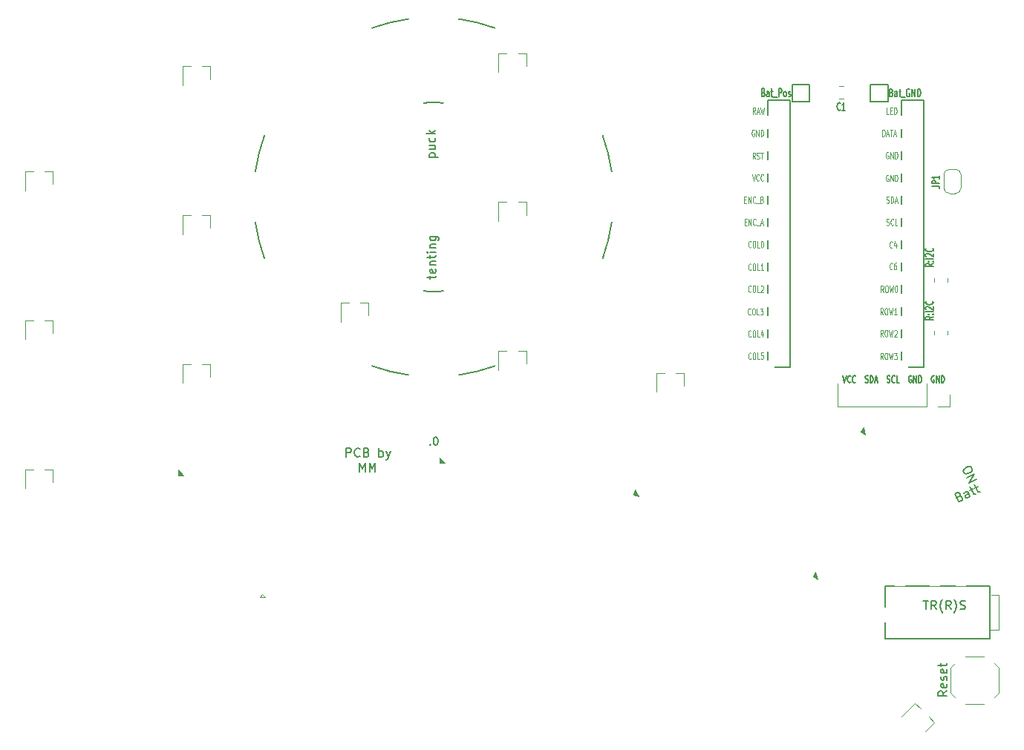
<source format=gbr>
%TF.GenerationSoftware,KiCad,Pcbnew,(5.1.10-1-10_14)*%
%TF.CreationDate,2021-11-02T17:36:35-07:00*%
%TF.ProjectId,hillside,68696c6c-7369-4646-952e-6b696361645f,0.1.0*%
%TF.SameCoordinates,Original*%
%TF.FileFunction,Legend,Top*%
%TF.FilePolarity,Positive*%
%FSLAX46Y46*%
G04 Gerber Fmt 4.6, Leading zero omitted, Abs format (unit mm)*
G04 Created by KiCad (PCBNEW (5.1.10-1-10_14)) date 2021-11-02 17:36:35*
%MOMM*%
%LPD*%
G01*
G04 APERTURE LIST*
%ADD10C,0.153000*%
%ADD11C,0.200000*%
%ADD12C,0.120000*%
%ADD13C,0.150000*%
%ADD14C,0.100000*%
%ADD15C,0.137500*%
%ADD16C,0.125000*%
%ADD17C,0.270000*%
%ADD18C,4.400000*%
%ADD19C,2.200000*%
%ADD20R,1.700000X1.700000*%
%ADD21O,1.700000X1.700000*%
%ADD22C,5.000000*%
%ADD23C,1.397000*%
%ADD24C,1.524000*%
%ADD25R,1.100000X1.800000*%
%ADD26C,1.600000*%
%ADD27C,3.400000*%
%ADD28C,1.700000*%
%ADD29C,2.000000*%
%ADD30R,0.800000X0.900000*%
%ADD31R,1.700000X0.820000*%
%ADD32C,1.200000*%
%ADD33O,2.500000X1.700000*%
%ADD34C,0.800000*%
%ADD35R,3.200000X2.000000*%
%ADD36R,2.000000X2.000000*%
G04 APERTURE END LIST*
D10*
X162623735Y-110191428D02*
X162666592Y-110234285D01*
X162623735Y-110277142D01*
X162580878Y-110234285D01*
X162623735Y-110191428D01*
X162623735Y-110277142D01*
X163223735Y-109377142D02*
X163309450Y-109377142D01*
X163395164Y-109420000D01*
X163438021Y-109462857D01*
X163480878Y-109548571D01*
X163523735Y-109720000D01*
X163523735Y-109934285D01*
X163480878Y-110105714D01*
X163438021Y-110191428D01*
X163395164Y-110234285D01*
X163309450Y-110277142D01*
X163223735Y-110277142D01*
X163138021Y-110234285D01*
X163095164Y-110191428D01*
X163052307Y-110105714D01*
X163009450Y-109934285D01*
X163009450Y-109720000D01*
X163052307Y-109548571D01*
X163095164Y-109462857D01*
X163138021Y-109420000D01*
X163223735Y-109377142D01*
X153037545Y-111635880D02*
X153037545Y-110635880D01*
X153418497Y-110635880D01*
X153513735Y-110683500D01*
X153561354Y-110731119D01*
X153608973Y-110826357D01*
X153608973Y-110969214D01*
X153561354Y-111064452D01*
X153513735Y-111112071D01*
X153418497Y-111159690D01*
X153037545Y-111159690D01*
X154608973Y-111540642D02*
X154561354Y-111588261D01*
X154418497Y-111635880D01*
X154323259Y-111635880D01*
X154180402Y-111588261D01*
X154085164Y-111493023D01*
X154037545Y-111397785D01*
X153989926Y-111207309D01*
X153989926Y-111064452D01*
X154037545Y-110873976D01*
X154085164Y-110778738D01*
X154180402Y-110683500D01*
X154323259Y-110635880D01*
X154418497Y-110635880D01*
X154561354Y-110683500D01*
X154608973Y-110731119D01*
X155370878Y-111112071D02*
X155513735Y-111159690D01*
X155561354Y-111207309D01*
X155608973Y-111302547D01*
X155608973Y-111445404D01*
X155561354Y-111540642D01*
X155513735Y-111588261D01*
X155418497Y-111635880D01*
X155037545Y-111635880D01*
X155037545Y-110635880D01*
X155370878Y-110635880D01*
X155466116Y-110683500D01*
X155513735Y-110731119D01*
X155561354Y-110826357D01*
X155561354Y-110921595D01*
X155513735Y-111016833D01*
X155466116Y-111064452D01*
X155370878Y-111112071D01*
X155037545Y-111112071D01*
X156799450Y-111635880D02*
X156799450Y-110635880D01*
X156799450Y-111016833D02*
X156894688Y-110969214D01*
X157085164Y-110969214D01*
X157180402Y-111016833D01*
X157228021Y-111064452D01*
X157275640Y-111159690D01*
X157275640Y-111445404D01*
X157228021Y-111540642D01*
X157180402Y-111588261D01*
X157085164Y-111635880D01*
X156894688Y-111635880D01*
X156799450Y-111588261D01*
X157608973Y-110969214D02*
X157847069Y-111635880D01*
X158085164Y-110969214D02*
X157847069Y-111635880D01*
X157751830Y-111873976D01*
X157704211Y-111921595D01*
X157608973Y-111969214D01*
X154561354Y-113288880D02*
X154561354Y-112288880D01*
X154894688Y-113003166D01*
X155228021Y-112288880D01*
X155228021Y-113288880D01*
X155704211Y-113288880D02*
X155704211Y-112288880D01*
X156037545Y-113003166D01*
X156370878Y-112288880D01*
X156370878Y-113288880D01*
D11*
%TO.C,H1*%
X170018047Y-62673866D02*
G75*
G03*
X165867500Y-61640000I-7008047J-19286134D01*
G01*
X156001952Y-62673866D02*
G75*
G02*
X160152500Y-61640000I7008048J-19286134D01*
G01*
X170018047Y-101246134D02*
G75*
G02*
X165867500Y-102280000I-7008047J19286134D01*
G01*
X156001954Y-101246134D02*
G75*
G03*
X160152500Y-102280000I7008046J19286134D01*
G01*
X182296135Y-74951955D02*
G75*
G02*
X183330000Y-79102500I-19286135J-7008045D01*
G01*
X182296135Y-88968046D02*
G75*
G03*
X183330000Y-84817500I-19286135J7008046D01*
G01*
X143723866Y-88968047D02*
G75*
G02*
X142690000Y-84817500I19286134J7008047D01*
G01*
X143723866Y-74951952D02*
G75*
G03*
X142690000Y-79102500I19286134J-7008048D01*
G01*
X161881615Y-92695864D02*
G75*
G03*
X163010000Y-92755000I1128385J10735864D01*
G01*
X164138385Y-92695864D02*
G75*
G02*
X163010000Y-92755000I-1128385J10735864D01*
G01*
X161881615Y-71224136D02*
G75*
G02*
X163010000Y-71165000I1128385J-10735864D01*
G01*
X164138385Y-71224136D02*
G75*
G03*
X163010000Y-71165000I-1128385J-10735864D01*
G01*
D12*
%TO.C,J1*%
X209065000Y-103220000D02*
X209065000Y-105880000D01*
X219285000Y-105880000D02*
X209065000Y-105880000D01*
X219285000Y-103220000D02*
X219285000Y-105880000D01*
X220555000Y-105880000D02*
X221885000Y-105880000D01*
X221885000Y-104550000D02*
X221885000Y-105880000D01*
%TO.C,JP1*%
X221880000Y-78780000D02*
X222480000Y-78780000D01*
X221180000Y-80880000D02*
X221180000Y-79480000D01*
X222480000Y-81580000D02*
X221880000Y-81580000D01*
X223180000Y-79480000D02*
X223180000Y-80880000D01*
X223180000Y-80880000D02*
G75*
G02*
X222480000Y-81580000I-700000J0D01*
G01*
X221880000Y-81580000D02*
G75*
G02*
X221180000Y-80880000I0J700000D01*
G01*
X221180000Y-79480000D02*
G75*
G02*
X221880000Y-78780000I700000J0D01*
G01*
X222480000Y-78780000D02*
G75*
G02*
X223180000Y-79480000I0J-700000D01*
G01*
%TO.C,C1*%
X209238748Y-70765000D02*
X209761252Y-70765000D01*
X209238748Y-69295000D02*
X209761252Y-69295000D01*
D13*
%TO.C,J3*%
X205900000Y-69100000D02*
X203900000Y-69100000D01*
X205900000Y-71100000D02*
X205900000Y-69100000D01*
X203900000Y-71100000D02*
X205900000Y-71100000D01*
X203900000Y-69100000D02*
X203900000Y-71100000D01*
%TO.C,J4*%
X214800000Y-69100000D02*
X212800000Y-69100000D01*
X214800000Y-71100000D02*
X214800000Y-69100000D01*
X212800000Y-71100000D02*
X214800000Y-71100000D01*
X212800000Y-69100000D02*
X212800000Y-71100000D01*
%TO.C,U1*%
X201166400Y-70882000D02*
X203706400Y-70882000D01*
X203706400Y-70882000D02*
X203706400Y-101362000D01*
X203706400Y-101362000D02*
X201166400Y-101362000D01*
X201166400Y-101362000D02*
X201166400Y-70882000D01*
X216386400Y-70882000D02*
X218926400Y-70882000D01*
X218926400Y-70882000D02*
X218926400Y-101362000D01*
X218926400Y-101362000D02*
X216386400Y-101362000D01*
X216386400Y-101362000D02*
X216386400Y-70882000D01*
D12*
%TO.C,SW1*%
X221980000Y-138550000D02*
X222470000Y-139040000D01*
X221980000Y-135650000D02*
X221980000Y-138550000D01*
X221980000Y-135650000D02*
X222470000Y-135160000D01*
X227420000Y-135650000D02*
X227420000Y-138550000D01*
X227420000Y-135650000D02*
X226930000Y-135160000D01*
X223660000Y-139820000D02*
X225740000Y-139820000D01*
X227420000Y-138550000D02*
X226930000Y-139040000D01*
X223660000Y-134380000D02*
X225740000Y-134380000D01*
%TO.C,R2*%
X221595000Y-91687064D02*
X221595000Y-91232936D01*
X220125000Y-91687064D02*
X220125000Y-91232936D01*
%TO.C,R1*%
X221595000Y-97707064D02*
X221595000Y-97252936D01*
X220125000Y-97707064D02*
X220125000Y-97252936D01*
%TO.C,D18*%
X220118379Y-141947675D02*
X219460770Y-141290065D01*
X217883921Y-139713217D02*
X218541531Y-140370826D01*
X217883921Y-139713217D02*
X216356571Y-141240568D01*
X220118379Y-141947675D02*
X219086003Y-142980050D01*
%TO.C,D17*%
X191580000Y-102040000D02*
X190650000Y-102040000D01*
X188420000Y-102040000D02*
X189350000Y-102040000D01*
X188420000Y-102040000D02*
X188420000Y-104200000D01*
X191580000Y-102040000D02*
X191580000Y-103500000D01*
%TO.C,D16*%
X155580000Y-94040000D02*
X154650000Y-94040000D01*
X152420000Y-94040000D02*
X153350000Y-94040000D01*
X152420000Y-94040000D02*
X152420000Y-96200000D01*
X155580000Y-94040000D02*
X155580000Y-95500000D01*
%TO.C,D15*%
X173580000Y-99540000D02*
X172650000Y-99540000D01*
X170420000Y-99540000D02*
X171350000Y-99540000D01*
X170420000Y-99540000D02*
X170420000Y-101700000D01*
X173580000Y-99540000D02*
X173580000Y-101000000D01*
%TO.C,D14*%
X137580000Y-101040000D02*
X136650000Y-101040000D01*
X134420000Y-101040000D02*
X135350000Y-101040000D01*
X134420000Y-101040000D02*
X134420000Y-103200000D01*
X137580000Y-101040000D02*
X137580000Y-102500000D01*
%TO.C,D13*%
X119580000Y-113040000D02*
X118650000Y-113040000D01*
X116420000Y-113040000D02*
X117350000Y-113040000D01*
X116420000Y-113040000D02*
X116420000Y-115200000D01*
X119580000Y-113040000D02*
X119580000Y-114500000D01*
%TO.C,D12*%
X173580000Y-82540000D02*
X172650000Y-82540000D01*
X170420000Y-82540000D02*
X171350000Y-82540000D01*
X170420000Y-82540000D02*
X170420000Y-84700000D01*
X173580000Y-82540000D02*
X173580000Y-84000000D01*
%TO.C,D11*%
X137580000Y-84040000D02*
X136650000Y-84040000D01*
X134420000Y-84040000D02*
X135350000Y-84040000D01*
X134420000Y-84040000D02*
X134420000Y-86200000D01*
X137580000Y-84040000D02*
X137580000Y-85500000D01*
%TO.C,D10*%
X119580000Y-96040000D02*
X118650000Y-96040000D01*
X116420000Y-96040000D02*
X117350000Y-96040000D01*
X116420000Y-96040000D02*
X116420000Y-98200000D01*
X119580000Y-96040000D02*
X119580000Y-97500000D01*
%TO.C,D9*%
X173580000Y-65540000D02*
X172650000Y-65540000D01*
X170420000Y-65540000D02*
X171350000Y-65540000D01*
X170420000Y-65540000D02*
X170420000Y-67700000D01*
X173580000Y-65540000D02*
X173580000Y-67000000D01*
%TO.C,D8*%
X137580000Y-67040000D02*
X136650000Y-67040000D01*
X134420000Y-67040000D02*
X135350000Y-67040000D01*
X134420000Y-67040000D02*
X134420000Y-69200000D01*
X137580000Y-67040000D02*
X137580000Y-68500000D01*
%TO.C,D7*%
X119580000Y-79040000D02*
X118650000Y-79040000D01*
X116420000Y-79040000D02*
X117350000Y-79040000D01*
X116420000Y-79040000D02*
X116420000Y-81200000D01*
X119580000Y-79040000D02*
X119580000Y-80500000D01*
D14*
%TO.C,D5*%
G36*
X134530000Y-113710000D02*
G01*
X133930000Y-113710000D01*
X133930000Y-113110000D01*
X134530000Y-113710000D01*
G37*
X134530000Y-113710000D02*
X133930000Y-113710000D01*
X133930000Y-113110000D01*
X134530000Y-113710000D01*
%TO.C,D4*%
G36*
X164336067Y-112317196D02*
G01*
X163736067Y-112317196D01*
X163736067Y-111717196D01*
X164336067Y-112317196D01*
G37*
X164336067Y-112317196D02*
X163736067Y-112317196D01*
X163736067Y-111717196D01*
X164336067Y-112317196D01*
%TO.C,D3*%
G36*
X186370610Y-116125164D02*
G01*
X185791054Y-115969873D01*
X185946346Y-115390317D01*
X186370610Y-116125164D01*
G37*
X186370610Y-116125164D02*
X185791054Y-115969873D01*
X185946346Y-115390317D01*
X186370610Y-116125164D01*
%TO.C,D2*%
G36*
X206792034Y-125566443D02*
G01*
X206272419Y-125266443D01*
X206572419Y-124746828D01*
X206792034Y-125566443D01*
G37*
X206792034Y-125566443D02*
X206272419Y-125266443D01*
X206572419Y-124746828D01*
X206792034Y-125566443D01*
%TO.C,D1*%
G36*
X212226327Y-109079962D02*
G01*
X211706712Y-108779962D01*
X212006712Y-108260347D01*
X212226327Y-109079962D01*
G37*
X212226327Y-109079962D02*
X211706712Y-108779962D01*
X212006712Y-108260347D01*
X212226327Y-109079962D01*
D13*
%TO.C,J2*%
X226480000Y-126360000D02*
X226480000Y-132360000D01*
X226480000Y-132360000D02*
X214480000Y-132360000D01*
X214480000Y-132360000D02*
X214480000Y-126360000D01*
X214480000Y-126360000D02*
X226480000Y-126360000D01*
D12*
X226480000Y-131360000D02*
X227480000Y-131360000D01*
X227480000Y-131360000D02*
X227480000Y-127360000D01*
X227480000Y-127360000D02*
X226580000Y-127360000D01*
%TO.C,K20*%
X143200000Y-127600000D02*
X143500000Y-127300000D01*
X143800000Y-127600000D02*
X143200000Y-127600000D01*
X143500000Y-127300000D02*
X143800000Y-127600000D01*
%TO.C,H1*%
D13*
X162605214Y-91318000D02*
X162605214Y-90937047D01*
X162271880Y-91175142D02*
X163129023Y-91175142D01*
X163224261Y-91127523D01*
X163271880Y-91032285D01*
X163271880Y-90937047D01*
X163224261Y-90222761D02*
X163271880Y-90318000D01*
X163271880Y-90508476D01*
X163224261Y-90603714D01*
X163129023Y-90651333D01*
X162748071Y-90651333D01*
X162652833Y-90603714D01*
X162605214Y-90508476D01*
X162605214Y-90318000D01*
X162652833Y-90222761D01*
X162748071Y-90175142D01*
X162843309Y-90175142D01*
X162938547Y-90651333D01*
X162605214Y-89746571D02*
X163271880Y-89746571D01*
X162700452Y-89746571D02*
X162652833Y-89698952D01*
X162605214Y-89603714D01*
X162605214Y-89460857D01*
X162652833Y-89365619D01*
X162748071Y-89318000D01*
X163271880Y-89318000D01*
X162605214Y-88984666D02*
X162605214Y-88603714D01*
X162271880Y-88841809D02*
X163129023Y-88841809D01*
X163224261Y-88794190D01*
X163271880Y-88698952D01*
X163271880Y-88603714D01*
X163271880Y-88270380D02*
X162605214Y-88270380D01*
X162271880Y-88270380D02*
X162319500Y-88318000D01*
X162367119Y-88270380D01*
X162319500Y-88222761D01*
X162271880Y-88270380D01*
X162367119Y-88270380D01*
X162605214Y-87794190D02*
X163271880Y-87794190D01*
X162700452Y-87794190D02*
X162652833Y-87746571D01*
X162605214Y-87651333D01*
X162605214Y-87508476D01*
X162652833Y-87413238D01*
X162748071Y-87365619D01*
X163271880Y-87365619D01*
X162605214Y-86460857D02*
X163414738Y-86460857D01*
X163509976Y-86508476D01*
X163557595Y-86556095D01*
X163605214Y-86651333D01*
X163605214Y-86794190D01*
X163557595Y-86889428D01*
X163224261Y-86460857D02*
X163271880Y-86556095D01*
X163271880Y-86746571D01*
X163224261Y-86841809D01*
X163176642Y-86889428D01*
X163081404Y-86937047D01*
X162795690Y-86937047D01*
X162700452Y-86889428D01*
X162652833Y-86841809D01*
X162605214Y-86746571D01*
X162605214Y-86556095D01*
X162652833Y-86460857D01*
X162541714Y-77427500D02*
X163541714Y-77427500D01*
X162589333Y-77427500D02*
X162541714Y-77332261D01*
X162541714Y-77141785D01*
X162589333Y-77046547D01*
X162636952Y-76998928D01*
X162732190Y-76951309D01*
X163017904Y-76951309D01*
X163113142Y-76998928D01*
X163160761Y-77046547D01*
X163208380Y-77141785D01*
X163208380Y-77332261D01*
X163160761Y-77427500D01*
X162541714Y-76094166D02*
X163208380Y-76094166D01*
X162541714Y-76522738D02*
X163065523Y-76522738D01*
X163160761Y-76475119D01*
X163208380Y-76379880D01*
X163208380Y-76237023D01*
X163160761Y-76141785D01*
X163113142Y-76094166D01*
X163160761Y-75189404D02*
X163208380Y-75284642D01*
X163208380Y-75475119D01*
X163160761Y-75570357D01*
X163113142Y-75617976D01*
X163017904Y-75665595D01*
X162732190Y-75665595D01*
X162636952Y-75617976D01*
X162589333Y-75570357D01*
X162541714Y-75475119D01*
X162541714Y-75284642D01*
X162589333Y-75189404D01*
X163208380Y-74760833D02*
X162208380Y-74760833D01*
X162827428Y-74665595D02*
X163208380Y-74379880D01*
X162541714Y-74379880D02*
X162922666Y-74760833D01*
%TO.C,J1*%
D15*
X209701666Y-102351904D02*
X209885000Y-103151904D01*
X210068333Y-102351904D01*
X210565952Y-103075714D02*
X210539761Y-103113809D01*
X210461190Y-103151904D01*
X210408809Y-103151904D01*
X210330238Y-103113809D01*
X210277857Y-103037619D01*
X210251666Y-102961428D01*
X210225476Y-102809047D01*
X210225476Y-102694761D01*
X210251666Y-102542380D01*
X210277857Y-102466190D01*
X210330238Y-102390000D01*
X210408809Y-102351904D01*
X210461190Y-102351904D01*
X210539761Y-102390000D01*
X210565952Y-102428095D01*
X211115952Y-103075714D02*
X211089761Y-103113809D01*
X211011190Y-103151904D01*
X210958809Y-103151904D01*
X210880238Y-103113809D01*
X210827857Y-103037619D01*
X210801666Y-102961428D01*
X210775476Y-102809047D01*
X210775476Y-102694761D01*
X210801666Y-102542380D01*
X210827857Y-102466190D01*
X210880238Y-102390000D01*
X210958809Y-102351904D01*
X211011190Y-102351904D01*
X211089761Y-102390000D01*
X211115952Y-102428095D01*
D13*
D15*
X212257380Y-103113809D02*
X212335952Y-103151904D01*
X212466904Y-103151904D01*
X212519285Y-103113809D01*
X212545476Y-103075714D01*
X212571666Y-102999523D01*
X212571666Y-102923333D01*
X212545476Y-102847142D01*
X212519285Y-102809047D01*
X212466904Y-102770952D01*
X212362142Y-102732857D01*
X212309761Y-102694761D01*
X212283571Y-102656666D01*
X212257380Y-102580476D01*
X212257380Y-102504285D01*
X212283571Y-102428095D01*
X212309761Y-102390000D01*
X212362142Y-102351904D01*
X212493095Y-102351904D01*
X212571666Y-102390000D01*
X212807380Y-103151904D02*
X212807380Y-102351904D01*
X212938333Y-102351904D01*
X213016904Y-102390000D01*
X213069285Y-102466190D01*
X213095476Y-102542380D01*
X213121666Y-102694761D01*
X213121666Y-102809047D01*
X213095476Y-102961428D01*
X213069285Y-103037619D01*
X213016904Y-103113809D01*
X212938333Y-103151904D01*
X212807380Y-103151904D01*
X213331190Y-102923333D02*
X213593095Y-102923333D01*
X213278809Y-103151904D02*
X213462142Y-102351904D01*
X213645476Y-103151904D01*
D13*
D15*
X214736904Y-103113809D02*
X214815475Y-103151904D01*
X214946427Y-103151904D01*
X214998808Y-103113809D01*
X215024999Y-103075714D01*
X215051189Y-102999523D01*
X215051189Y-102923333D01*
X215024999Y-102847142D01*
X214998808Y-102809047D01*
X214946427Y-102770952D01*
X214841666Y-102732857D01*
X214789285Y-102694761D01*
X214763094Y-102656666D01*
X214736904Y-102580476D01*
X214736904Y-102504285D01*
X214763094Y-102428095D01*
X214789285Y-102390000D01*
X214841666Y-102351904D01*
X214972618Y-102351904D01*
X215051189Y-102390000D01*
X215601189Y-103075714D02*
X215574999Y-103113809D01*
X215496427Y-103151904D01*
X215444046Y-103151904D01*
X215365475Y-103113809D01*
X215313094Y-103037619D01*
X215286904Y-102961428D01*
X215260713Y-102809047D01*
X215260713Y-102694761D01*
X215286904Y-102542380D01*
X215313094Y-102466190D01*
X215365475Y-102390000D01*
X215444046Y-102351904D01*
X215496427Y-102351904D01*
X215574999Y-102390000D01*
X215601189Y-102428095D01*
X216098808Y-103151904D02*
X215836904Y-103151904D01*
X215836904Y-102351904D01*
D13*
D15*
X217498570Y-102390000D02*
X217446189Y-102351904D01*
X217367618Y-102351904D01*
X217289046Y-102390000D01*
X217236665Y-102466190D01*
X217210475Y-102542380D01*
X217184284Y-102694761D01*
X217184284Y-102809047D01*
X217210475Y-102961428D01*
X217236665Y-103037619D01*
X217289046Y-103113809D01*
X217367618Y-103151904D01*
X217419998Y-103151904D01*
X217498570Y-103113809D01*
X217524760Y-103075714D01*
X217524760Y-102809047D01*
X217419998Y-102809047D01*
X217760475Y-103151904D02*
X217760475Y-102351904D01*
X218074760Y-103151904D01*
X218074760Y-102351904D01*
X218336665Y-103151904D02*
X218336665Y-102351904D01*
X218467618Y-102351904D01*
X218546189Y-102390000D01*
X218598570Y-102466190D01*
X218624760Y-102542380D01*
X218650951Y-102694761D01*
X218650951Y-102809047D01*
X218624760Y-102961428D01*
X218598570Y-103037619D01*
X218546189Y-103113809D01*
X218467618Y-103151904D01*
X218336665Y-103151904D01*
D13*
D15*
X220095952Y-102390000D02*
X220043571Y-102351904D01*
X219965000Y-102351904D01*
X219886428Y-102390000D01*
X219834047Y-102466190D01*
X219807857Y-102542380D01*
X219781666Y-102694761D01*
X219781666Y-102809047D01*
X219807857Y-102961428D01*
X219834047Y-103037619D01*
X219886428Y-103113809D01*
X219965000Y-103151904D01*
X220017380Y-103151904D01*
X220095952Y-103113809D01*
X220122142Y-103075714D01*
X220122142Y-102809047D01*
X220017380Y-102809047D01*
X220357857Y-103151904D02*
X220357857Y-102351904D01*
X220672142Y-103151904D01*
X220672142Y-102351904D01*
X220934047Y-103151904D02*
X220934047Y-102351904D01*
X221065000Y-102351904D01*
X221143571Y-102390000D01*
X221195952Y-102466190D01*
X221222142Y-102542380D01*
X221248333Y-102694761D01*
X221248333Y-102809047D01*
X221222142Y-102961428D01*
X221195952Y-103037619D01*
X221143571Y-103113809D01*
X221065000Y-103151904D01*
X220934047Y-103151904D01*
D13*
%TO.C,JP1*%
X219817142Y-80720000D02*
X220460000Y-80720000D01*
X220588571Y-80748571D01*
X220674285Y-80805714D01*
X220717142Y-80891428D01*
X220717142Y-80948571D01*
X220717142Y-80434285D02*
X219817142Y-80434285D01*
X219817142Y-80205714D01*
X219860000Y-80148571D01*
X219902857Y-80120000D01*
X219988571Y-80091428D01*
X220117142Y-80091428D01*
X220202857Y-80120000D01*
X220245714Y-80148571D01*
X220288571Y-80205714D01*
X220288571Y-80434285D01*
X220717142Y-79520000D02*
X220717142Y-79862857D01*
X220717142Y-79691428D02*
X219817142Y-79691428D01*
X219945714Y-79748571D01*
X220031428Y-79805714D01*
X220074285Y-79862857D01*
%TO.C,C1*%
X209400000Y-71991428D02*
X209371428Y-72034285D01*
X209285714Y-72077142D01*
X209228571Y-72077142D01*
X209142857Y-72034285D01*
X209085714Y-71948571D01*
X209057142Y-71862857D01*
X209028571Y-71691428D01*
X209028571Y-71562857D01*
X209057142Y-71391428D01*
X209085714Y-71305714D01*
X209142857Y-71220000D01*
X209228571Y-71177142D01*
X209285714Y-71177142D01*
X209371428Y-71220000D01*
X209400000Y-71262857D01*
X209971428Y-72077142D02*
X209628571Y-72077142D01*
X209800000Y-72077142D02*
X209800000Y-71177142D01*
X209742857Y-71305714D01*
X209685714Y-71391428D01*
X209628571Y-71434285D01*
%TO.C,J3*%
X200617142Y-70025714D02*
X200702857Y-70068571D01*
X200731428Y-70111428D01*
X200760000Y-70197142D01*
X200760000Y-70325714D01*
X200731428Y-70411428D01*
X200702857Y-70454285D01*
X200645714Y-70497142D01*
X200417142Y-70497142D01*
X200417142Y-69597142D01*
X200617142Y-69597142D01*
X200674285Y-69640000D01*
X200702857Y-69682857D01*
X200731428Y-69768571D01*
X200731428Y-69854285D01*
X200702857Y-69940000D01*
X200674285Y-69982857D01*
X200617142Y-70025714D01*
X200417142Y-70025714D01*
X201274285Y-70497142D02*
X201274285Y-70025714D01*
X201245714Y-69940000D01*
X201188571Y-69897142D01*
X201074285Y-69897142D01*
X201017142Y-69940000D01*
X201274285Y-70454285D02*
X201217142Y-70497142D01*
X201074285Y-70497142D01*
X201017142Y-70454285D01*
X200988571Y-70368571D01*
X200988571Y-70282857D01*
X201017142Y-70197142D01*
X201074285Y-70154285D01*
X201217142Y-70154285D01*
X201274285Y-70111428D01*
X201474285Y-69897142D02*
X201702857Y-69897142D01*
X201560000Y-69597142D02*
X201560000Y-70368571D01*
X201588571Y-70454285D01*
X201645714Y-70497142D01*
X201702857Y-70497142D01*
X201760000Y-70582857D02*
X202217142Y-70582857D01*
X202360000Y-70497142D02*
X202360000Y-69597142D01*
X202588571Y-69597142D01*
X202645714Y-69640000D01*
X202674285Y-69682857D01*
X202702857Y-69768571D01*
X202702857Y-69897142D01*
X202674285Y-69982857D01*
X202645714Y-70025714D01*
X202588571Y-70068571D01*
X202360000Y-70068571D01*
X203045714Y-70497142D02*
X202988571Y-70454285D01*
X202960000Y-70411428D01*
X202931428Y-70325714D01*
X202931428Y-70068571D01*
X202960000Y-69982857D01*
X202988571Y-69940000D01*
X203045714Y-69897142D01*
X203131428Y-69897142D01*
X203188571Y-69940000D01*
X203217142Y-69982857D01*
X203245714Y-70068571D01*
X203245714Y-70325714D01*
X203217142Y-70411428D01*
X203188571Y-70454285D01*
X203131428Y-70497142D01*
X203045714Y-70497142D01*
X203474285Y-70454285D02*
X203531428Y-70497142D01*
X203645714Y-70497142D01*
X203702857Y-70454285D01*
X203731428Y-70368571D01*
X203731428Y-70325714D01*
X203702857Y-70240000D01*
X203645714Y-70197142D01*
X203560000Y-70197142D01*
X203502857Y-70154285D01*
X203474285Y-70068571D01*
X203474285Y-70025714D01*
X203502857Y-69940000D01*
X203560000Y-69897142D01*
X203645714Y-69897142D01*
X203702857Y-69940000D01*
%TO.C,J4*%
X215217142Y-70035714D02*
X215302857Y-70078571D01*
X215331428Y-70121428D01*
X215360000Y-70207142D01*
X215360000Y-70335714D01*
X215331428Y-70421428D01*
X215302857Y-70464285D01*
X215245714Y-70507142D01*
X215017142Y-70507142D01*
X215017142Y-69607142D01*
X215217142Y-69607142D01*
X215274285Y-69650000D01*
X215302857Y-69692857D01*
X215331428Y-69778571D01*
X215331428Y-69864285D01*
X215302857Y-69950000D01*
X215274285Y-69992857D01*
X215217142Y-70035714D01*
X215017142Y-70035714D01*
X215874285Y-70507142D02*
X215874285Y-70035714D01*
X215845714Y-69950000D01*
X215788571Y-69907142D01*
X215674285Y-69907142D01*
X215617142Y-69950000D01*
X215874285Y-70464285D02*
X215817142Y-70507142D01*
X215674285Y-70507142D01*
X215617142Y-70464285D01*
X215588571Y-70378571D01*
X215588571Y-70292857D01*
X215617142Y-70207142D01*
X215674285Y-70164285D01*
X215817142Y-70164285D01*
X215874285Y-70121428D01*
X216074285Y-69907142D02*
X216302857Y-69907142D01*
X216160000Y-69607142D02*
X216160000Y-70378571D01*
X216188571Y-70464285D01*
X216245714Y-70507142D01*
X216302857Y-70507142D01*
X216360000Y-70592857D02*
X216817142Y-70592857D01*
X217274285Y-69650000D02*
X217217142Y-69607142D01*
X217131428Y-69607142D01*
X217045714Y-69650000D01*
X216988571Y-69735714D01*
X216960000Y-69821428D01*
X216931428Y-69992857D01*
X216931428Y-70121428D01*
X216960000Y-70292857D01*
X216988571Y-70378571D01*
X217045714Y-70464285D01*
X217131428Y-70507142D01*
X217188571Y-70507142D01*
X217274285Y-70464285D01*
X217302857Y-70421428D01*
X217302857Y-70121428D01*
X217188571Y-70121428D01*
X217560000Y-70507142D02*
X217560000Y-69607142D01*
X217902857Y-70507142D01*
X217902857Y-69607142D01*
X218188571Y-70507142D02*
X218188571Y-69607142D01*
X218331428Y-69607142D01*
X218417142Y-69650000D01*
X218474285Y-69735714D01*
X218502857Y-69821428D01*
X218531428Y-69992857D01*
X218531428Y-70121428D01*
X218502857Y-70292857D01*
X218474285Y-70378571D01*
X218417142Y-70464285D01*
X218331428Y-70507142D01*
X218188571Y-70507142D01*
%TO.C,U1*%
D16*
X215316666Y-90167857D02*
X215292857Y-90203571D01*
X215221428Y-90239285D01*
X215173809Y-90239285D01*
X215102380Y-90203571D01*
X215054761Y-90132142D01*
X215030952Y-90060714D01*
X215007142Y-89917857D01*
X215007142Y-89810714D01*
X215030952Y-89667857D01*
X215054761Y-89596428D01*
X215102380Y-89525000D01*
X215173809Y-89489285D01*
X215221428Y-89489285D01*
X215292857Y-89525000D01*
X215316666Y-89560714D01*
X215745238Y-89489285D02*
X215650000Y-89489285D01*
X215602380Y-89525000D01*
X215578571Y-89560714D01*
X215530952Y-89667857D01*
X215507142Y-89810714D01*
X215507142Y-90096428D01*
X215530952Y-90167857D01*
X215554761Y-90203571D01*
X215602380Y-90239285D01*
X215697619Y-90239285D01*
X215745238Y-90203571D01*
X215769047Y-90167857D01*
X215792857Y-90096428D01*
X215792857Y-89917857D01*
X215769047Y-89846428D01*
X215745238Y-89810714D01*
X215697619Y-89775000D01*
X215602380Y-89775000D01*
X215554761Y-89810714D01*
X215530952Y-89846428D01*
X215507142Y-89917857D01*
X199202380Y-92747857D02*
X199178571Y-92783571D01*
X199107142Y-92819285D01*
X199059523Y-92819285D01*
X198988095Y-92783571D01*
X198940476Y-92712142D01*
X198916666Y-92640714D01*
X198892857Y-92497857D01*
X198892857Y-92390714D01*
X198916666Y-92247857D01*
X198940476Y-92176428D01*
X198988095Y-92105000D01*
X199059523Y-92069285D01*
X199107142Y-92069285D01*
X199178571Y-92105000D01*
X199202380Y-92140714D01*
X199511904Y-92069285D02*
X199607142Y-92069285D01*
X199654761Y-92105000D01*
X199702380Y-92176428D01*
X199726190Y-92319285D01*
X199726190Y-92569285D01*
X199702380Y-92712142D01*
X199654761Y-92783571D01*
X199607142Y-92819285D01*
X199511904Y-92819285D01*
X199464285Y-92783571D01*
X199416666Y-92712142D01*
X199392857Y-92569285D01*
X199392857Y-92319285D01*
X199416666Y-92176428D01*
X199464285Y-92105000D01*
X199511904Y-92069285D01*
X200178571Y-92819285D02*
X199940476Y-92819285D01*
X199940476Y-92069285D01*
X200321428Y-92140714D02*
X200345238Y-92105000D01*
X200392857Y-92069285D01*
X200511904Y-92069285D01*
X200559523Y-92105000D01*
X200583333Y-92140714D01*
X200607142Y-92212142D01*
X200607142Y-92283571D01*
X200583333Y-92390714D01*
X200297619Y-92819285D01*
X200607142Y-92819285D01*
X214319047Y-92819285D02*
X214152380Y-92462142D01*
X214033333Y-92819285D02*
X214033333Y-92069285D01*
X214223809Y-92069285D01*
X214271428Y-92105000D01*
X214295238Y-92140714D01*
X214319047Y-92212142D01*
X214319047Y-92319285D01*
X214295238Y-92390714D01*
X214271428Y-92426428D01*
X214223809Y-92462142D01*
X214033333Y-92462142D01*
X214628571Y-92069285D02*
X214723809Y-92069285D01*
X214771428Y-92105000D01*
X214819047Y-92176428D01*
X214842857Y-92319285D01*
X214842857Y-92569285D01*
X214819047Y-92712142D01*
X214771428Y-92783571D01*
X214723809Y-92819285D01*
X214628571Y-92819285D01*
X214580952Y-92783571D01*
X214533333Y-92712142D01*
X214509523Y-92569285D01*
X214509523Y-92319285D01*
X214533333Y-92176428D01*
X214580952Y-92105000D01*
X214628571Y-92069285D01*
X215009523Y-92069285D02*
X215128571Y-92819285D01*
X215223809Y-92283571D01*
X215319047Y-92819285D01*
X215438095Y-92069285D01*
X215723809Y-92069285D02*
X215771428Y-92069285D01*
X215819047Y-92105000D01*
X215842857Y-92140714D01*
X215866666Y-92212142D01*
X215890476Y-92355000D01*
X215890476Y-92533571D01*
X215866666Y-92676428D01*
X215842857Y-92747857D01*
X215819047Y-92783571D01*
X215771428Y-92819285D01*
X215723809Y-92819285D01*
X215676190Y-92783571D01*
X215652380Y-92747857D01*
X215628571Y-92676428D01*
X215604761Y-92533571D01*
X215604761Y-92355000D01*
X215628571Y-92212142D01*
X215652380Y-92140714D01*
X215676190Y-92105000D01*
X215723809Y-92069285D01*
X199152380Y-95343357D02*
X199128571Y-95379071D01*
X199057142Y-95414785D01*
X199009523Y-95414785D01*
X198938095Y-95379071D01*
X198890476Y-95307642D01*
X198866666Y-95236214D01*
X198842857Y-95093357D01*
X198842857Y-94986214D01*
X198866666Y-94843357D01*
X198890476Y-94771928D01*
X198938095Y-94700500D01*
X199009523Y-94664785D01*
X199057142Y-94664785D01*
X199128571Y-94700500D01*
X199152380Y-94736214D01*
X199461904Y-94664785D02*
X199557142Y-94664785D01*
X199604761Y-94700500D01*
X199652380Y-94771928D01*
X199676190Y-94914785D01*
X199676190Y-95164785D01*
X199652380Y-95307642D01*
X199604761Y-95379071D01*
X199557142Y-95414785D01*
X199461904Y-95414785D01*
X199414285Y-95379071D01*
X199366666Y-95307642D01*
X199342857Y-95164785D01*
X199342857Y-94914785D01*
X199366666Y-94771928D01*
X199414285Y-94700500D01*
X199461904Y-94664785D01*
X200128571Y-95414785D02*
X199890476Y-95414785D01*
X199890476Y-94664785D01*
X200247619Y-94664785D02*
X200557142Y-94664785D01*
X200390476Y-94950500D01*
X200461904Y-94950500D01*
X200509523Y-94986214D01*
X200533333Y-95021928D01*
X200557142Y-95093357D01*
X200557142Y-95271928D01*
X200533333Y-95343357D01*
X200509523Y-95379071D01*
X200461904Y-95414785D01*
X200319047Y-95414785D01*
X200271428Y-95379071D01*
X200247619Y-95343357D01*
X214269047Y-95389285D02*
X214102380Y-95032142D01*
X213983333Y-95389285D02*
X213983333Y-94639285D01*
X214173809Y-94639285D01*
X214221428Y-94675000D01*
X214245238Y-94710714D01*
X214269047Y-94782142D01*
X214269047Y-94889285D01*
X214245238Y-94960714D01*
X214221428Y-94996428D01*
X214173809Y-95032142D01*
X213983333Y-95032142D01*
X214578571Y-94639285D02*
X214673809Y-94639285D01*
X214721428Y-94675000D01*
X214769047Y-94746428D01*
X214792857Y-94889285D01*
X214792857Y-95139285D01*
X214769047Y-95282142D01*
X214721428Y-95353571D01*
X214673809Y-95389285D01*
X214578571Y-95389285D01*
X214530952Y-95353571D01*
X214483333Y-95282142D01*
X214459523Y-95139285D01*
X214459523Y-94889285D01*
X214483333Y-94746428D01*
X214530952Y-94675000D01*
X214578571Y-94639285D01*
X214959523Y-94639285D02*
X215078571Y-95389285D01*
X215173809Y-94853571D01*
X215269047Y-95389285D01*
X215388095Y-94639285D01*
X215840476Y-95389285D02*
X215554761Y-95389285D01*
X215697619Y-95389285D02*
X215697619Y-94639285D01*
X215650000Y-94746428D01*
X215602380Y-94817857D01*
X215554761Y-94853571D01*
X199202380Y-97847857D02*
X199178571Y-97883571D01*
X199107142Y-97919285D01*
X199059523Y-97919285D01*
X198988095Y-97883571D01*
X198940476Y-97812142D01*
X198916666Y-97740714D01*
X198892857Y-97597857D01*
X198892857Y-97490714D01*
X198916666Y-97347857D01*
X198940476Y-97276428D01*
X198988095Y-97205000D01*
X199059523Y-97169285D01*
X199107142Y-97169285D01*
X199178571Y-97205000D01*
X199202380Y-97240714D01*
X199511904Y-97169285D02*
X199607142Y-97169285D01*
X199654761Y-97205000D01*
X199702380Y-97276428D01*
X199726190Y-97419285D01*
X199726190Y-97669285D01*
X199702380Y-97812142D01*
X199654761Y-97883571D01*
X199607142Y-97919285D01*
X199511904Y-97919285D01*
X199464285Y-97883571D01*
X199416666Y-97812142D01*
X199392857Y-97669285D01*
X199392857Y-97419285D01*
X199416666Y-97276428D01*
X199464285Y-97205000D01*
X199511904Y-97169285D01*
X200178571Y-97919285D02*
X199940476Y-97919285D01*
X199940476Y-97169285D01*
X200559523Y-97419285D02*
X200559523Y-97919285D01*
X200440476Y-97133571D02*
X200321428Y-97669285D01*
X200630952Y-97669285D01*
X214269047Y-97891285D02*
X214102380Y-97534142D01*
X213983333Y-97891285D02*
X213983333Y-97141285D01*
X214173809Y-97141285D01*
X214221428Y-97177000D01*
X214245238Y-97212714D01*
X214269047Y-97284142D01*
X214269047Y-97391285D01*
X214245238Y-97462714D01*
X214221428Y-97498428D01*
X214173809Y-97534142D01*
X213983333Y-97534142D01*
X214578571Y-97141285D02*
X214673809Y-97141285D01*
X214721428Y-97177000D01*
X214769047Y-97248428D01*
X214792857Y-97391285D01*
X214792857Y-97641285D01*
X214769047Y-97784142D01*
X214721428Y-97855571D01*
X214673809Y-97891285D01*
X214578571Y-97891285D01*
X214530952Y-97855571D01*
X214483333Y-97784142D01*
X214459523Y-97641285D01*
X214459523Y-97391285D01*
X214483333Y-97248428D01*
X214530952Y-97177000D01*
X214578571Y-97141285D01*
X214959523Y-97141285D02*
X215078571Y-97891285D01*
X215173809Y-97355571D01*
X215269047Y-97891285D01*
X215388095Y-97141285D01*
X215554761Y-97212714D02*
X215578571Y-97177000D01*
X215626190Y-97141285D01*
X215745238Y-97141285D01*
X215792857Y-97177000D01*
X215816666Y-97212714D01*
X215840476Y-97284142D01*
X215840476Y-97355571D01*
X215816666Y-97462714D01*
X215530952Y-97891285D01*
X215840476Y-97891285D01*
X214269047Y-100489285D02*
X214102380Y-100132142D01*
X213983333Y-100489285D02*
X213983333Y-99739285D01*
X214173809Y-99739285D01*
X214221428Y-99775000D01*
X214245238Y-99810714D01*
X214269047Y-99882142D01*
X214269047Y-99989285D01*
X214245238Y-100060714D01*
X214221428Y-100096428D01*
X214173809Y-100132142D01*
X213983333Y-100132142D01*
X214578571Y-99739285D02*
X214673809Y-99739285D01*
X214721428Y-99775000D01*
X214769047Y-99846428D01*
X214792857Y-99989285D01*
X214792857Y-100239285D01*
X214769047Y-100382142D01*
X214721428Y-100453571D01*
X214673809Y-100489285D01*
X214578571Y-100489285D01*
X214530952Y-100453571D01*
X214483333Y-100382142D01*
X214459523Y-100239285D01*
X214459523Y-99989285D01*
X214483333Y-99846428D01*
X214530952Y-99775000D01*
X214578571Y-99739285D01*
X214959523Y-99739285D02*
X215078571Y-100489285D01*
X215173809Y-99953571D01*
X215269047Y-100489285D01*
X215388095Y-99739285D01*
X215530952Y-99739285D02*
X215840476Y-99739285D01*
X215673809Y-100025000D01*
X215745238Y-100025000D01*
X215792857Y-100060714D01*
X215816666Y-100096428D01*
X215840476Y-100167857D01*
X215840476Y-100346428D01*
X215816666Y-100417857D01*
X215792857Y-100453571D01*
X215745238Y-100489285D01*
X215602380Y-100489285D01*
X215554761Y-100453571D01*
X215530952Y-100417857D01*
X199202380Y-100397857D02*
X199178571Y-100433571D01*
X199107142Y-100469285D01*
X199059523Y-100469285D01*
X198988095Y-100433571D01*
X198940476Y-100362142D01*
X198916666Y-100290714D01*
X198892857Y-100147857D01*
X198892857Y-100040714D01*
X198916666Y-99897857D01*
X198940476Y-99826428D01*
X198988095Y-99755000D01*
X199059523Y-99719285D01*
X199107142Y-99719285D01*
X199178571Y-99755000D01*
X199202380Y-99790714D01*
X199511904Y-99719285D02*
X199607142Y-99719285D01*
X199654761Y-99755000D01*
X199702380Y-99826428D01*
X199726190Y-99969285D01*
X199726190Y-100219285D01*
X199702380Y-100362142D01*
X199654761Y-100433571D01*
X199607142Y-100469285D01*
X199511904Y-100469285D01*
X199464285Y-100433571D01*
X199416666Y-100362142D01*
X199392857Y-100219285D01*
X199392857Y-99969285D01*
X199416666Y-99826428D01*
X199464285Y-99755000D01*
X199511904Y-99719285D01*
X200178571Y-100469285D02*
X199940476Y-100469285D01*
X199940476Y-99719285D01*
X200583333Y-99719285D02*
X200345238Y-99719285D01*
X200321428Y-100076428D01*
X200345238Y-100040714D01*
X200392857Y-100005000D01*
X200511904Y-100005000D01*
X200559523Y-100040714D01*
X200583333Y-100076428D01*
X200607142Y-100147857D01*
X200607142Y-100326428D01*
X200583333Y-100397857D01*
X200559523Y-100433571D01*
X200511904Y-100469285D01*
X200392857Y-100469285D01*
X200345238Y-100433571D01*
X200321428Y-100397857D01*
X198440476Y-82246428D02*
X198607142Y-82246428D01*
X198678571Y-82639285D02*
X198440476Y-82639285D01*
X198440476Y-81889285D01*
X198678571Y-81889285D01*
X198892857Y-82639285D02*
X198892857Y-81889285D01*
X199178571Y-82639285D01*
X199178571Y-81889285D01*
X199702380Y-82567857D02*
X199678571Y-82603571D01*
X199607142Y-82639285D01*
X199559523Y-82639285D01*
X199488095Y-82603571D01*
X199440476Y-82532142D01*
X199416666Y-82460714D01*
X199392857Y-82317857D01*
X199392857Y-82210714D01*
X199416666Y-82067857D01*
X199440476Y-81996428D01*
X199488095Y-81925000D01*
X199559523Y-81889285D01*
X199607142Y-81889285D01*
X199678571Y-81925000D01*
X199702380Y-81960714D01*
X199797619Y-82710714D02*
X200178571Y-82710714D01*
X200464285Y-82246428D02*
X200535714Y-82282142D01*
X200559523Y-82317857D01*
X200583333Y-82389285D01*
X200583333Y-82496428D01*
X200559523Y-82567857D01*
X200535714Y-82603571D01*
X200488095Y-82639285D01*
X200297619Y-82639285D01*
X200297619Y-81889285D01*
X200464285Y-81889285D01*
X200511904Y-81925000D01*
X200535714Y-81960714D01*
X200559523Y-82032142D01*
X200559523Y-82103571D01*
X200535714Y-82175000D01*
X200511904Y-82210714D01*
X200464285Y-82246428D01*
X200297619Y-82246428D01*
X214642857Y-82615571D02*
X214714285Y-82651285D01*
X214833333Y-82651285D01*
X214880952Y-82615571D01*
X214904761Y-82579857D01*
X214928571Y-82508428D01*
X214928571Y-82437000D01*
X214904761Y-82365571D01*
X214880952Y-82329857D01*
X214833333Y-82294142D01*
X214738095Y-82258428D01*
X214690476Y-82222714D01*
X214666666Y-82187000D01*
X214642857Y-82115571D01*
X214642857Y-82044142D01*
X214666666Y-81972714D01*
X214690476Y-81937000D01*
X214738095Y-81901285D01*
X214857142Y-81901285D01*
X214928571Y-81937000D01*
X215142857Y-82651285D02*
X215142857Y-81901285D01*
X215261904Y-81901285D01*
X215333333Y-81937000D01*
X215380952Y-82008428D01*
X215404761Y-82079857D01*
X215428571Y-82222714D01*
X215428571Y-82329857D01*
X215404761Y-82472714D01*
X215380952Y-82544142D01*
X215333333Y-82615571D01*
X215261904Y-82651285D01*
X215142857Y-82651285D01*
X215619047Y-82437000D02*
X215857142Y-82437000D01*
X215571428Y-82651285D02*
X215738095Y-81901285D01*
X215904761Y-82651285D01*
X198476190Y-84796428D02*
X198642857Y-84796428D01*
X198714285Y-85189285D02*
X198476190Y-85189285D01*
X198476190Y-84439285D01*
X198714285Y-84439285D01*
X198928571Y-85189285D02*
X198928571Y-84439285D01*
X199214285Y-85189285D01*
X199214285Y-84439285D01*
X199738095Y-85117857D02*
X199714285Y-85153571D01*
X199642857Y-85189285D01*
X199595238Y-85189285D01*
X199523809Y-85153571D01*
X199476190Y-85082142D01*
X199452380Y-85010714D01*
X199428571Y-84867857D01*
X199428571Y-84760714D01*
X199452380Y-84617857D01*
X199476190Y-84546428D01*
X199523809Y-84475000D01*
X199595238Y-84439285D01*
X199642857Y-84439285D01*
X199714285Y-84475000D01*
X199738095Y-84510714D01*
X199833333Y-85260714D02*
X200214285Y-85260714D01*
X200309523Y-84975000D02*
X200547619Y-84975000D01*
X200261904Y-85189285D02*
X200428571Y-84439285D01*
X200595238Y-85189285D01*
X214654761Y-85153571D02*
X214726190Y-85189285D01*
X214845238Y-85189285D01*
X214892857Y-85153571D01*
X214916666Y-85117857D01*
X214940476Y-85046428D01*
X214940476Y-84975000D01*
X214916666Y-84903571D01*
X214892857Y-84867857D01*
X214845238Y-84832142D01*
X214750000Y-84796428D01*
X214702380Y-84760714D01*
X214678571Y-84725000D01*
X214654761Y-84653571D01*
X214654761Y-84582142D01*
X214678571Y-84510714D01*
X214702380Y-84475000D01*
X214750000Y-84439285D01*
X214869047Y-84439285D01*
X214940476Y-84475000D01*
X215440476Y-85117857D02*
X215416666Y-85153571D01*
X215345238Y-85189285D01*
X215297619Y-85189285D01*
X215226190Y-85153571D01*
X215178571Y-85082142D01*
X215154761Y-85010714D01*
X215130952Y-84867857D01*
X215130952Y-84760714D01*
X215154761Y-84617857D01*
X215178571Y-84546428D01*
X215226190Y-84475000D01*
X215297619Y-84439285D01*
X215345238Y-84439285D01*
X215416666Y-84475000D01*
X215440476Y-84510714D01*
X215892857Y-85189285D02*
X215654761Y-85189285D01*
X215654761Y-84439285D01*
X199202380Y-87659857D02*
X199178571Y-87695571D01*
X199107142Y-87731285D01*
X199059523Y-87731285D01*
X198988095Y-87695571D01*
X198940476Y-87624142D01*
X198916666Y-87552714D01*
X198892857Y-87409857D01*
X198892857Y-87302714D01*
X198916666Y-87159857D01*
X198940476Y-87088428D01*
X198988095Y-87017000D01*
X199059523Y-86981285D01*
X199107142Y-86981285D01*
X199178571Y-87017000D01*
X199202380Y-87052714D01*
X199511904Y-86981285D02*
X199607142Y-86981285D01*
X199654761Y-87017000D01*
X199702380Y-87088428D01*
X199726190Y-87231285D01*
X199726190Y-87481285D01*
X199702380Y-87624142D01*
X199654761Y-87695571D01*
X199607142Y-87731285D01*
X199511904Y-87731285D01*
X199464285Y-87695571D01*
X199416666Y-87624142D01*
X199392857Y-87481285D01*
X199392857Y-87231285D01*
X199416666Y-87088428D01*
X199464285Y-87017000D01*
X199511904Y-86981285D01*
X200178571Y-87731285D02*
X199940476Y-87731285D01*
X199940476Y-86981285D01*
X200440476Y-86981285D02*
X200488095Y-86981285D01*
X200535714Y-87017000D01*
X200559523Y-87052714D01*
X200583333Y-87124142D01*
X200607142Y-87267000D01*
X200607142Y-87445571D01*
X200583333Y-87588428D01*
X200559523Y-87659857D01*
X200535714Y-87695571D01*
X200488095Y-87731285D01*
X200440476Y-87731285D01*
X200392857Y-87695571D01*
X200369047Y-87659857D01*
X200345238Y-87588428D01*
X200321428Y-87445571D01*
X200321428Y-87267000D01*
X200345238Y-87124142D01*
X200369047Y-87052714D01*
X200392857Y-87017000D01*
X200440476Y-86981285D01*
X215316666Y-87697857D02*
X215292857Y-87733571D01*
X215221428Y-87769285D01*
X215173809Y-87769285D01*
X215102380Y-87733571D01*
X215054761Y-87662142D01*
X215030952Y-87590714D01*
X215007142Y-87447857D01*
X215007142Y-87340714D01*
X215030952Y-87197857D01*
X215054761Y-87126428D01*
X215102380Y-87055000D01*
X215173809Y-87019285D01*
X215221428Y-87019285D01*
X215292857Y-87055000D01*
X215316666Y-87090714D01*
X215745238Y-87269285D02*
X215745238Y-87769285D01*
X215626190Y-86983571D02*
X215507142Y-87519285D01*
X215816666Y-87519285D01*
X199202380Y-90247857D02*
X199178571Y-90283571D01*
X199107142Y-90319285D01*
X199059523Y-90319285D01*
X198988095Y-90283571D01*
X198940476Y-90212142D01*
X198916666Y-90140714D01*
X198892857Y-89997857D01*
X198892857Y-89890714D01*
X198916666Y-89747857D01*
X198940476Y-89676428D01*
X198988095Y-89605000D01*
X199059523Y-89569285D01*
X199107142Y-89569285D01*
X199178571Y-89605000D01*
X199202380Y-89640714D01*
X199511904Y-89569285D02*
X199607142Y-89569285D01*
X199654761Y-89605000D01*
X199702380Y-89676428D01*
X199726190Y-89819285D01*
X199726190Y-90069285D01*
X199702380Y-90212142D01*
X199654761Y-90283571D01*
X199607142Y-90319285D01*
X199511904Y-90319285D01*
X199464285Y-90283571D01*
X199416666Y-90212142D01*
X199392857Y-90069285D01*
X199392857Y-89819285D01*
X199416666Y-89676428D01*
X199464285Y-89605000D01*
X199511904Y-89569285D01*
X200178571Y-90319285D02*
X199940476Y-90319285D01*
X199940476Y-89569285D01*
X200607142Y-90319285D02*
X200321428Y-90319285D01*
X200464285Y-90319285D02*
X200464285Y-89569285D01*
X200416666Y-89676428D01*
X200369047Y-89747857D01*
X200321428Y-89783571D01*
X214869047Y-79460500D02*
X214821428Y-79424785D01*
X214750000Y-79424785D01*
X214678571Y-79460500D01*
X214630952Y-79531928D01*
X214607142Y-79603357D01*
X214583333Y-79746214D01*
X214583333Y-79853357D01*
X214607142Y-79996214D01*
X214630952Y-80067642D01*
X214678571Y-80139071D01*
X214750000Y-80174785D01*
X214797619Y-80174785D01*
X214869047Y-80139071D01*
X214892857Y-80103357D01*
X214892857Y-79853357D01*
X214797619Y-79853357D01*
X215107142Y-80174785D02*
X215107142Y-79424785D01*
X215392857Y-80174785D01*
X215392857Y-79424785D01*
X215630952Y-80174785D02*
X215630952Y-79424785D01*
X215750000Y-79424785D01*
X215821428Y-79460500D01*
X215869047Y-79531928D01*
X215892857Y-79603357D01*
X215916666Y-79746214D01*
X215916666Y-79853357D01*
X215892857Y-79996214D01*
X215869047Y-80067642D01*
X215821428Y-80139071D01*
X215750000Y-80174785D01*
X215630952Y-80174785D01*
X199333333Y-79361285D02*
X199500000Y-80111285D01*
X199666666Y-79361285D01*
X200119047Y-80039857D02*
X200095238Y-80075571D01*
X200023809Y-80111285D01*
X199976190Y-80111285D01*
X199904761Y-80075571D01*
X199857142Y-80004142D01*
X199833333Y-79932714D01*
X199809523Y-79789857D01*
X199809523Y-79682714D01*
X199833333Y-79539857D01*
X199857142Y-79468428D01*
X199904761Y-79397000D01*
X199976190Y-79361285D01*
X200023809Y-79361285D01*
X200095238Y-79397000D01*
X200119047Y-79432714D01*
X200619047Y-80039857D02*
X200595238Y-80075571D01*
X200523809Y-80111285D01*
X200476190Y-80111285D01*
X200404761Y-80075571D01*
X200357142Y-80004142D01*
X200333333Y-79932714D01*
X200309523Y-79789857D01*
X200309523Y-79682714D01*
X200333333Y-79539857D01*
X200357142Y-79468428D01*
X200404761Y-79397000D01*
X200476190Y-79361285D01*
X200523809Y-79361285D01*
X200595238Y-79397000D01*
X200619047Y-79432714D01*
X214869047Y-76875000D02*
X214821428Y-76839285D01*
X214750000Y-76839285D01*
X214678571Y-76875000D01*
X214630952Y-76946428D01*
X214607142Y-77017857D01*
X214583333Y-77160714D01*
X214583333Y-77267857D01*
X214607142Y-77410714D01*
X214630952Y-77482142D01*
X214678571Y-77553571D01*
X214750000Y-77589285D01*
X214797619Y-77589285D01*
X214869047Y-77553571D01*
X214892857Y-77517857D01*
X214892857Y-77267857D01*
X214797619Y-77267857D01*
X215107142Y-77589285D02*
X215107142Y-76839285D01*
X215392857Y-77589285D01*
X215392857Y-76839285D01*
X215630952Y-77589285D02*
X215630952Y-76839285D01*
X215750000Y-76839285D01*
X215821428Y-76875000D01*
X215869047Y-76946428D01*
X215892857Y-77017857D01*
X215916666Y-77160714D01*
X215916666Y-77267857D01*
X215892857Y-77410714D01*
X215869047Y-77482142D01*
X215821428Y-77553571D01*
X215750000Y-77589285D01*
X215630952Y-77589285D01*
X199676190Y-77634785D02*
X199509523Y-77277642D01*
X199390476Y-77634785D02*
X199390476Y-76884785D01*
X199580952Y-76884785D01*
X199628571Y-76920500D01*
X199652380Y-76956214D01*
X199676190Y-77027642D01*
X199676190Y-77134785D01*
X199652380Y-77206214D01*
X199628571Y-77241928D01*
X199580952Y-77277642D01*
X199390476Y-77277642D01*
X199866666Y-77599071D02*
X199938095Y-77634785D01*
X200057142Y-77634785D01*
X200104761Y-77599071D01*
X200128571Y-77563357D01*
X200152380Y-77491928D01*
X200152380Y-77420500D01*
X200128571Y-77349071D01*
X200104761Y-77313357D01*
X200057142Y-77277642D01*
X199961904Y-77241928D01*
X199914285Y-77206214D01*
X199890476Y-77170500D01*
X199866666Y-77099071D01*
X199866666Y-77027642D01*
X199890476Y-76956214D01*
X199914285Y-76920500D01*
X199961904Y-76884785D01*
X200080952Y-76884785D01*
X200152380Y-76920500D01*
X200295238Y-76884785D02*
X200580952Y-76884785D01*
X200438095Y-77634785D02*
X200438095Y-76884785D01*
X214200000Y-75019285D02*
X214200000Y-74269285D01*
X214319047Y-74269285D01*
X214390476Y-74305000D01*
X214438095Y-74376428D01*
X214461904Y-74447857D01*
X214485714Y-74590714D01*
X214485714Y-74697857D01*
X214461904Y-74840714D01*
X214438095Y-74912142D01*
X214390476Y-74983571D01*
X214319047Y-75019285D01*
X214200000Y-75019285D01*
X214676190Y-74805000D02*
X214914285Y-74805000D01*
X214628571Y-75019285D02*
X214795238Y-74269285D01*
X214961904Y-75019285D01*
X215057142Y-74269285D02*
X215342857Y-74269285D01*
X215200000Y-75019285D02*
X215200000Y-74269285D01*
X215485714Y-74805000D02*
X215723809Y-74805000D01*
X215438095Y-75019285D02*
X215604761Y-74269285D01*
X215771428Y-75019285D01*
X199569047Y-74317000D02*
X199521428Y-74281285D01*
X199450000Y-74281285D01*
X199378571Y-74317000D01*
X199330952Y-74388428D01*
X199307142Y-74459857D01*
X199283333Y-74602714D01*
X199283333Y-74709857D01*
X199307142Y-74852714D01*
X199330952Y-74924142D01*
X199378571Y-74995571D01*
X199450000Y-75031285D01*
X199497619Y-75031285D01*
X199569047Y-74995571D01*
X199592857Y-74959857D01*
X199592857Y-74709857D01*
X199497619Y-74709857D01*
X199807142Y-75031285D02*
X199807142Y-74281285D01*
X200092857Y-75031285D01*
X200092857Y-74281285D01*
X200330952Y-75031285D02*
X200330952Y-74281285D01*
X200450000Y-74281285D01*
X200521428Y-74317000D01*
X200569047Y-74388428D01*
X200592857Y-74459857D01*
X200616666Y-74602714D01*
X200616666Y-74709857D01*
X200592857Y-74852714D01*
X200569047Y-74924142D01*
X200521428Y-74995571D01*
X200450000Y-75031285D01*
X200330952Y-75031285D01*
X214928571Y-72491285D02*
X214690476Y-72491285D01*
X214690476Y-71741285D01*
X215095238Y-72098428D02*
X215261904Y-72098428D01*
X215333333Y-72491285D02*
X215095238Y-72491285D01*
X215095238Y-71741285D01*
X215333333Y-71741285D01*
X215547619Y-72491285D02*
X215547619Y-71741285D01*
X215666666Y-71741285D01*
X215738095Y-71777000D01*
X215785714Y-71848428D01*
X215809523Y-71919857D01*
X215833333Y-72062714D01*
X215833333Y-72169857D01*
X215809523Y-72312714D01*
X215785714Y-72384142D01*
X215738095Y-72455571D01*
X215666666Y-72491285D01*
X215547619Y-72491285D01*
X199704761Y-72489285D02*
X199538095Y-72132142D01*
X199419047Y-72489285D02*
X199419047Y-71739285D01*
X199609523Y-71739285D01*
X199657142Y-71775000D01*
X199680952Y-71810714D01*
X199704761Y-71882142D01*
X199704761Y-71989285D01*
X199680952Y-72060714D01*
X199657142Y-72096428D01*
X199609523Y-72132142D01*
X199419047Y-72132142D01*
X199895238Y-72275000D02*
X200133333Y-72275000D01*
X199847619Y-72489285D02*
X200014285Y-71739285D01*
X200180952Y-72489285D01*
X200300000Y-71739285D02*
X200419047Y-72489285D01*
X200514285Y-71953571D01*
X200609523Y-72489285D01*
X200728571Y-71739285D01*
D13*
%TO.C,SW1*%
D10*
X221552380Y-138338095D02*
X221076190Y-138671428D01*
X221552380Y-138909523D02*
X220552380Y-138909523D01*
X220552380Y-138528571D01*
X220600000Y-138433333D01*
X220647619Y-138385714D01*
X220742857Y-138338095D01*
X220885714Y-138338095D01*
X220980952Y-138385714D01*
X221028571Y-138433333D01*
X221076190Y-138528571D01*
X221076190Y-138909523D01*
X221504761Y-137528571D02*
X221552380Y-137623809D01*
X221552380Y-137814285D01*
X221504761Y-137909523D01*
X221409523Y-137957142D01*
X221028571Y-137957142D01*
X220933333Y-137909523D01*
X220885714Y-137814285D01*
X220885714Y-137623809D01*
X220933333Y-137528571D01*
X221028571Y-137480952D01*
X221123809Y-137480952D01*
X221219047Y-137957142D01*
X221504761Y-137100000D02*
X221552380Y-137004761D01*
X221552380Y-136814285D01*
X221504761Y-136719047D01*
X221409523Y-136671428D01*
X221361904Y-136671428D01*
X221266666Y-136719047D01*
X221219047Y-136814285D01*
X221219047Y-136957142D01*
X221171428Y-137052380D01*
X221076190Y-137100000D01*
X221028571Y-137100000D01*
X220933333Y-137052380D01*
X220885714Y-136957142D01*
X220885714Y-136814285D01*
X220933333Y-136719047D01*
X221504761Y-135861904D02*
X221552380Y-135957142D01*
X221552380Y-136147619D01*
X221504761Y-136242857D01*
X221409523Y-136290476D01*
X221028571Y-136290476D01*
X220933333Y-136242857D01*
X220885714Y-136147619D01*
X220885714Y-135957142D01*
X220933333Y-135861904D01*
X221028571Y-135814285D01*
X221123809Y-135814285D01*
X221219047Y-136290476D01*
X220885714Y-135528571D02*
X220885714Y-135147619D01*
X220552380Y-135385714D02*
X221409523Y-135385714D01*
X221504761Y-135338095D01*
X221552380Y-135242857D01*
X221552380Y-135147619D01*
%TO.C,SW2*%
X224339854Y-112843663D02*
X224420353Y-113016293D01*
X224417445Y-113122733D01*
X224371379Y-113249297D01*
X224218874Y-113372953D01*
X223916771Y-113513826D01*
X223724016Y-113551167D01*
X223597452Y-113505102D01*
X223514045Y-113438911D01*
X223433546Y-113266281D01*
X223436454Y-113159842D01*
X223482520Y-113033277D01*
X223635025Y-112909621D01*
X223937128Y-112768748D01*
X224129883Y-112731407D01*
X224256447Y-112777473D01*
X224339854Y-112843663D01*
X223795791Y-114043117D02*
X224702098Y-113620498D01*
X224037287Y-114561007D01*
X224943594Y-114138388D01*
D13*
X222951416Y-116136583D02*
X223101013Y-116119366D01*
X223164296Y-116142399D01*
X223247702Y-116208589D01*
X223308077Y-116338062D01*
X223305168Y-116444502D01*
X223282136Y-116507784D01*
X223215945Y-116591191D01*
X222870685Y-116752188D01*
X222448067Y-115845880D01*
X222750169Y-115705008D01*
X222856609Y-115707916D01*
X222919891Y-115730949D01*
X223003298Y-115797139D01*
X223043548Y-115883454D01*
X223040639Y-115989894D01*
X223017607Y-116053176D01*
X222951416Y-116136583D01*
X222649314Y-116277456D01*
X224165410Y-116148448D02*
X223944039Y-115673715D01*
X223860632Y-115607525D01*
X223754192Y-115604617D01*
X223581562Y-115685115D01*
X223515372Y-115768522D01*
X224145286Y-116105290D02*
X224079095Y-116188697D01*
X223863308Y-116289321D01*
X223756868Y-116286412D01*
X223673461Y-116220222D01*
X223633212Y-116133907D01*
X223636120Y-116027467D01*
X223702310Y-115944060D01*
X223918098Y-115843437D01*
X223984288Y-115760030D01*
X224185768Y-115403370D02*
X224531028Y-115242372D01*
X224174367Y-115040893D02*
X224536612Y-115817729D01*
X224620018Y-115883919D01*
X224726458Y-115886827D01*
X224812773Y-115846578D01*
X224703658Y-115161874D02*
X225048918Y-115000876D01*
X224692258Y-114799397D02*
X225054502Y-115576232D01*
X225137909Y-115642423D01*
X225244348Y-115645331D01*
X225330663Y-115605082D01*
%TO.C,R2*%
X220007142Y-89555714D02*
X219578571Y-89755714D01*
X220007142Y-89898571D02*
X219107142Y-89898571D01*
X219107142Y-89670000D01*
X219150000Y-89612857D01*
X219192857Y-89584285D01*
X219278571Y-89555714D01*
X219407142Y-89555714D01*
X219492857Y-89584285D01*
X219535714Y-89612857D01*
X219578571Y-89670000D01*
X219578571Y-89898571D01*
X219921428Y-89298571D02*
X219964285Y-89270000D01*
X220007142Y-89298571D01*
X219964285Y-89327142D01*
X219921428Y-89298571D01*
X220007142Y-89298571D01*
X219450000Y-89298571D02*
X219492857Y-89270000D01*
X219535714Y-89298571D01*
X219492857Y-89327142D01*
X219450000Y-89298571D01*
X219535714Y-89298571D01*
X220007142Y-89012857D02*
X219107142Y-89012857D01*
X219192857Y-88755714D02*
X219150000Y-88727142D01*
X219107142Y-88670000D01*
X219107142Y-88527142D01*
X219150000Y-88470000D01*
X219192857Y-88441428D01*
X219278571Y-88412857D01*
X219364285Y-88412857D01*
X219492857Y-88441428D01*
X220007142Y-88784285D01*
X220007142Y-88412857D01*
X219921428Y-87812857D02*
X219964285Y-87841428D01*
X220007142Y-87927142D01*
X220007142Y-87984285D01*
X219964285Y-88070000D01*
X219878571Y-88127142D01*
X219792857Y-88155714D01*
X219621428Y-88184285D01*
X219492857Y-88184285D01*
X219321428Y-88155714D01*
X219235714Y-88127142D01*
X219150000Y-88070000D01*
X219107142Y-87984285D01*
X219107142Y-87927142D01*
X219150000Y-87841428D01*
X219192857Y-87812857D01*
%TO.C,R1*%
X219997142Y-95615714D02*
X219568571Y-95815714D01*
X219997142Y-95958571D02*
X219097142Y-95958571D01*
X219097142Y-95730000D01*
X219140000Y-95672857D01*
X219182857Y-95644285D01*
X219268571Y-95615714D01*
X219397142Y-95615714D01*
X219482857Y-95644285D01*
X219525714Y-95672857D01*
X219568571Y-95730000D01*
X219568571Y-95958571D01*
X219911428Y-95358571D02*
X219954285Y-95330000D01*
X219997142Y-95358571D01*
X219954285Y-95387142D01*
X219911428Y-95358571D01*
X219997142Y-95358571D01*
X219440000Y-95358571D02*
X219482857Y-95330000D01*
X219525714Y-95358571D01*
X219482857Y-95387142D01*
X219440000Y-95358571D01*
X219525714Y-95358571D01*
X219997142Y-95072857D02*
X219097142Y-95072857D01*
X219182857Y-94815714D02*
X219140000Y-94787142D01*
X219097142Y-94730000D01*
X219097142Y-94587142D01*
X219140000Y-94530000D01*
X219182857Y-94501428D01*
X219268571Y-94472857D01*
X219354285Y-94472857D01*
X219482857Y-94501428D01*
X219997142Y-94844285D01*
X219997142Y-94472857D01*
X219911428Y-93872857D02*
X219954285Y-93901428D01*
X219997142Y-93987142D01*
X219997142Y-94044285D01*
X219954285Y-94130000D01*
X219868571Y-94187142D01*
X219782857Y-94215714D01*
X219611428Y-94244285D01*
X219482857Y-94244285D01*
X219311428Y-94215714D01*
X219225714Y-94187142D01*
X219140000Y-94130000D01*
X219097142Y-94044285D01*
X219097142Y-93987142D01*
X219140000Y-93901428D01*
X219182857Y-93872857D01*
%TO.C,J2*%
D10*
X218861428Y-128022380D02*
X219432857Y-128022380D01*
X219147142Y-129022380D02*
X219147142Y-128022380D01*
X220337619Y-129022380D02*
X220004285Y-128546190D01*
X219766190Y-129022380D02*
X219766190Y-128022380D01*
X220147142Y-128022380D01*
X220242380Y-128070000D01*
X220290000Y-128117619D01*
X220337619Y-128212857D01*
X220337619Y-128355714D01*
X220290000Y-128450952D01*
X220242380Y-128498571D01*
X220147142Y-128546190D01*
X219766190Y-128546190D01*
X221051904Y-129403333D02*
X221004285Y-129355714D01*
X220909047Y-129212857D01*
X220861428Y-129117619D01*
X220813809Y-128974761D01*
X220766190Y-128736666D01*
X220766190Y-128546190D01*
X220813809Y-128308095D01*
X220861428Y-128165238D01*
X220909047Y-128070000D01*
X221004285Y-127927142D01*
X221051904Y-127879523D01*
X222004285Y-129022380D02*
X221670952Y-128546190D01*
X221432857Y-129022380D02*
X221432857Y-128022380D01*
X221813809Y-128022380D01*
X221909047Y-128070000D01*
X221956666Y-128117619D01*
X222004285Y-128212857D01*
X222004285Y-128355714D01*
X221956666Y-128450952D01*
X221909047Y-128498571D01*
X221813809Y-128546190D01*
X221432857Y-128546190D01*
X222337619Y-129403333D02*
X222385238Y-129355714D01*
X222480476Y-129212857D01*
X222528095Y-129117619D01*
X222575714Y-128974761D01*
X222623333Y-128736666D01*
X222623333Y-128546190D01*
X222575714Y-128308095D01*
X222528095Y-128165238D01*
X222480476Y-128070000D01*
X222385238Y-127927142D01*
X222337619Y-127879523D01*
X223051904Y-128974761D02*
X223194761Y-129022380D01*
X223432857Y-129022380D01*
X223528095Y-128974761D01*
X223575714Y-128927142D01*
X223623333Y-128831904D01*
X223623333Y-128736666D01*
X223575714Y-128641428D01*
X223528095Y-128593809D01*
X223432857Y-128546190D01*
X223242380Y-128498571D01*
X223147142Y-128450952D01*
X223099523Y-128403333D01*
X223051904Y-128308095D01*
X223051904Y-128212857D01*
X223099523Y-128117619D01*
X223147142Y-128070000D01*
X223242380Y-128022380D01*
X223480476Y-128022380D01*
X223623333Y-128070000D01*
%TD*%
%LPC*%
D17*
X147112857Y-110214285D02*
X147112857Y-108414285D01*
X147112857Y-109271428D02*
X148141428Y-109271428D01*
X148141428Y-110214285D02*
X148141428Y-108414285D01*
X148998571Y-110214285D02*
X148998571Y-109014285D01*
X148998571Y-108414285D02*
X148912857Y-108500000D01*
X148998571Y-108585714D01*
X149084285Y-108500000D01*
X148998571Y-108414285D01*
X148998571Y-108585714D01*
X150112857Y-110214285D02*
X149941428Y-110128571D01*
X149855714Y-109957142D01*
X149855714Y-108414285D01*
X151055714Y-110214285D02*
X150884285Y-110128571D01*
X150798571Y-109957142D01*
X150798571Y-108414285D01*
X151655714Y-110128571D02*
X151827142Y-110214285D01*
X152170000Y-110214285D01*
X152341428Y-110128571D01*
X152427142Y-109957142D01*
X152427142Y-109871428D01*
X152341428Y-109700000D01*
X152170000Y-109614285D01*
X151912857Y-109614285D01*
X151741428Y-109528571D01*
X151655714Y-109357142D01*
X151655714Y-109271428D01*
X151741428Y-109100000D01*
X151912857Y-109014285D01*
X152170000Y-109014285D01*
X152341428Y-109100000D01*
X153198571Y-110214285D02*
X153198571Y-109014285D01*
X153198571Y-108414285D02*
X153112857Y-108500000D01*
X153198571Y-108585714D01*
X153284285Y-108500000D01*
X153198571Y-108414285D01*
X153198571Y-108585714D01*
X154827142Y-110214285D02*
X154827142Y-108414285D01*
X154827142Y-110128571D02*
X154655714Y-110214285D01*
X154312857Y-110214285D01*
X154141428Y-110128571D01*
X154055714Y-110042857D01*
X153970000Y-109871428D01*
X153970000Y-109357142D01*
X154055714Y-109185714D01*
X154141428Y-109100000D01*
X154312857Y-109014285D01*
X154655714Y-109014285D01*
X154827142Y-109100000D01*
X156370000Y-110128571D02*
X156198571Y-110214285D01*
X155855714Y-110214285D01*
X155684285Y-110128571D01*
X155598571Y-109957142D01*
X155598571Y-109271428D01*
X155684285Y-109100000D01*
X155855714Y-109014285D01*
X156198571Y-109014285D01*
X156370000Y-109100000D01*
X156455714Y-109271428D01*
X156455714Y-109442857D01*
X155598571Y-109614285D01*
X158941428Y-108414285D02*
X159112857Y-108414285D01*
X159284285Y-108500000D01*
X159370000Y-108585714D01*
X159455714Y-108757142D01*
X159541428Y-109100000D01*
X159541428Y-109528571D01*
X159455714Y-109871428D01*
X159370000Y-110042857D01*
X159284285Y-110128571D01*
X159112857Y-110214285D01*
X158941428Y-110214285D01*
X158770000Y-110128571D01*
X158684285Y-110042857D01*
X158598571Y-109871428D01*
X158512857Y-109528571D01*
X158512857Y-109100000D01*
X158598571Y-108757142D01*
X158684285Y-108585714D01*
X158770000Y-108500000D01*
X158941428Y-108414285D01*
X160312857Y-110042857D02*
X160398571Y-110128571D01*
X160312857Y-110214285D01*
X160227142Y-110128571D01*
X160312857Y-110042857D01*
X160312857Y-110214285D01*
X162112857Y-110214285D02*
X161084285Y-110214285D01*
X161598571Y-110214285D02*
X161598571Y-108414285D01*
X161427142Y-108671428D01*
X161255714Y-108842857D01*
X161084285Y-108928571D01*
D14*
%TO.C,H3*%
G36*
X145874033Y-123523804D02*
G01*
X145935715Y-123536074D01*
X145995897Y-123554330D01*
X146054000Y-123578397D01*
X146109465Y-123608043D01*
X146161756Y-123642983D01*
X146210371Y-123682881D01*
X146254841Y-123727351D01*
X146294739Y-123775966D01*
X146304911Y-123791189D01*
X146335107Y-123800349D01*
X146368776Y-123814295D01*
X146400917Y-123831475D01*
X146431218Y-123851722D01*
X146459389Y-123874841D01*
X146485159Y-123900611D01*
X146508278Y-123928782D01*
X146528525Y-123959083D01*
X146545705Y-123991224D01*
X146559651Y-124024893D01*
X146570230Y-124059767D01*
X146577340Y-124095510D01*
X146580912Y-124131778D01*
X146580912Y-124168222D01*
X146577340Y-124204490D01*
X146570230Y-124240233D01*
X146559651Y-124275107D01*
X146545705Y-124308776D01*
X146528525Y-124340917D01*
X146508278Y-124371218D01*
X146485159Y-124399389D01*
X146459389Y-124425159D01*
X146444414Y-124437449D01*
X146445705Y-124439865D01*
X146459651Y-124473534D01*
X146470230Y-124508408D01*
X146477340Y-124544151D01*
X146480912Y-124580419D01*
X146480912Y-124616863D01*
X146477340Y-124653131D01*
X146470230Y-124688874D01*
X146459651Y-124723748D01*
X146445705Y-124757417D01*
X146428525Y-124789558D01*
X146408278Y-124819859D01*
X146385159Y-124848030D01*
X146359389Y-124873800D01*
X146331218Y-124896919D01*
X146300917Y-124917166D01*
X146268776Y-124934346D01*
X146235107Y-124948292D01*
X146200233Y-124958871D01*
X146164490Y-124965981D01*
X146128222Y-124969553D01*
X146091778Y-124969553D01*
X146060844Y-124966506D01*
X145897000Y-125144807D01*
X145897000Y-125867846D01*
X145981346Y-125991884D01*
X145986037Y-126000491D01*
X145988958Y-126009847D01*
X145989998Y-126019594D01*
X145989117Y-126029356D01*
X145986348Y-126038758D01*
X145981798Y-126047440D01*
X145975642Y-126055067D01*
X145968116Y-126061346D01*
X145959509Y-126066037D01*
X145950153Y-126068958D01*
X145940000Y-126070000D01*
X145650000Y-126070000D01*
X145640245Y-126069039D01*
X145630866Y-126066194D01*
X145622221Y-126061573D01*
X145614645Y-126055355D01*
X145608427Y-126047779D01*
X145603806Y-126039134D01*
X145600961Y-126029755D01*
X145600000Y-126020000D01*
X145600961Y-126010245D01*
X145604924Y-125998363D01*
X145643000Y-125919038D01*
X145643000Y-125175866D01*
X145378343Y-124918173D01*
X145357777Y-124916148D01*
X145323520Y-124909334D01*
X145290097Y-124899195D01*
X145257828Y-124885829D01*
X145227024Y-124869364D01*
X145197983Y-124849959D01*
X145170983Y-124827801D01*
X145146286Y-124803104D01*
X145124128Y-124776104D01*
X145104723Y-124747063D01*
X145088258Y-124716259D01*
X145074892Y-124683990D01*
X145064753Y-124650567D01*
X145057939Y-124616310D01*
X145054516Y-124581551D01*
X145054516Y-124546623D01*
X145057939Y-124511864D01*
X145064753Y-124477607D01*
X145074892Y-124444184D01*
X145088258Y-124411915D01*
X145091431Y-124405979D01*
X145084841Y-124399389D01*
X145061722Y-124371218D01*
X145041475Y-124340917D01*
X145024295Y-124308776D01*
X145010349Y-124275107D01*
X144999770Y-124240233D01*
X144992660Y-124204490D01*
X144989088Y-124168222D01*
X144989088Y-124131778D01*
X144992660Y-124095510D01*
X144999770Y-124059767D01*
X145010349Y-124024893D01*
X145024295Y-123991224D01*
X145041475Y-123959083D01*
X145061722Y-123928782D01*
X145084841Y-123900611D01*
X145110611Y-123874841D01*
X145138782Y-123851722D01*
X145169083Y-123831475D01*
X145201224Y-123814295D01*
X145234893Y-123800349D01*
X145252547Y-123794994D01*
X145265261Y-123775966D01*
X145305159Y-123727351D01*
X145349629Y-123682881D01*
X145398244Y-123642983D01*
X145450535Y-123608043D01*
X145506000Y-123578397D01*
X145564103Y-123554330D01*
X145624285Y-123536074D01*
X145685967Y-123523804D01*
X145748555Y-123517640D01*
X145811445Y-123517640D01*
X145874033Y-123523804D01*
G37*
G36*
X151414033Y-121613804D02*
G01*
X151475715Y-121626074D01*
X151535897Y-121644330D01*
X151594000Y-121668397D01*
X151649465Y-121698043D01*
X151701756Y-121732983D01*
X151750371Y-121772881D01*
X151794841Y-121817351D01*
X151834739Y-121865966D01*
X151844911Y-121881189D01*
X151875107Y-121890349D01*
X151908776Y-121904295D01*
X151940917Y-121921475D01*
X151971218Y-121941722D01*
X151999389Y-121964841D01*
X152025159Y-121990611D01*
X152048278Y-122018782D01*
X152068525Y-122049083D01*
X152085705Y-122081224D01*
X152099651Y-122114893D01*
X152110230Y-122149767D01*
X152117340Y-122185510D01*
X152120912Y-122221778D01*
X152120912Y-122258222D01*
X152117340Y-122294490D01*
X152110230Y-122330233D01*
X152099651Y-122365107D01*
X152085705Y-122398776D01*
X152068525Y-122430917D01*
X152056136Y-122449458D01*
X152057340Y-122455510D01*
X152060912Y-122491778D01*
X152060912Y-122528222D01*
X152057340Y-122564490D01*
X152050230Y-122600233D01*
X152039651Y-122635107D01*
X152025705Y-122668776D01*
X152008525Y-122700917D01*
X151988278Y-122731218D01*
X151965159Y-122759389D01*
X151939389Y-122785159D01*
X151911218Y-122808278D01*
X151880917Y-122828525D01*
X151848776Y-122845705D01*
X151815107Y-122859651D01*
X151780233Y-122870230D01*
X151744490Y-122877340D01*
X151708222Y-122880912D01*
X151671778Y-122880912D01*
X151635510Y-122877340D01*
X151630232Y-122876290D01*
X151437000Y-123086572D01*
X151437000Y-123957846D01*
X151521346Y-124081884D01*
X151526037Y-124090491D01*
X151528958Y-124099847D01*
X151529998Y-124109594D01*
X151529117Y-124119356D01*
X151526348Y-124128758D01*
X151521798Y-124137440D01*
X151515642Y-124145067D01*
X151508116Y-124151346D01*
X151499509Y-124156037D01*
X151490153Y-124158958D01*
X151480000Y-124160000D01*
X151190000Y-124160000D01*
X151180245Y-124159039D01*
X151170866Y-124156194D01*
X151162221Y-124151573D01*
X151154645Y-124145355D01*
X151148427Y-124137779D01*
X151143806Y-124129134D01*
X151140961Y-124119755D01*
X151140000Y-124110000D01*
X151140961Y-124100245D01*
X151144924Y-124088363D01*
X151183000Y-124009038D01*
X151183000Y-123076392D01*
X151068495Y-122964900D01*
X151062223Y-122966148D01*
X151027464Y-122969571D01*
X150992536Y-122969571D01*
X150957777Y-122966148D01*
X150923520Y-122959334D01*
X150890097Y-122949195D01*
X150857828Y-122935829D01*
X150827024Y-122919364D01*
X150797983Y-122899959D01*
X150770983Y-122877801D01*
X150746286Y-122853104D01*
X150724128Y-122826104D01*
X150704723Y-122797063D01*
X150688258Y-122766259D01*
X150674892Y-122733990D01*
X150664753Y-122700567D01*
X150657939Y-122666310D01*
X150654516Y-122631551D01*
X150654516Y-122596623D01*
X150657939Y-122561864D01*
X150664753Y-122527607D01*
X150664958Y-122526933D01*
X150650611Y-122515159D01*
X150624841Y-122489389D01*
X150601722Y-122461218D01*
X150581475Y-122430917D01*
X150564295Y-122398776D01*
X150550349Y-122365107D01*
X150539770Y-122330233D01*
X150532660Y-122294490D01*
X150529088Y-122258222D01*
X150529088Y-122221778D01*
X150532660Y-122185510D01*
X150539770Y-122149767D01*
X150550349Y-122114893D01*
X150564295Y-122081224D01*
X150581475Y-122049083D01*
X150601722Y-122018782D01*
X150624841Y-121990611D01*
X150650611Y-121964841D01*
X150678782Y-121941722D01*
X150709083Y-121921475D01*
X150741224Y-121904295D01*
X150774893Y-121890349D01*
X150792547Y-121884994D01*
X150805261Y-121865966D01*
X150845159Y-121817351D01*
X150889629Y-121772881D01*
X150938244Y-121732983D01*
X150990535Y-121698043D01*
X151046000Y-121668397D01*
X151104103Y-121644330D01*
X151164285Y-121626074D01*
X151225967Y-121613804D01*
X151288555Y-121607640D01*
X151351445Y-121607640D01*
X151414033Y-121613804D01*
G37*
G36*
X149834033Y-112953804D02*
G01*
X149895715Y-112966074D01*
X149955897Y-112984330D01*
X150014000Y-113008397D01*
X150069465Y-113038043D01*
X150121756Y-113072983D01*
X150170371Y-113112881D01*
X150214841Y-113157351D01*
X150254739Y-113205966D01*
X150264911Y-113221189D01*
X150295107Y-113230349D01*
X150328776Y-113244295D01*
X150360917Y-113261475D01*
X150391218Y-113281722D01*
X150419389Y-113304841D01*
X150445159Y-113330611D01*
X150468278Y-113358782D01*
X150488525Y-113389083D01*
X150505705Y-113421224D01*
X150519651Y-113454893D01*
X150530230Y-113489767D01*
X150537340Y-113525510D01*
X150540912Y-113561778D01*
X150540912Y-113598222D01*
X150537340Y-113634490D01*
X150530230Y-113670233D01*
X150519651Y-113705107D01*
X150505705Y-113738776D01*
X150488525Y-113770917D01*
X150476136Y-113789458D01*
X150477340Y-113795510D01*
X150480912Y-113831778D01*
X150480912Y-113868222D01*
X150477340Y-113904490D01*
X150470230Y-113940233D01*
X150459651Y-113975107D01*
X150445705Y-114008776D01*
X150428525Y-114040917D01*
X150408278Y-114071218D01*
X150385159Y-114099389D01*
X150359389Y-114125159D01*
X150331218Y-114148278D01*
X150300917Y-114168525D01*
X150268776Y-114185705D01*
X150235107Y-114199651D01*
X150200233Y-114210230D01*
X150164490Y-114217340D01*
X150128222Y-114220912D01*
X150106796Y-114220912D01*
X149857000Y-114519910D01*
X149857000Y-115297846D01*
X149941346Y-115421884D01*
X149946037Y-115430491D01*
X149948958Y-115439847D01*
X149949998Y-115449594D01*
X149949117Y-115459356D01*
X149946348Y-115468758D01*
X149941798Y-115477440D01*
X149935642Y-115485067D01*
X149928116Y-115491346D01*
X149919509Y-115496037D01*
X149910153Y-115498958D01*
X149900000Y-115500000D01*
X149610000Y-115500000D01*
X149600245Y-115499039D01*
X149590866Y-115496194D01*
X149582221Y-115491573D01*
X149574645Y-115485355D01*
X149568427Y-115477779D01*
X149563806Y-115469134D01*
X149560961Y-115459755D01*
X149560000Y-115450000D01*
X149560961Y-115440245D01*
X149564924Y-115428363D01*
X149603000Y-115349038D01*
X149603000Y-114496655D01*
X149409513Y-114308260D01*
X149386480Y-114315247D01*
X149352223Y-114322061D01*
X149317464Y-114325484D01*
X149282536Y-114325484D01*
X149247777Y-114322061D01*
X149213520Y-114315247D01*
X149180097Y-114305108D01*
X149147828Y-114291742D01*
X149117024Y-114275277D01*
X149087983Y-114255872D01*
X149060983Y-114233714D01*
X149036286Y-114209017D01*
X149014128Y-114182017D01*
X148994723Y-114152976D01*
X148978258Y-114122172D01*
X148964892Y-114089903D01*
X148954753Y-114056480D01*
X148947939Y-114022223D01*
X148944516Y-113987464D01*
X148944516Y-113952536D01*
X148947939Y-113917777D01*
X148954753Y-113883520D01*
X148964892Y-113850097D01*
X148978258Y-113817828D01*
X148987812Y-113799953D01*
X148981970Y-113795159D01*
X148956200Y-113769389D01*
X148933081Y-113741218D01*
X148912834Y-113710917D01*
X148895654Y-113678776D01*
X148881708Y-113645107D01*
X148871129Y-113610233D01*
X148864019Y-113574490D01*
X148860447Y-113538222D01*
X148860447Y-113501778D01*
X148864019Y-113465510D01*
X148871129Y-113429767D01*
X148881708Y-113394893D01*
X148895654Y-113361224D01*
X148912834Y-113329083D01*
X148933081Y-113298782D01*
X148956200Y-113270611D01*
X148981970Y-113244841D01*
X149010141Y-113221722D01*
X149040442Y-113201475D01*
X149072583Y-113184295D01*
X149106252Y-113170349D01*
X149141126Y-113159770D01*
X149176869Y-113152660D01*
X149213137Y-113149088D01*
X149249581Y-113149088D01*
X149271284Y-113151226D01*
X149309629Y-113112881D01*
X149358244Y-113072983D01*
X149410535Y-113038043D01*
X149466000Y-113008397D01*
X149524103Y-112984330D01*
X149584285Y-112966074D01*
X149645967Y-112953804D01*
X149708555Y-112947640D01*
X149771445Y-112947640D01*
X149834033Y-112953804D01*
G37*
G36*
X154711773Y-116243012D02*
G01*
X154724157Y-116243791D01*
X154736405Y-116245775D01*
X154748401Y-116248945D01*
X154760031Y-116253270D01*
X154771183Y-116258709D01*
X154781751Y-116265211D01*
X154791634Y-116272712D01*
X154800738Y-116281143D01*
X154808976Y-116290421D01*
X154816269Y-116300459D01*
X154822548Y-116311161D01*
X154827752Y-116322425D01*
X154831833Y-116334143D01*
X154834750Y-116346203D01*
X154836477Y-116358490D01*
X154836997Y-116370887D01*
X154836304Y-116383275D01*
X154834406Y-116395537D01*
X154831320Y-116407555D01*
X154827077Y-116419214D01*
X154821715Y-116430404D01*
X154815288Y-116441017D01*
X154807855Y-116450953D01*
X154799489Y-116460115D01*
X154790268Y-116468418D01*
X154780281Y-116475781D01*
X154769623Y-116482134D01*
X154758396Y-116487417D01*
X154746707Y-116491580D01*
X154734668Y-116494581D01*
X154722393Y-116496394D01*
X154710000Y-116497000D01*
X153312605Y-116497000D01*
X149949803Y-119859803D01*
X149949512Y-119860090D01*
X149949489Y-119860115D01*
X149949460Y-119860141D01*
X149948540Y-119861048D01*
X149944353Y-119864740D01*
X149940268Y-119868418D01*
X149939738Y-119868809D01*
X149939233Y-119869254D01*
X149934723Y-119872506D01*
X149930281Y-119875781D01*
X149929706Y-119876124D01*
X149929169Y-119876511D01*
X149924410Y-119879281D01*
X149919623Y-119882134D01*
X149919017Y-119882419D01*
X149918445Y-119882752D01*
X149913417Y-119885054D01*
X149908396Y-119887417D01*
X149907771Y-119887640D01*
X149907163Y-119887918D01*
X149901902Y-119889730D01*
X149896707Y-119891580D01*
X149896065Y-119891740D01*
X149895432Y-119891958D01*
X149890010Y-119893249D01*
X149884668Y-119894581D01*
X149884013Y-119894678D01*
X149883361Y-119894833D01*
X149877850Y-119895588D01*
X149872393Y-119896394D01*
X149871730Y-119896426D01*
X149871069Y-119896517D01*
X149865525Y-119896730D01*
X149860000Y-119897000D01*
X144110000Y-119897000D01*
X144108227Y-119896988D01*
X144095843Y-119896209D01*
X144083595Y-119894225D01*
X144071599Y-119891055D01*
X144059969Y-119886730D01*
X144048817Y-119881291D01*
X144038249Y-119874789D01*
X144028366Y-119867288D01*
X144019262Y-119858857D01*
X144011024Y-119849579D01*
X144003731Y-119839541D01*
X143997452Y-119828839D01*
X143992248Y-119817575D01*
X143988167Y-119805857D01*
X143985250Y-119793797D01*
X143983523Y-119781510D01*
X143983003Y-119769113D01*
X143983696Y-119756725D01*
X143985594Y-119744463D01*
X143988680Y-119732445D01*
X143992923Y-119720786D01*
X143998285Y-119709596D01*
X144004712Y-119698983D01*
X144012145Y-119689047D01*
X144020511Y-119679885D01*
X144029732Y-119671582D01*
X144039719Y-119664219D01*
X144050377Y-119657866D01*
X144061604Y-119652583D01*
X144073293Y-119648420D01*
X144085332Y-119645419D01*
X144097607Y-119643606D01*
X144110000Y-119643000D01*
X149807394Y-119643000D01*
X153170197Y-116280198D01*
X153170481Y-116279918D01*
X153170511Y-116279885D01*
X153170548Y-116279851D01*
X153171460Y-116278952D01*
X153175647Y-116275260D01*
X153179732Y-116271582D01*
X153180262Y-116271191D01*
X153180767Y-116270746D01*
X153185277Y-116267494D01*
X153189719Y-116264219D01*
X153190294Y-116263876D01*
X153190831Y-116263489D01*
X153195590Y-116260719D01*
X153200377Y-116257866D01*
X153200983Y-116257581D01*
X153201555Y-116257248D01*
X153206583Y-116254946D01*
X153211604Y-116252583D01*
X153212229Y-116252360D01*
X153212837Y-116252082D01*
X153218060Y-116250284D01*
X153223293Y-116248420D01*
X153223945Y-116248257D01*
X153224568Y-116248043D01*
X153229940Y-116246763D01*
X153235332Y-116245419D01*
X153235988Y-116245322D01*
X153236639Y-116245167D01*
X153242150Y-116244412D01*
X153247607Y-116243606D01*
X153248270Y-116243574D01*
X153248931Y-116243483D01*
X153254475Y-116243270D01*
X153260000Y-116243000D01*
X154710000Y-116243000D01*
X154711773Y-116243012D01*
G37*
G36*
X155411773Y-113553012D02*
G01*
X155424157Y-113553791D01*
X155436405Y-113555775D01*
X155448401Y-113558945D01*
X155460031Y-113563270D01*
X155471183Y-113568709D01*
X155481751Y-113575211D01*
X155491634Y-113582712D01*
X155500738Y-113591143D01*
X155508976Y-113600421D01*
X155516269Y-113610459D01*
X155522548Y-113621161D01*
X155527752Y-113632425D01*
X155531833Y-113644143D01*
X155534750Y-113656203D01*
X155536477Y-113668490D01*
X155536997Y-113680887D01*
X155536304Y-113693275D01*
X155534406Y-113705537D01*
X155531320Y-113717555D01*
X155527077Y-113729214D01*
X155521715Y-113740404D01*
X155515288Y-113751017D01*
X155507855Y-113760953D01*
X155499489Y-113770115D01*
X155490268Y-113778418D01*
X155480281Y-113785781D01*
X155469623Y-113792134D01*
X155458396Y-113797417D01*
X155446707Y-113801580D01*
X155434668Y-113804581D01*
X155422393Y-113806394D01*
X155410000Y-113807000D01*
X153452605Y-113807000D01*
X149049803Y-118209803D01*
X149049512Y-118210090D01*
X149049489Y-118210115D01*
X149049460Y-118210141D01*
X149048540Y-118211048D01*
X149044353Y-118214740D01*
X149040268Y-118218418D01*
X149039738Y-118218809D01*
X149039233Y-118219254D01*
X149034723Y-118222506D01*
X149030281Y-118225781D01*
X149029706Y-118226124D01*
X149029169Y-118226511D01*
X149024410Y-118229281D01*
X149019623Y-118232134D01*
X149019017Y-118232419D01*
X149018445Y-118232752D01*
X149013417Y-118235054D01*
X149008396Y-118237417D01*
X149007771Y-118237640D01*
X149007163Y-118237918D01*
X149001902Y-118239730D01*
X148996707Y-118241580D01*
X148996065Y-118241740D01*
X148995432Y-118241958D01*
X148990010Y-118243249D01*
X148984668Y-118244581D01*
X148984013Y-118244678D01*
X148983361Y-118244833D01*
X148977850Y-118245588D01*
X148972393Y-118246394D01*
X148971730Y-118246426D01*
X148971069Y-118246517D01*
X148965525Y-118246730D01*
X148960000Y-118247000D01*
X142910000Y-118247000D01*
X142908227Y-118246988D01*
X142895843Y-118246209D01*
X142883595Y-118244225D01*
X142871599Y-118241055D01*
X142859969Y-118236730D01*
X142848817Y-118231291D01*
X142838249Y-118224789D01*
X142828366Y-118217288D01*
X142819262Y-118208857D01*
X142811024Y-118199579D01*
X142803731Y-118189541D01*
X142797452Y-118178839D01*
X142792248Y-118167575D01*
X142788167Y-118155857D01*
X142785250Y-118143797D01*
X142783523Y-118131510D01*
X142783003Y-118119113D01*
X142783696Y-118106725D01*
X142785594Y-118094463D01*
X142788680Y-118082445D01*
X142792923Y-118070786D01*
X142798285Y-118059596D01*
X142804712Y-118048983D01*
X142812145Y-118039047D01*
X142820511Y-118029885D01*
X142829732Y-118021582D01*
X142839719Y-118014219D01*
X142850377Y-118007866D01*
X142861604Y-118002583D01*
X142873293Y-117998420D01*
X142885332Y-117995419D01*
X142897607Y-117993606D01*
X142910000Y-117993000D01*
X148907394Y-117993000D01*
X153310197Y-113590198D01*
X153310483Y-113589915D01*
X153310511Y-113589885D01*
X153310545Y-113589854D01*
X153311459Y-113588952D01*
X153315673Y-113585237D01*
X153319732Y-113581582D01*
X153320262Y-113581191D01*
X153320767Y-113580746D01*
X153325277Y-113577494D01*
X153329719Y-113574219D01*
X153330294Y-113573876D01*
X153330831Y-113573489D01*
X153335590Y-113570719D01*
X153340377Y-113567866D01*
X153340983Y-113567581D01*
X153341555Y-113567248D01*
X153346583Y-113564946D01*
X153351604Y-113562583D01*
X153352229Y-113562360D01*
X153352837Y-113562082D01*
X153358060Y-113560284D01*
X153363293Y-113558420D01*
X153363945Y-113558257D01*
X153364568Y-113558043D01*
X153369909Y-113556771D01*
X153375332Y-113555419D01*
X153375996Y-113555321D01*
X153376638Y-113555168D01*
X153382105Y-113554419D01*
X153387607Y-113553606D01*
X153388270Y-113553574D01*
X153388931Y-113553483D01*
X153394475Y-113553270D01*
X153400000Y-113553000D01*
X155410000Y-113553000D01*
X155411773Y-113553012D01*
G37*
G36*
X155163761Y-129343185D02*
G01*
X155167520Y-129343224D01*
X155169938Y-129343487D01*
X155172379Y-129343606D01*
X155176119Y-129344158D01*
X155179855Y-129344564D01*
X155182233Y-129345061D01*
X155184653Y-129345418D01*
X155188317Y-129346332D01*
X155192000Y-129347101D01*
X155194329Y-129347831D01*
X155196692Y-129348420D01*
X155200232Y-129349680D01*
X155203840Y-129350811D01*
X155206091Y-129351767D01*
X155208381Y-129352582D01*
X155211797Y-129354189D01*
X155215262Y-129355660D01*
X155217390Y-129356820D01*
X155219609Y-129357864D01*
X155222856Y-129359800D01*
X155226156Y-129361599D01*
X155228175Y-129362971D01*
X155230266Y-129364218D01*
X155233307Y-129366460D01*
X155236418Y-129368574D01*
X155238277Y-129370123D01*
X155240254Y-129371580D01*
X155243073Y-129374118D01*
X155245951Y-129376516D01*
X155247656Y-129378245D01*
X155249475Y-129379883D01*
X155254123Y-129384498D01*
X155350012Y-129470234D01*
X155451488Y-129544503D01*
X155559718Y-129608510D01*
X155673684Y-129661653D01*
X155792288Y-129703419D01*
X155914401Y-129733413D01*
X156038863Y-129751350D01*
X156164476Y-129757054D01*
X156290054Y-129750472D01*
X156414381Y-129731669D01*
X156536289Y-129700822D01*
X156654596Y-129658229D01*
X156768194Y-129604289D01*
X156875974Y-129539528D01*
X156976921Y-129464558D01*
X157074677Y-129375918D01*
X157075999Y-129374736D01*
X157085696Y-129366995D01*
X157096102Y-129360237D01*
X157107118Y-129354527D01*
X157118639Y-129349919D01*
X157130554Y-129346458D01*
X157142750Y-129344176D01*
X157155110Y-129343094D01*
X157167518Y-129343224D01*
X157179853Y-129344564D01*
X157191998Y-129347101D01*
X157203838Y-129350811D01*
X157215260Y-129355660D01*
X157226154Y-129361599D01*
X157236416Y-129368574D01*
X157245949Y-129376516D01*
X157254661Y-129385351D01*
X157262469Y-129394993D01*
X157269300Y-129405352D01*
X157275087Y-129416328D01*
X157279775Y-129427815D01*
X157283319Y-129439706D01*
X157285687Y-129451886D01*
X157286855Y-129464239D01*
X157286812Y-129476646D01*
X157285558Y-129488991D01*
X157283105Y-129501154D01*
X157279477Y-129513020D01*
X157274709Y-129524475D01*
X157268846Y-129535410D01*
X157261944Y-129545720D01*
X157254068Y-129555309D01*
X157245294Y-129564082D01*
X157142940Y-129656892D01*
X157141618Y-129658074D01*
X157137434Y-129661414D01*
X157133351Y-129664768D01*
X157022437Y-129747139D01*
X157022428Y-129747147D01*
X157022416Y-129747155D01*
X157020997Y-129748194D01*
X157016522Y-129751100D01*
X157012117Y-129754049D01*
X156893684Y-129825211D01*
X156892158Y-129826114D01*
X156887410Y-129828576D01*
X156882749Y-129831075D01*
X156757937Y-129890340D01*
X156756330Y-129891089D01*
X156751380Y-129893069D01*
X156746483Y-129895108D01*
X156616483Y-129941911D01*
X156614811Y-129942500D01*
X156609678Y-129943991D01*
X156604616Y-129945539D01*
X156470681Y-129979429D01*
X156470671Y-129979432D01*
X156470660Y-129979434D01*
X156468948Y-129979855D01*
X156463701Y-129980837D01*
X156458508Y-129981884D01*
X156321893Y-130002545D01*
X156320138Y-130002798D01*
X156314822Y-130003263D01*
X156309549Y-130003799D01*
X156171571Y-130011031D01*
X156169800Y-130011112D01*
X156164430Y-130011056D01*
X156159162Y-130011074D01*
X156021137Y-130004806D01*
X156019366Y-130004714D01*
X156014045Y-130004136D01*
X156008784Y-130003639D01*
X155872031Y-129983932D01*
X155872028Y-129983932D01*
X155872025Y-129983931D01*
X155870276Y-129983667D01*
X155865062Y-129982578D01*
X155859849Y-129981564D01*
X155725669Y-129948606D01*
X155723950Y-129948171D01*
X155718839Y-129946570D01*
X155713779Y-129945061D01*
X155583456Y-129899167D01*
X155581787Y-129898567D01*
X155576833Y-129896464D01*
X155571968Y-129894479D01*
X155446745Y-129836087D01*
X155445143Y-129835327D01*
X155440431Y-129832758D01*
X155435769Y-129830300D01*
X155316850Y-129759972D01*
X155316841Y-129759967D01*
X155316831Y-129759960D01*
X155315322Y-129759054D01*
X155310921Y-129756063D01*
X155306483Y-129753137D01*
X155194987Y-129671534D01*
X155193563Y-129670477D01*
X155189453Y-129667053D01*
X155185344Y-129663725D01*
X155160200Y-129641243D01*
X155142942Y-129656892D01*
X155141620Y-129658074D01*
X155137436Y-129661414D01*
X155133353Y-129664768D01*
X155022439Y-129747139D01*
X155022430Y-129747147D01*
X155022418Y-129747155D01*
X155020999Y-129748194D01*
X155016524Y-129751100D01*
X155012119Y-129754049D01*
X154893686Y-129825211D01*
X154892160Y-129826114D01*
X154887412Y-129828576D01*
X154882751Y-129831075D01*
X154757939Y-129890340D01*
X154756332Y-129891089D01*
X154751382Y-129893069D01*
X154746485Y-129895108D01*
X154616485Y-129941911D01*
X154614813Y-129942500D01*
X154609680Y-129943991D01*
X154604618Y-129945539D01*
X154470683Y-129979429D01*
X154470673Y-129979432D01*
X154470662Y-129979434D01*
X154468950Y-129979855D01*
X154463703Y-129980837D01*
X154458510Y-129981884D01*
X154321895Y-130002545D01*
X154320140Y-130002798D01*
X154314824Y-130003263D01*
X154309551Y-130003799D01*
X154171573Y-130011031D01*
X154169802Y-130011112D01*
X154164432Y-130011056D01*
X154159164Y-130011074D01*
X154021139Y-130004806D01*
X154019368Y-130004714D01*
X154014047Y-130004136D01*
X154008786Y-130003639D01*
X153872033Y-129983932D01*
X153872030Y-129983932D01*
X153872027Y-129983931D01*
X153870278Y-129983667D01*
X153865064Y-129982578D01*
X153859851Y-129981564D01*
X153725671Y-129948606D01*
X153723952Y-129948171D01*
X153718841Y-129946570D01*
X153713781Y-129945061D01*
X153583458Y-129899167D01*
X153581789Y-129898567D01*
X153576835Y-129896464D01*
X153571970Y-129894479D01*
X153446747Y-129836087D01*
X153445145Y-129835327D01*
X153440433Y-129832758D01*
X153435771Y-129830300D01*
X153316852Y-129759972D01*
X153316843Y-129759967D01*
X153316833Y-129759960D01*
X153315324Y-129759054D01*
X153310923Y-129756063D01*
X153306485Y-129753137D01*
X153194989Y-129671534D01*
X153193565Y-129670477D01*
X153189455Y-129667053D01*
X153185346Y-129663725D01*
X153160202Y-129641243D01*
X153142944Y-129656892D01*
X153141622Y-129658074D01*
X153137438Y-129661414D01*
X153133355Y-129664768D01*
X153022441Y-129747139D01*
X153022432Y-129747147D01*
X153022420Y-129747155D01*
X153021001Y-129748194D01*
X153016526Y-129751100D01*
X153012121Y-129754049D01*
X152893688Y-129825211D01*
X152892162Y-129826114D01*
X152887414Y-129828576D01*
X152882753Y-129831075D01*
X152757941Y-129890340D01*
X152756334Y-129891089D01*
X152751384Y-129893069D01*
X152746487Y-129895108D01*
X152616487Y-129941911D01*
X152614815Y-129942500D01*
X152609682Y-129943991D01*
X152604620Y-129945539D01*
X152470685Y-129979429D01*
X152470675Y-129979432D01*
X152470664Y-129979434D01*
X152468952Y-129979855D01*
X152463705Y-129980837D01*
X152458512Y-129981884D01*
X152321897Y-130002545D01*
X152320142Y-130002798D01*
X152314826Y-130003263D01*
X152309553Y-130003799D01*
X152171575Y-130011031D01*
X152169804Y-130011112D01*
X152164434Y-130011056D01*
X152159166Y-130011074D01*
X152021141Y-130004806D01*
X152019370Y-130004714D01*
X152014049Y-130004136D01*
X152008788Y-130003639D01*
X151872035Y-129983932D01*
X151872032Y-129983932D01*
X151872029Y-129983931D01*
X151870280Y-129983667D01*
X151865066Y-129982578D01*
X151859853Y-129981564D01*
X151725673Y-129948606D01*
X151723954Y-129948171D01*
X151718843Y-129946570D01*
X151713783Y-129945061D01*
X151583460Y-129899167D01*
X151581791Y-129898567D01*
X151576837Y-129896464D01*
X151571972Y-129894479D01*
X151446749Y-129836087D01*
X151445147Y-129835327D01*
X151440435Y-129832758D01*
X151435773Y-129830300D01*
X151316854Y-129759972D01*
X151316845Y-129759967D01*
X151316835Y-129759960D01*
X151315326Y-129759054D01*
X151310925Y-129756063D01*
X151306487Y-129753137D01*
X151194991Y-129671534D01*
X151193567Y-129670477D01*
X151189457Y-129667053D01*
X151185348Y-129663725D01*
X151160204Y-129641243D01*
X151142946Y-129656892D01*
X151141624Y-129658074D01*
X151137440Y-129661414D01*
X151133357Y-129664768D01*
X151022443Y-129747139D01*
X151022434Y-129747147D01*
X151022422Y-129747155D01*
X151021003Y-129748194D01*
X151016528Y-129751100D01*
X151012123Y-129754049D01*
X150893690Y-129825211D01*
X150892164Y-129826114D01*
X150887416Y-129828576D01*
X150882755Y-129831075D01*
X150757943Y-129890340D01*
X150756336Y-129891089D01*
X150751386Y-129893069D01*
X150746489Y-129895108D01*
X150616489Y-129941911D01*
X150614817Y-129942500D01*
X150609684Y-129943991D01*
X150604622Y-129945539D01*
X150470687Y-129979429D01*
X150470677Y-129979432D01*
X150470666Y-129979434D01*
X150468954Y-129979855D01*
X150463707Y-129980837D01*
X150458514Y-129981884D01*
X150321899Y-130002545D01*
X150320144Y-130002798D01*
X150314828Y-130003263D01*
X150309555Y-130003799D01*
X150171577Y-130011031D01*
X150169806Y-130011112D01*
X150164436Y-130011056D01*
X150159168Y-130011074D01*
X150021143Y-130004806D01*
X150019372Y-130004714D01*
X150014051Y-130004136D01*
X150008790Y-130003639D01*
X149872037Y-129983932D01*
X149872034Y-129983932D01*
X149872031Y-129983931D01*
X149870282Y-129983667D01*
X149865068Y-129982578D01*
X149859855Y-129981564D01*
X149725675Y-129948606D01*
X149723956Y-129948171D01*
X149718845Y-129946570D01*
X149713785Y-129945061D01*
X149583462Y-129899167D01*
X149581793Y-129898567D01*
X149576839Y-129896464D01*
X149571974Y-129894479D01*
X149446751Y-129836087D01*
X149445149Y-129835327D01*
X149440437Y-129832758D01*
X149435775Y-129830300D01*
X149316856Y-129759972D01*
X149316847Y-129759967D01*
X149316837Y-129759960D01*
X149315328Y-129759054D01*
X149310927Y-129756063D01*
X149306489Y-129753137D01*
X149194993Y-129671534D01*
X149193569Y-129670477D01*
X149189459Y-129667053D01*
X149185350Y-129663725D01*
X149160206Y-129641243D01*
X149142948Y-129656892D01*
X149141626Y-129658074D01*
X149137442Y-129661414D01*
X149133359Y-129664768D01*
X149022445Y-129747139D01*
X149022436Y-129747147D01*
X149022424Y-129747155D01*
X149021005Y-129748194D01*
X149016530Y-129751100D01*
X149012125Y-129754049D01*
X148893692Y-129825211D01*
X148892166Y-129826114D01*
X148887418Y-129828576D01*
X148882757Y-129831075D01*
X148757945Y-129890340D01*
X148756338Y-129891089D01*
X148751388Y-129893069D01*
X148746491Y-129895108D01*
X148616491Y-129941911D01*
X148614819Y-129942500D01*
X148609686Y-129943991D01*
X148604624Y-129945539D01*
X148470689Y-129979429D01*
X148470679Y-129979432D01*
X148470668Y-129979434D01*
X148468956Y-129979855D01*
X148463709Y-129980837D01*
X148458516Y-129981884D01*
X148321901Y-130002545D01*
X148320146Y-130002798D01*
X148314830Y-130003263D01*
X148309557Y-130003799D01*
X148171579Y-130011031D01*
X148169808Y-130011112D01*
X148164438Y-130011056D01*
X148159170Y-130011074D01*
X148021145Y-130004806D01*
X148019374Y-130004714D01*
X148014053Y-130004136D01*
X148008792Y-130003639D01*
X147872039Y-129983932D01*
X147872036Y-129983932D01*
X147872033Y-129983931D01*
X147870284Y-129983667D01*
X147865070Y-129982578D01*
X147859857Y-129981564D01*
X147725677Y-129948606D01*
X147723958Y-129948171D01*
X147718847Y-129946570D01*
X147713787Y-129945061D01*
X147583464Y-129899167D01*
X147581795Y-129898567D01*
X147576841Y-129896464D01*
X147571976Y-129894479D01*
X147446753Y-129836087D01*
X147445151Y-129835327D01*
X147440439Y-129832758D01*
X147435777Y-129830300D01*
X147316858Y-129759972D01*
X147316849Y-129759967D01*
X147316839Y-129759960D01*
X147315330Y-129759054D01*
X147310929Y-129756063D01*
X147306491Y-129753137D01*
X147194995Y-129671534D01*
X147193571Y-129670477D01*
X147189461Y-129667053D01*
X147185352Y-129663725D01*
X147160208Y-129641243D01*
X147142950Y-129656892D01*
X147141628Y-129658074D01*
X147137444Y-129661414D01*
X147133361Y-129664768D01*
X147022447Y-129747139D01*
X147022438Y-129747147D01*
X147022426Y-129747155D01*
X147021007Y-129748194D01*
X147016532Y-129751100D01*
X147012127Y-129754049D01*
X146893694Y-129825211D01*
X146892168Y-129826114D01*
X146887420Y-129828576D01*
X146882759Y-129831075D01*
X146757947Y-129890340D01*
X146756340Y-129891089D01*
X146751390Y-129893069D01*
X146746493Y-129895108D01*
X146616493Y-129941911D01*
X146614821Y-129942500D01*
X146609688Y-129943991D01*
X146604626Y-129945539D01*
X146470691Y-129979429D01*
X146470681Y-129979432D01*
X146470670Y-129979434D01*
X146468958Y-129979855D01*
X146463711Y-129980837D01*
X146458518Y-129981884D01*
X146321903Y-130002545D01*
X146320148Y-130002798D01*
X146314832Y-130003263D01*
X146309559Y-130003799D01*
X146171581Y-130011031D01*
X146169810Y-130011112D01*
X146164440Y-130011056D01*
X146159172Y-130011074D01*
X146021147Y-130004806D01*
X146019376Y-130004714D01*
X146014055Y-130004136D01*
X146008794Y-130003639D01*
X145872041Y-129983932D01*
X145872038Y-129983932D01*
X145872035Y-129983931D01*
X145870286Y-129983667D01*
X145865072Y-129982578D01*
X145859859Y-129981564D01*
X145725679Y-129948606D01*
X145723960Y-129948171D01*
X145718849Y-129946570D01*
X145713789Y-129945061D01*
X145583466Y-129899167D01*
X145581797Y-129898567D01*
X145576843Y-129896464D01*
X145571978Y-129894479D01*
X145446755Y-129836087D01*
X145445153Y-129835327D01*
X145440441Y-129832758D01*
X145435779Y-129830300D01*
X145316860Y-129759972D01*
X145316851Y-129759967D01*
X145316841Y-129759960D01*
X145315332Y-129759054D01*
X145310931Y-129756063D01*
X145306493Y-129753137D01*
X145194997Y-129671534D01*
X145193573Y-129670477D01*
X145189463Y-129667053D01*
X145185354Y-129663725D01*
X145160210Y-129641243D01*
X145142952Y-129656892D01*
X145141630Y-129658074D01*
X145137446Y-129661414D01*
X145133363Y-129664768D01*
X145022449Y-129747139D01*
X145022440Y-129747147D01*
X145022428Y-129747155D01*
X145021009Y-129748194D01*
X145016534Y-129751100D01*
X145012129Y-129754049D01*
X144893696Y-129825211D01*
X144892170Y-129826114D01*
X144887422Y-129828576D01*
X144882761Y-129831075D01*
X144757949Y-129890340D01*
X144756342Y-129891089D01*
X144751392Y-129893069D01*
X144746495Y-129895108D01*
X144616495Y-129941911D01*
X144614823Y-129942500D01*
X144609690Y-129943991D01*
X144604628Y-129945539D01*
X144470693Y-129979429D01*
X144470683Y-129979432D01*
X144470672Y-129979434D01*
X144468960Y-129979855D01*
X144463713Y-129980837D01*
X144458520Y-129981884D01*
X144321905Y-130002545D01*
X144320150Y-130002798D01*
X144314834Y-130003263D01*
X144309561Y-130003799D01*
X144171583Y-130011031D01*
X144169812Y-130011112D01*
X144164442Y-130011056D01*
X144159174Y-130011074D01*
X144021149Y-130004806D01*
X144019378Y-130004714D01*
X144014057Y-130004136D01*
X144008796Y-130003639D01*
X143872043Y-129983932D01*
X143872040Y-129983932D01*
X143872037Y-129983931D01*
X143870288Y-129983667D01*
X143865074Y-129982578D01*
X143859861Y-129981564D01*
X143725681Y-129948606D01*
X143723962Y-129948171D01*
X143718851Y-129946570D01*
X143713791Y-129945061D01*
X143583468Y-129899167D01*
X143581799Y-129898567D01*
X143576845Y-129896464D01*
X143571980Y-129894479D01*
X143446757Y-129836087D01*
X143445155Y-129835327D01*
X143440443Y-129832758D01*
X143435781Y-129830300D01*
X143316862Y-129759972D01*
X143316853Y-129759967D01*
X143316843Y-129759960D01*
X143315334Y-129759054D01*
X143310933Y-129756063D01*
X143306495Y-129753137D01*
X143194999Y-129671534D01*
X143193575Y-129670477D01*
X143189465Y-129667053D01*
X143185356Y-129663725D01*
X143160212Y-129641243D01*
X143142954Y-129656892D01*
X143141632Y-129658074D01*
X143137448Y-129661414D01*
X143133365Y-129664768D01*
X143022451Y-129747139D01*
X143022442Y-129747147D01*
X143022430Y-129747155D01*
X143021011Y-129748194D01*
X143016536Y-129751100D01*
X143012131Y-129754049D01*
X142893698Y-129825211D01*
X142892172Y-129826114D01*
X142887424Y-129828576D01*
X142882763Y-129831075D01*
X142757951Y-129890340D01*
X142756344Y-129891089D01*
X142751394Y-129893069D01*
X142746497Y-129895108D01*
X142616497Y-129941911D01*
X142614825Y-129942500D01*
X142609692Y-129943991D01*
X142604630Y-129945539D01*
X142470695Y-129979429D01*
X142470685Y-129979432D01*
X142470674Y-129979434D01*
X142468962Y-129979855D01*
X142463715Y-129980837D01*
X142458522Y-129981884D01*
X142321907Y-130002545D01*
X142320152Y-130002798D01*
X142314836Y-130003263D01*
X142309563Y-130003799D01*
X142171585Y-130011031D01*
X142169814Y-130011112D01*
X142164444Y-130011056D01*
X142159176Y-130011074D01*
X142021151Y-130004806D01*
X142019380Y-130004714D01*
X142014059Y-130004136D01*
X142008798Y-130003639D01*
X141872045Y-129983932D01*
X141872042Y-129983932D01*
X141872039Y-129983931D01*
X141870290Y-129983667D01*
X141865076Y-129982578D01*
X141859863Y-129981564D01*
X141725683Y-129948606D01*
X141723964Y-129948171D01*
X141718853Y-129946570D01*
X141713793Y-129945061D01*
X141583470Y-129899167D01*
X141581801Y-129898567D01*
X141576847Y-129896464D01*
X141571982Y-129894479D01*
X141446759Y-129836087D01*
X141445157Y-129835327D01*
X141440445Y-129832758D01*
X141435783Y-129830300D01*
X141316864Y-129759972D01*
X141316855Y-129759967D01*
X141316845Y-129759960D01*
X141315336Y-129759054D01*
X141310935Y-129756063D01*
X141306497Y-129753137D01*
X141195001Y-129671534D01*
X141193577Y-129670477D01*
X141189467Y-129667053D01*
X141185358Y-129663725D01*
X141082358Y-129571632D01*
X141081044Y-129570442D01*
X141079322Y-129568696D01*
X141077521Y-129567074D01*
X141070515Y-129560117D01*
X141069265Y-129558859D01*
X141067641Y-129557030D01*
X141065899Y-129555288D01*
X141063517Y-129552385D01*
X141061027Y-129549581D01*
X141059577Y-129547584D01*
X141057993Y-129545654D01*
X141055913Y-129542541D01*
X141053734Y-129539543D01*
X141052472Y-129537392D01*
X141051068Y-129535291D01*
X141049315Y-129532012D01*
X141047455Y-129528841D01*
X141046398Y-129526553D01*
X141045193Y-129524299D01*
X141043782Y-129520892D01*
X141042250Y-129517577D01*
X141041412Y-129515171D01*
X141040424Y-129512785D01*
X141039358Y-129509272D01*
X141038170Y-129505859D01*
X141037567Y-129503366D01*
X141036806Y-129500858D01*
X141036095Y-129497283D01*
X141035252Y-129493799D01*
X141034890Y-129491226D01*
X141034375Y-129488635D01*
X141034021Y-129485041D01*
X141033525Y-129481513D01*
X141033415Y-129478892D01*
X141033153Y-129476232D01*
X141033153Y-129472644D01*
X141033005Y-129469116D01*
X141033153Y-129466466D01*
X141033153Y-129463768D01*
X141033501Y-129460236D01*
X141033697Y-129456727D01*
X141034109Y-129454067D01*
X141034375Y-129451365D01*
X141035061Y-129447916D01*
X141035595Y-129444466D01*
X141036270Y-129441838D01*
X141036806Y-129439142D01*
X141037823Y-129435790D01*
X141038681Y-129432448D01*
X141039615Y-129429882D01*
X141040424Y-129427215D01*
X141041758Y-129423995D01*
X141042925Y-129420788D01*
X141044114Y-129418305D01*
X141045193Y-129415701D01*
X141046822Y-129412654D01*
X141048286Y-129409597D01*
X141049728Y-129407217D01*
X141051068Y-129404709D01*
X141052980Y-129401848D01*
X141054714Y-129398984D01*
X141056398Y-129396733D01*
X141057993Y-129394346D01*
X141060147Y-129391721D01*
X141062146Y-129389049D01*
X141064062Y-129386950D01*
X141065899Y-129384712D01*
X141068276Y-129382335D01*
X141070512Y-129379886D01*
X141072649Y-129377962D01*
X141074712Y-129375899D01*
X141077291Y-129373782D01*
X141079733Y-129371584D01*
X141082072Y-129369859D01*
X141084346Y-129367993D01*
X141087081Y-129366165D01*
X141089719Y-129364220D01*
X141092248Y-129362712D01*
X141094709Y-129361068D01*
X141097592Y-129359527D01*
X141100377Y-129357867D01*
X141103063Y-129356603D01*
X141103694Y-129356266D01*
X141105701Y-129355193D01*
X141108691Y-129353954D01*
X141111603Y-129352584D01*
X141114430Y-129351577D01*
X141117215Y-129350424D01*
X141120298Y-129349489D01*
X141123293Y-129348422D01*
X141126230Y-129347689D01*
X141129142Y-129346806D01*
X141130892Y-129346458D01*
X141132248Y-129346188D01*
X141135331Y-129345419D01*
X141138374Y-129344970D01*
X141141365Y-129344375D01*
X141144480Y-129344068D01*
X141147607Y-129343606D01*
X141150711Y-129343454D01*
X141153768Y-129343153D01*
X141156870Y-129343153D01*
X141159999Y-129343000D01*
X141163128Y-129343153D01*
X141166232Y-129343153D01*
X141169290Y-129343454D01*
X141172393Y-129343606D01*
X141175529Y-129344069D01*
X141178635Y-129344375D01*
X141181616Y-129344968D01*
X141184667Y-129345418D01*
X141187772Y-129346192D01*
X141190858Y-129346806D01*
X141193743Y-129347681D01*
X141196706Y-129348420D01*
X141199740Y-129349500D01*
X141202785Y-129350424D01*
X141205553Y-129351571D01*
X141208395Y-129352582D01*
X141211340Y-129353967D01*
X141214299Y-129355193D01*
X141216904Y-129356585D01*
X141219623Y-129357864D01*
X141222443Y-129359546D01*
X141225291Y-129361068D01*
X141227120Y-129362290D01*
X141227727Y-129362696D01*
X141230280Y-129364218D01*
X141232947Y-129366184D01*
X141235654Y-129367993D01*
X141237886Y-129369825D01*
X141240268Y-129371580D01*
X141242767Y-129373830D01*
X141245288Y-129375899D01*
X141247309Y-129377920D01*
X141249489Y-129379883D01*
X141254137Y-129384498D01*
X141350026Y-129470234D01*
X141451502Y-129544503D01*
X141559732Y-129608510D01*
X141673698Y-129661653D01*
X141792302Y-129703419D01*
X141914415Y-129733413D01*
X142038877Y-129751350D01*
X142164490Y-129757054D01*
X142290068Y-129750472D01*
X142414395Y-129731669D01*
X142536303Y-129700822D01*
X142654610Y-129658229D01*
X142768208Y-129604289D01*
X142875988Y-129539528D01*
X142976935Y-129464558D01*
X143074691Y-129375918D01*
X143076013Y-129374736D01*
X143077928Y-129373207D01*
X143079731Y-129371584D01*
X143082754Y-129369355D01*
X143085710Y-129366995D01*
X143087754Y-129365667D01*
X143089717Y-129364220D01*
X143092954Y-129362290D01*
X143096116Y-129360237D01*
X143098286Y-129359112D01*
X143100375Y-129357867D01*
X143103777Y-129356266D01*
X143107132Y-129354527D01*
X143109399Y-129353620D01*
X143111601Y-129352584D01*
X143115142Y-129351323D01*
X143118653Y-129349919D01*
X143121006Y-129349235D01*
X143123291Y-129348422D01*
X143126943Y-129347511D01*
X143130568Y-129346458D01*
X143132953Y-129346012D01*
X143135329Y-129345419D01*
X143139087Y-129344864D01*
X143142764Y-129344176D01*
X143145174Y-129343965D01*
X143147605Y-129343606D01*
X143151389Y-129343421D01*
X143155124Y-129343094D01*
X143157554Y-129343119D01*
X143159997Y-129343000D01*
X143163773Y-129343185D01*
X143167532Y-129343224D01*
X143169950Y-129343487D01*
X143172391Y-129343606D01*
X143176131Y-129344158D01*
X143179867Y-129344564D01*
X143182245Y-129345061D01*
X143184665Y-129345418D01*
X143188329Y-129346332D01*
X143192012Y-129347101D01*
X143194341Y-129347831D01*
X143196704Y-129348420D01*
X143200244Y-129349680D01*
X143203852Y-129350811D01*
X143206103Y-129351767D01*
X143208393Y-129352582D01*
X143211809Y-129354189D01*
X143215274Y-129355660D01*
X143217402Y-129356820D01*
X143219621Y-129357864D01*
X143222868Y-129359800D01*
X143226168Y-129361599D01*
X143228187Y-129362971D01*
X143230278Y-129364218D01*
X143233319Y-129366460D01*
X143236430Y-129368574D01*
X143238289Y-129370123D01*
X143240266Y-129371580D01*
X143243085Y-129374118D01*
X143245963Y-129376516D01*
X143247668Y-129378245D01*
X143249487Y-129379883D01*
X143254135Y-129384498D01*
X143350024Y-129470234D01*
X143451500Y-129544503D01*
X143559730Y-129608510D01*
X143673696Y-129661653D01*
X143792300Y-129703419D01*
X143914413Y-129733413D01*
X144038875Y-129751350D01*
X144164488Y-129757054D01*
X144290066Y-129750472D01*
X144414393Y-129731669D01*
X144536301Y-129700822D01*
X144654608Y-129658229D01*
X144768206Y-129604289D01*
X144875986Y-129539528D01*
X144976933Y-129464558D01*
X145074689Y-129375918D01*
X145076011Y-129374736D01*
X145077926Y-129373207D01*
X145079729Y-129371584D01*
X145082752Y-129369355D01*
X145085708Y-129366995D01*
X145087752Y-129365667D01*
X145089715Y-129364220D01*
X145092952Y-129362290D01*
X145096114Y-129360237D01*
X145098284Y-129359112D01*
X145100373Y-129357867D01*
X145103775Y-129356266D01*
X145107130Y-129354527D01*
X145109397Y-129353620D01*
X145111599Y-129352584D01*
X145115140Y-129351323D01*
X145118651Y-129349919D01*
X145121004Y-129349235D01*
X145123289Y-129348422D01*
X145126941Y-129347511D01*
X145130566Y-129346458D01*
X145132951Y-129346012D01*
X145135327Y-129345419D01*
X145139085Y-129344864D01*
X145142762Y-129344176D01*
X145145172Y-129343965D01*
X145147603Y-129343606D01*
X145151387Y-129343421D01*
X145155122Y-129343094D01*
X145157552Y-129343119D01*
X145159995Y-129343000D01*
X145163771Y-129343185D01*
X145167530Y-129343224D01*
X145169948Y-129343487D01*
X145172389Y-129343606D01*
X145176129Y-129344158D01*
X145179865Y-129344564D01*
X145182243Y-129345061D01*
X145184663Y-129345418D01*
X145188327Y-129346332D01*
X145192010Y-129347101D01*
X145194339Y-129347831D01*
X145196702Y-129348420D01*
X145200242Y-129349680D01*
X145203850Y-129350811D01*
X145206101Y-129351767D01*
X145208391Y-129352582D01*
X145211807Y-129354189D01*
X145215272Y-129355660D01*
X145217400Y-129356820D01*
X145219619Y-129357864D01*
X145222866Y-129359800D01*
X145226166Y-129361599D01*
X145228185Y-129362971D01*
X145230276Y-129364218D01*
X145233317Y-129366460D01*
X145236428Y-129368574D01*
X145238287Y-129370123D01*
X145240264Y-129371580D01*
X145243083Y-129374118D01*
X145245961Y-129376516D01*
X145247666Y-129378245D01*
X145249485Y-129379883D01*
X145254133Y-129384498D01*
X145350022Y-129470234D01*
X145451498Y-129544503D01*
X145559728Y-129608510D01*
X145673694Y-129661653D01*
X145792298Y-129703419D01*
X145914411Y-129733413D01*
X146038873Y-129751350D01*
X146164486Y-129757054D01*
X146290064Y-129750472D01*
X146414391Y-129731669D01*
X146536299Y-129700822D01*
X146654606Y-129658229D01*
X146768204Y-129604289D01*
X146875984Y-129539528D01*
X146976931Y-129464558D01*
X147074687Y-129375918D01*
X147076009Y-129374736D01*
X147077924Y-129373207D01*
X147079727Y-129371584D01*
X147082750Y-129369355D01*
X147085706Y-129366995D01*
X147087750Y-129365667D01*
X147089713Y-129364220D01*
X147092950Y-129362290D01*
X147096112Y-129360237D01*
X147098282Y-129359112D01*
X147100371Y-129357867D01*
X147103773Y-129356266D01*
X147107128Y-129354527D01*
X147109395Y-129353620D01*
X147111597Y-129352584D01*
X147115138Y-129351323D01*
X147118649Y-129349919D01*
X147121002Y-129349235D01*
X147123287Y-129348422D01*
X147126939Y-129347511D01*
X147130564Y-129346458D01*
X147132949Y-129346012D01*
X147135325Y-129345419D01*
X147139083Y-129344864D01*
X147142760Y-129344176D01*
X147145170Y-129343965D01*
X147147601Y-129343606D01*
X147151385Y-129343421D01*
X147155120Y-129343094D01*
X147157550Y-129343119D01*
X147159993Y-129343000D01*
X147163769Y-129343185D01*
X147167528Y-129343224D01*
X147169946Y-129343487D01*
X147172387Y-129343606D01*
X147176127Y-129344158D01*
X147179863Y-129344564D01*
X147182241Y-129345061D01*
X147184661Y-129345418D01*
X147188325Y-129346332D01*
X147192008Y-129347101D01*
X147194337Y-129347831D01*
X147196700Y-129348420D01*
X147200240Y-129349680D01*
X147203848Y-129350811D01*
X147206099Y-129351767D01*
X147208389Y-129352582D01*
X147211805Y-129354189D01*
X147215270Y-129355660D01*
X147217398Y-129356820D01*
X147219617Y-129357864D01*
X147222864Y-129359800D01*
X147226164Y-129361599D01*
X147228183Y-129362971D01*
X147230274Y-129364218D01*
X147233315Y-129366460D01*
X147236426Y-129368574D01*
X147238285Y-129370123D01*
X147240262Y-129371580D01*
X147243081Y-129374118D01*
X147245959Y-129376516D01*
X147247664Y-129378245D01*
X147249483Y-129379883D01*
X147254131Y-129384498D01*
X147350020Y-129470234D01*
X147451496Y-129544503D01*
X147559726Y-129608510D01*
X147673692Y-129661653D01*
X147792296Y-129703419D01*
X147914409Y-129733413D01*
X148038871Y-129751350D01*
X148164484Y-129757054D01*
X148290062Y-129750472D01*
X148414389Y-129731669D01*
X148536297Y-129700822D01*
X148654604Y-129658229D01*
X148768202Y-129604289D01*
X148875982Y-129539528D01*
X148976929Y-129464558D01*
X149074685Y-129375918D01*
X149076007Y-129374736D01*
X149077922Y-129373207D01*
X149079725Y-129371584D01*
X149082748Y-129369355D01*
X149085704Y-129366995D01*
X149087748Y-129365667D01*
X149089711Y-129364220D01*
X149092948Y-129362290D01*
X149096110Y-129360237D01*
X149098280Y-129359112D01*
X149100369Y-129357867D01*
X149103771Y-129356266D01*
X149107126Y-129354527D01*
X149109393Y-129353620D01*
X149111595Y-129352584D01*
X149115136Y-129351323D01*
X149118647Y-129349919D01*
X149121000Y-129349235D01*
X149123285Y-129348422D01*
X149126937Y-129347511D01*
X149130562Y-129346458D01*
X149132947Y-129346012D01*
X149135323Y-129345419D01*
X149139081Y-129344864D01*
X149142758Y-129344176D01*
X149145168Y-129343965D01*
X149147599Y-129343606D01*
X149151383Y-129343421D01*
X149155118Y-129343094D01*
X149157548Y-129343119D01*
X149159991Y-129343000D01*
X149163767Y-129343185D01*
X149167526Y-129343224D01*
X149169944Y-129343487D01*
X149172385Y-129343606D01*
X149176125Y-129344158D01*
X149179861Y-129344564D01*
X149182239Y-129345061D01*
X149184659Y-129345418D01*
X149188323Y-129346332D01*
X149192006Y-129347101D01*
X149194335Y-129347831D01*
X149196698Y-129348420D01*
X149200238Y-129349680D01*
X149203846Y-129350811D01*
X149206097Y-129351767D01*
X149208387Y-129352582D01*
X149211803Y-129354189D01*
X149215268Y-129355660D01*
X149217396Y-129356820D01*
X149219615Y-129357864D01*
X149222862Y-129359800D01*
X149226162Y-129361599D01*
X149228181Y-129362971D01*
X149230272Y-129364218D01*
X149233313Y-129366460D01*
X149236424Y-129368574D01*
X149238283Y-129370123D01*
X149240260Y-129371580D01*
X149243079Y-129374118D01*
X149245957Y-129376516D01*
X149247662Y-129378245D01*
X149249481Y-129379883D01*
X149254129Y-129384498D01*
X149350018Y-129470234D01*
X149451494Y-129544503D01*
X149559724Y-129608510D01*
X149673690Y-129661653D01*
X149792294Y-129703419D01*
X149914407Y-129733413D01*
X150038869Y-129751350D01*
X150164482Y-129757054D01*
X150290060Y-129750472D01*
X150414387Y-129731669D01*
X150536295Y-129700822D01*
X150654602Y-129658229D01*
X150768200Y-129604289D01*
X150875980Y-129539528D01*
X150976927Y-129464558D01*
X151074683Y-129375918D01*
X151076005Y-129374736D01*
X151077920Y-129373207D01*
X151079723Y-129371584D01*
X151082746Y-129369355D01*
X151085702Y-129366995D01*
X151087746Y-129365667D01*
X151089709Y-129364220D01*
X151092946Y-129362290D01*
X151096108Y-129360237D01*
X151098278Y-129359112D01*
X151100367Y-129357867D01*
X151103769Y-129356266D01*
X151107124Y-129354527D01*
X151109391Y-129353620D01*
X151111593Y-129352584D01*
X151115134Y-129351323D01*
X151118645Y-129349919D01*
X151120998Y-129349235D01*
X151123283Y-129348422D01*
X151126935Y-129347511D01*
X151130560Y-129346458D01*
X151132945Y-129346012D01*
X151135321Y-129345419D01*
X151139079Y-129344864D01*
X151142756Y-129344176D01*
X151145166Y-129343965D01*
X151147597Y-129343606D01*
X151151381Y-129343421D01*
X151155116Y-129343094D01*
X151157546Y-129343119D01*
X151159989Y-129343000D01*
X151163765Y-129343185D01*
X151167524Y-129343224D01*
X151169942Y-129343487D01*
X151172383Y-129343606D01*
X151176123Y-129344158D01*
X151179859Y-129344564D01*
X151182237Y-129345061D01*
X151184657Y-129345418D01*
X151188321Y-129346332D01*
X151192004Y-129347101D01*
X151194333Y-129347831D01*
X151196696Y-129348420D01*
X151200236Y-129349680D01*
X151203844Y-129350811D01*
X151206095Y-129351767D01*
X151208385Y-129352582D01*
X151211801Y-129354189D01*
X151215266Y-129355660D01*
X151217394Y-129356820D01*
X151219613Y-129357864D01*
X151222860Y-129359800D01*
X151226160Y-129361599D01*
X151228179Y-129362971D01*
X151230270Y-129364218D01*
X151233311Y-129366460D01*
X151236422Y-129368574D01*
X151238281Y-129370123D01*
X151240258Y-129371580D01*
X151243077Y-129374118D01*
X151245955Y-129376516D01*
X151247660Y-129378245D01*
X151249479Y-129379883D01*
X151254127Y-129384498D01*
X151350016Y-129470234D01*
X151451492Y-129544503D01*
X151559722Y-129608510D01*
X151673688Y-129661653D01*
X151792292Y-129703419D01*
X151914405Y-129733413D01*
X152038867Y-129751350D01*
X152164480Y-129757054D01*
X152290058Y-129750472D01*
X152414385Y-129731669D01*
X152536293Y-129700822D01*
X152654600Y-129658229D01*
X152768198Y-129604289D01*
X152875978Y-129539528D01*
X152976925Y-129464558D01*
X153074681Y-129375918D01*
X153076003Y-129374736D01*
X153077918Y-129373207D01*
X153079721Y-129371584D01*
X153082744Y-129369355D01*
X153085700Y-129366995D01*
X153087744Y-129365667D01*
X153089707Y-129364220D01*
X153092944Y-129362290D01*
X153096106Y-129360237D01*
X153098276Y-129359112D01*
X153100365Y-129357867D01*
X153103767Y-129356266D01*
X153107122Y-129354527D01*
X153109389Y-129353620D01*
X153111591Y-129352584D01*
X153115132Y-129351323D01*
X153118643Y-129349919D01*
X153120996Y-129349235D01*
X153123281Y-129348422D01*
X153126933Y-129347511D01*
X153130558Y-129346458D01*
X153132943Y-129346012D01*
X153135319Y-129345419D01*
X153139077Y-129344864D01*
X153142754Y-129344176D01*
X153145164Y-129343965D01*
X153147595Y-129343606D01*
X153151379Y-129343421D01*
X153155114Y-129343094D01*
X153157544Y-129343119D01*
X153159987Y-129343000D01*
X153163763Y-129343185D01*
X153167522Y-129343224D01*
X153169940Y-129343487D01*
X153172381Y-129343606D01*
X153176121Y-129344158D01*
X153179857Y-129344564D01*
X153182235Y-129345061D01*
X153184655Y-129345418D01*
X153188319Y-129346332D01*
X153192002Y-129347101D01*
X153194331Y-129347831D01*
X153196694Y-129348420D01*
X153200234Y-129349680D01*
X153203842Y-129350811D01*
X153206093Y-129351767D01*
X153208383Y-129352582D01*
X153211799Y-129354189D01*
X153215264Y-129355660D01*
X153217392Y-129356820D01*
X153219611Y-129357864D01*
X153222858Y-129359800D01*
X153226158Y-129361599D01*
X153228177Y-129362971D01*
X153230268Y-129364218D01*
X153233309Y-129366460D01*
X153236420Y-129368574D01*
X153238279Y-129370123D01*
X153240256Y-129371580D01*
X153243075Y-129374118D01*
X153245953Y-129376516D01*
X153247658Y-129378245D01*
X153249477Y-129379883D01*
X153254125Y-129384498D01*
X153350014Y-129470234D01*
X153451490Y-129544503D01*
X153559720Y-129608510D01*
X153673686Y-129661653D01*
X153792290Y-129703419D01*
X153914403Y-129733413D01*
X154038865Y-129751350D01*
X154164478Y-129757054D01*
X154290056Y-129750472D01*
X154414383Y-129731669D01*
X154536291Y-129700822D01*
X154654598Y-129658229D01*
X154768196Y-129604289D01*
X154875976Y-129539528D01*
X154976923Y-129464558D01*
X155074679Y-129375918D01*
X155076001Y-129374736D01*
X155077916Y-129373207D01*
X155079719Y-129371584D01*
X155082742Y-129369355D01*
X155085698Y-129366995D01*
X155087742Y-129365667D01*
X155089705Y-129364220D01*
X155092942Y-129362290D01*
X155096104Y-129360237D01*
X155098274Y-129359112D01*
X155100363Y-129357867D01*
X155103765Y-129356266D01*
X155107120Y-129354527D01*
X155109387Y-129353620D01*
X155111589Y-129352584D01*
X155115130Y-129351323D01*
X155118641Y-129349919D01*
X155120994Y-129349235D01*
X155123279Y-129348422D01*
X155126931Y-129347511D01*
X155130556Y-129346458D01*
X155132941Y-129346012D01*
X155135317Y-129345419D01*
X155139075Y-129344864D01*
X155142752Y-129344176D01*
X155145162Y-129343965D01*
X155147593Y-129343606D01*
X155151377Y-129343421D01*
X155155112Y-129343094D01*
X155157542Y-129343119D01*
X155159985Y-129343000D01*
X155163761Y-129343185D01*
G37*
G36*
X155563761Y-128543185D02*
G01*
X155567520Y-128543224D01*
X155569938Y-128543487D01*
X155572379Y-128543606D01*
X155576119Y-128544158D01*
X155579855Y-128544564D01*
X155582233Y-128545061D01*
X155584653Y-128545418D01*
X155588317Y-128546332D01*
X155592000Y-128547101D01*
X155594329Y-128547831D01*
X155596692Y-128548420D01*
X155600232Y-128549680D01*
X155603840Y-128550811D01*
X155606091Y-128551767D01*
X155608381Y-128552582D01*
X155611797Y-128554189D01*
X155615262Y-128555660D01*
X155617390Y-128556820D01*
X155619609Y-128557864D01*
X155622856Y-128559800D01*
X155626156Y-128561599D01*
X155628175Y-128562971D01*
X155630266Y-128564218D01*
X155633307Y-128566460D01*
X155636418Y-128568574D01*
X155638277Y-128570123D01*
X155640254Y-128571580D01*
X155643073Y-128574118D01*
X155645951Y-128576516D01*
X155647656Y-128578245D01*
X155649475Y-128579883D01*
X155654123Y-128584498D01*
X155750012Y-128670234D01*
X155851488Y-128744503D01*
X155959718Y-128808510D01*
X156073684Y-128861653D01*
X156192288Y-128903419D01*
X156314401Y-128933413D01*
X156438863Y-128951350D01*
X156564476Y-128957054D01*
X156690054Y-128950472D01*
X156814381Y-128931669D01*
X156936289Y-128900822D01*
X157054596Y-128858229D01*
X157168194Y-128804289D01*
X157275974Y-128739528D01*
X157376921Y-128664558D01*
X157474677Y-128575918D01*
X157475999Y-128574736D01*
X157485696Y-128566995D01*
X157496102Y-128560237D01*
X157507118Y-128554527D01*
X157518639Y-128549919D01*
X157530554Y-128546458D01*
X157542750Y-128544176D01*
X157555110Y-128543094D01*
X157567518Y-128543224D01*
X157579853Y-128544564D01*
X157591998Y-128547101D01*
X157603838Y-128550811D01*
X157615260Y-128555660D01*
X157626154Y-128561599D01*
X157636416Y-128568574D01*
X157645949Y-128576516D01*
X157654661Y-128585351D01*
X157662469Y-128594993D01*
X157669300Y-128605352D01*
X157675087Y-128616328D01*
X157679775Y-128627815D01*
X157683319Y-128639706D01*
X157685687Y-128651886D01*
X157686855Y-128664239D01*
X157686812Y-128676646D01*
X157685558Y-128688991D01*
X157683105Y-128701154D01*
X157679477Y-128713020D01*
X157674709Y-128724475D01*
X157668846Y-128735410D01*
X157661944Y-128745720D01*
X157654068Y-128755309D01*
X157645294Y-128764082D01*
X157542940Y-128856892D01*
X157541618Y-128858074D01*
X157537434Y-128861414D01*
X157533351Y-128864768D01*
X157422437Y-128947139D01*
X157422428Y-128947147D01*
X157422416Y-128947155D01*
X157420997Y-128948194D01*
X157416522Y-128951100D01*
X157412117Y-128954049D01*
X157293684Y-129025211D01*
X157292158Y-129026114D01*
X157287410Y-129028576D01*
X157282749Y-129031075D01*
X157157937Y-129090340D01*
X157156330Y-129091089D01*
X157151380Y-129093069D01*
X157146483Y-129095108D01*
X157016483Y-129141911D01*
X157014811Y-129142500D01*
X157009678Y-129143991D01*
X157004616Y-129145539D01*
X156870681Y-129179429D01*
X156870671Y-129179432D01*
X156870660Y-129179434D01*
X156868948Y-129179855D01*
X156863701Y-129180837D01*
X156858508Y-129181884D01*
X156721893Y-129202545D01*
X156720138Y-129202798D01*
X156714822Y-129203263D01*
X156709549Y-129203799D01*
X156571571Y-129211031D01*
X156569800Y-129211112D01*
X156564430Y-129211056D01*
X156559162Y-129211074D01*
X156421137Y-129204806D01*
X156419366Y-129204714D01*
X156414045Y-129204136D01*
X156408784Y-129203639D01*
X156272031Y-129183932D01*
X156272028Y-129183932D01*
X156272025Y-129183931D01*
X156270276Y-129183667D01*
X156265062Y-129182578D01*
X156259849Y-129181564D01*
X156125669Y-129148606D01*
X156123950Y-129148171D01*
X156118839Y-129146570D01*
X156113779Y-129145061D01*
X155983456Y-129099167D01*
X155981787Y-129098567D01*
X155976833Y-129096464D01*
X155971968Y-129094479D01*
X155846745Y-129036087D01*
X155845143Y-129035327D01*
X155840431Y-129032758D01*
X155835769Y-129030300D01*
X155716850Y-128959972D01*
X155716841Y-128959967D01*
X155716831Y-128959960D01*
X155715322Y-128959054D01*
X155710921Y-128956063D01*
X155706483Y-128953137D01*
X155594987Y-128871534D01*
X155593563Y-128870477D01*
X155589453Y-128867053D01*
X155585344Y-128863725D01*
X155560200Y-128841243D01*
X155542942Y-128856892D01*
X155541620Y-128858074D01*
X155537436Y-128861414D01*
X155533353Y-128864768D01*
X155422439Y-128947139D01*
X155422430Y-128947147D01*
X155422418Y-128947155D01*
X155420999Y-128948194D01*
X155416524Y-128951100D01*
X155412119Y-128954049D01*
X155293686Y-129025211D01*
X155292160Y-129026114D01*
X155287412Y-129028576D01*
X155282751Y-129031075D01*
X155157939Y-129090340D01*
X155156332Y-129091089D01*
X155151382Y-129093069D01*
X155146485Y-129095108D01*
X155016485Y-129141911D01*
X155014813Y-129142500D01*
X155009680Y-129143991D01*
X155004618Y-129145539D01*
X154870683Y-129179429D01*
X154870673Y-129179432D01*
X154870662Y-129179434D01*
X154868950Y-129179855D01*
X154863703Y-129180837D01*
X154858510Y-129181884D01*
X154721895Y-129202545D01*
X154720140Y-129202798D01*
X154714824Y-129203263D01*
X154709551Y-129203799D01*
X154571573Y-129211031D01*
X154569802Y-129211112D01*
X154564432Y-129211056D01*
X154559164Y-129211074D01*
X154421139Y-129204806D01*
X154419368Y-129204714D01*
X154414047Y-129204136D01*
X154408786Y-129203639D01*
X154272033Y-129183932D01*
X154272030Y-129183932D01*
X154272027Y-129183931D01*
X154270278Y-129183667D01*
X154265064Y-129182578D01*
X154259851Y-129181564D01*
X154125671Y-129148606D01*
X154123952Y-129148171D01*
X154118841Y-129146570D01*
X154113781Y-129145061D01*
X153983458Y-129099167D01*
X153981789Y-129098567D01*
X153976835Y-129096464D01*
X153971970Y-129094479D01*
X153846747Y-129036087D01*
X153845145Y-129035327D01*
X153840433Y-129032758D01*
X153835771Y-129030300D01*
X153716852Y-128959972D01*
X153716843Y-128959967D01*
X153716833Y-128959960D01*
X153715324Y-128959054D01*
X153710923Y-128956063D01*
X153706485Y-128953137D01*
X153594989Y-128871534D01*
X153593565Y-128870477D01*
X153589455Y-128867053D01*
X153585346Y-128863725D01*
X153560202Y-128841243D01*
X153542944Y-128856892D01*
X153541622Y-128858074D01*
X153537438Y-128861414D01*
X153533355Y-128864768D01*
X153422441Y-128947139D01*
X153422432Y-128947147D01*
X153422420Y-128947155D01*
X153421001Y-128948194D01*
X153416526Y-128951100D01*
X153412121Y-128954049D01*
X153293688Y-129025211D01*
X153292162Y-129026114D01*
X153287414Y-129028576D01*
X153282753Y-129031075D01*
X153157941Y-129090340D01*
X153156334Y-129091089D01*
X153151384Y-129093069D01*
X153146487Y-129095108D01*
X153016487Y-129141911D01*
X153014815Y-129142500D01*
X153009682Y-129143991D01*
X153004620Y-129145539D01*
X152870685Y-129179429D01*
X152870675Y-129179432D01*
X152870664Y-129179434D01*
X152868952Y-129179855D01*
X152863705Y-129180837D01*
X152858512Y-129181884D01*
X152721897Y-129202545D01*
X152720142Y-129202798D01*
X152714826Y-129203263D01*
X152709553Y-129203799D01*
X152571575Y-129211031D01*
X152569804Y-129211112D01*
X152564434Y-129211056D01*
X152559166Y-129211074D01*
X152421141Y-129204806D01*
X152419370Y-129204714D01*
X152414049Y-129204136D01*
X152408788Y-129203639D01*
X152272035Y-129183932D01*
X152272032Y-129183932D01*
X152272029Y-129183931D01*
X152270280Y-129183667D01*
X152265066Y-129182578D01*
X152259853Y-129181564D01*
X152125673Y-129148606D01*
X152123954Y-129148171D01*
X152118843Y-129146570D01*
X152113783Y-129145061D01*
X151983460Y-129099167D01*
X151981791Y-129098567D01*
X151976837Y-129096464D01*
X151971972Y-129094479D01*
X151846749Y-129036087D01*
X151845147Y-129035327D01*
X151840435Y-129032758D01*
X151835773Y-129030300D01*
X151716854Y-128959972D01*
X151716845Y-128959967D01*
X151716835Y-128959960D01*
X151715326Y-128959054D01*
X151710925Y-128956063D01*
X151706487Y-128953137D01*
X151594991Y-128871534D01*
X151593567Y-128870477D01*
X151589457Y-128867053D01*
X151585348Y-128863725D01*
X151560204Y-128841243D01*
X151542946Y-128856892D01*
X151541624Y-128858074D01*
X151537440Y-128861414D01*
X151533357Y-128864768D01*
X151422443Y-128947139D01*
X151422434Y-128947147D01*
X151422422Y-128947155D01*
X151421003Y-128948194D01*
X151416528Y-128951100D01*
X151412123Y-128954049D01*
X151293690Y-129025211D01*
X151292164Y-129026114D01*
X151287416Y-129028576D01*
X151282755Y-129031075D01*
X151157943Y-129090340D01*
X151156336Y-129091089D01*
X151151386Y-129093069D01*
X151146489Y-129095108D01*
X151016489Y-129141911D01*
X151014817Y-129142500D01*
X151009684Y-129143991D01*
X151004622Y-129145539D01*
X150870687Y-129179429D01*
X150870677Y-129179432D01*
X150870666Y-129179434D01*
X150868954Y-129179855D01*
X150863707Y-129180837D01*
X150858514Y-129181884D01*
X150721899Y-129202545D01*
X150720144Y-129202798D01*
X150714828Y-129203263D01*
X150709555Y-129203799D01*
X150571577Y-129211031D01*
X150569806Y-129211112D01*
X150564436Y-129211056D01*
X150559168Y-129211074D01*
X150421143Y-129204806D01*
X150419372Y-129204714D01*
X150414051Y-129204136D01*
X150408790Y-129203639D01*
X150272037Y-129183932D01*
X150272034Y-129183932D01*
X150272031Y-129183931D01*
X150270282Y-129183667D01*
X150265068Y-129182578D01*
X150259855Y-129181564D01*
X150125675Y-129148606D01*
X150123956Y-129148171D01*
X150118845Y-129146570D01*
X150113785Y-129145061D01*
X149983462Y-129099167D01*
X149981793Y-129098567D01*
X149976839Y-129096464D01*
X149971974Y-129094479D01*
X149846751Y-129036087D01*
X149845149Y-129035327D01*
X149840437Y-129032758D01*
X149835775Y-129030300D01*
X149716856Y-128959972D01*
X149716847Y-128959967D01*
X149716837Y-128959960D01*
X149715328Y-128959054D01*
X149710927Y-128956063D01*
X149706489Y-128953137D01*
X149594993Y-128871534D01*
X149593569Y-128870477D01*
X149589459Y-128867053D01*
X149585350Y-128863725D01*
X149560206Y-128841243D01*
X149542948Y-128856892D01*
X149541626Y-128858074D01*
X149537442Y-128861414D01*
X149533359Y-128864768D01*
X149422445Y-128947139D01*
X149422436Y-128947147D01*
X149422424Y-128947155D01*
X149421005Y-128948194D01*
X149416530Y-128951100D01*
X149412125Y-128954049D01*
X149293692Y-129025211D01*
X149292166Y-129026114D01*
X149287418Y-129028576D01*
X149282757Y-129031075D01*
X149157945Y-129090340D01*
X149156338Y-129091089D01*
X149151388Y-129093069D01*
X149146491Y-129095108D01*
X149016491Y-129141911D01*
X149014819Y-129142500D01*
X149009686Y-129143991D01*
X149004624Y-129145539D01*
X148870689Y-129179429D01*
X148870679Y-129179432D01*
X148870668Y-129179434D01*
X148868956Y-129179855D01*
X148863709Y-129180837D01*
X148858516Y-129181884D01*
X148721901Y-129202545D01*
X148720146Y-129202798D01*
X148714830Y-129203263D01*
X148709557Y-129203799D01*
X148571579Y-129211031D01*
X148569808Y-129211112D01*
X148564438Y-129211056D01*
X148559170Y-129211074D01*
X148421145Y-129204806D01*
X148419374Y-129204714D01*
X148414053Y-129204136D01*
X148408792Y-129203639D01*
X148272039Y-129183932D01*
X148272036Y-129183932D01*
X148272033Y-129183931D01*
X148270284Y-129183667D01*
X148265070Y-129182578D01*
X148259857Y-129181564D01*
X148125677Y-129148606D01*
X148123958Y-129148171D01*
X148118847Y-129146570D01*
X148113787Y-129145061D01*
X147983464Y-129099167D01*
X147981795Y-129098567D01*
X147976841Y-129096464D01*
X147971976Y-129094479D01*
X147846753Y-129036087D01*
X147845151Y-129035327D01*
X147840439Y-129032758D01*
X147835777Y-129030300D01*
X147716858Y-128959972D01*
X147716849Y-128959967D01*
X147716839Y-128959960D01*
X147715330Y-128959054D01*
X147710929Y-128956063D01*
X147706491Y-128953137D01*
X147594995Y-128871534D01*
X147593571Y-128870477D01*
X147589461Y-128867053D01*
X147585352Y-128863725D01*
X147560208Y-128841243D01*
X147542950Y-128856892D01*
X147541628Y-128858074D01*
X147537444Y-128861414D01*
X147533361Y-128864768D01*
X147422447Y-128947139D01*
X147422438Y-128947147D01*
X147422426Y-128947155D01*
X147421007Y-128948194D01*
X147416532Y-128951100D01*
X147412127Y-128954049D01*
X147293694Y-129025211D01*
X147292168Y-129026114D01*
X147287420Y-129028576D01*
X147282759Y-129031075D01*
X147157947Y-129090340D01*
X147156340Y-129091089D01*
X147151390Y-129093069D01*
X147146493Y-129095108D01*
X147016493Y-129141911D01*
X147014821Y-129142500D01*
X147009688Y-129143991D01*
X147004626Y-129145539D01*
X146870691Y-129179429D01*
X146870681Y-129179432D01*
X146870670Y-129179434D01*
X146868958Y-129179855D01*
X146863711Y-129180837D01*
X146858518Y-129181884D01*
X146721903Y-129202545D01*
X146720148Y-129202798D01*
X146714832Y-129203263D01*
X146709559Y-129203799D01*
X146571581Y-129211031D01*
X146569810Y-129211112D01*
X146564440Y-129211056D01*
X146559172Y-129211074D01*
X146421147Y-129204806D01*
X146419376Y-129204714D01*
X146414055Y-129204136D01*
X146408794Y-129203639D01*
X146272041Y-129183932D01*
X146272038Y-129183932D01*
X146272035Y-129183931D01*
X146270286Y-129183667D01*
X146265072Y-129182578D01*
X146259859Y-129181564D01*
X146125679Y-129148606D01*
X146123960Y-129148171D01*
X146118849Y-129146570D01*
X146113789Y-129145061D01*
X145983466Y-129099167D01*
X145981797Y-129098567D01*
X145976843Y-129096464D01*
X145971978Y-129094479D01*
X145846755Y-129036087D01*
X145845153Y-129035327D01*
X145840441Y-129032758D01*
X145835779Y-129030300D01*
X145716860Y-128959972D01*
X145716851Y-128959967D01*
X145716841Y-128959960D01*
X145715332Y-128959054D01*
X145710931Y-128956063D01*
X145706493Y-128953137D01*
X145594997Y-128871534D01*
X145593573Y-128870477D01*
X145589463Y-128867053D01*
X145585354Y-128863725D01*
X145560210Y-128841243D01*
X145542952Y-128856892D01*
X145541630Y-128858074D01*
X145537446Y-128861414D01*
X145533363Y-128864768D01*
X145422449Y-128947139D01*
X145422440Y-128947147D01*
X145422428Y-128947155D01*
X145421009Y-128948194D01*
X145416534Y-128951100D01*
X145412129Y-128954049D01*
X145293696Y-129025211D01*
X145292170Y-129026114D01*
X145287422Y-129028576D01*
X145282761Y-129031075D01*
X145157949Y-129090340D01*
X145156342Y-129091089D01*
X145151392Y-129093069D01*
X145146495Y-129095108D01*
X145016495Y-129141911D01*
X145014823Y-129142500D01*
X145009690Y-129143991D01*
X145004628Y-129145539D01*
X144870693Y-129179429D01*
X144870683Y-129179432D01*
X144870672Y-129179434D01*
X144868960Y-129179855D01*
X144863713Y-129180837D01*
X144858520Y-129181884D01*
X144721905Y-129202545D01*
X144720150Y-129202798D01*
X144714834Y-129203263D01*
X144709561Y-129203799D01*
X144571583Y-129211031D01*
X144569812Y-129211112D01*
X144564442Y-129211056D01*
X144559174Y-129211074D01*
X144421149Y-129204806D01*
X144419378Y-129204714D01*
X144414057Y-129204136D01*
X144408796Y-129203639D01*
X144272043Y-129183932D01*
X144272040Y-129183932D01*
X144272037Y-129183931D01*
X144270288Y-129183667D01*
X144265074Y-129182578D01*
X144259861Y-129181564D01*
X144125681Y-129148606D01*
X144123962Y-129148171D01*
X144118851Y-129146570D01*
X144113791Y-129145061D01*
X143983468Y-129099167D01*
X143981799Y-129098567D01*
X143976845Y-129096464D01*
X143971980Y-129094479D01*
X143846757Y-129036087D01*
X143845155Y-129035327D01*
X143840443Y-129032758D01*
X143835781Y-129030300D01*
X143716862Y-128959972D01*
X143716853Y-128959967D01*
X143716843Y-128959960D01*
X143715334Y-128959054D01*
X143710933Y-128956063D01*
X143706495Y-128953137D01*
X143594999Y-128871534D01*
X143593575Y-128870477D01*
X143589465Y-128867053D01*
X143585356Y-128863725D01*
X143560212Y-128841243D01*
X143542954Y-128856892D01*
X143541632Y-128858074D01*
X143537448Y-128861414D01*
X143533365Y-128864768D01*
X143422451Y-128947139D01*
X143422442Y-128947147D01*
X143422430Y-128947155D01*
X143421011Y-128948194D01*
X143416536Y-128951100D01*
X143412131Y-128954049D01*
X143293698Y-129025211D01*
X143292172Y-129026114D01*
X143287424Y-129028576D01*
X143282763Y-129031075D01*
X143157951Y-129090340D01*
X143156344Y-129091089D01*
X143151394Y-129093069D01*
X143146497Y-129095108D01*
X143016497Y-129141911D01*
X143014825Y-129142500D01*
X143009692Y-129143991D01*
X143004630Y-129145539D01*
X142870695Y-129179429D01*
X142870685Y-129179432D01*
X142870674Y-129179434D01*
X142868962Y-129179855D01*
X142863715Y-129180837D01*
X142858522Y-129181884D01*
X142721907Y-129202545D01*
X142720152Y-129202798D01*
X142714836Y-129203263D01*
X142709563Y-129203799D01*
X142571585Y-129211031D01*
X142569814Y-129211112D01*
X142564444Y-129211056D01*
X142559176Y-129211074D01*
X142421151Y-129204806D01*
X142419380Y-129204714D01*
X142414059Y-129204136D01*
X142408798Y-129203639D01*
X142272045Y-129183932D01*
X142272042Y-129183932D01*
X142272039Y-129183931D01*
X142270290Y-129183667D01*
X142265076Y-129182578D01*
X142259863Y-129181564D01*
X142125683Y-129148606D01*
X142123964Y-129148171D01*
X142118853Y-129146570D01*
X142113793Y-129145061D01*
X141983470Y-129099167D01*
X141981801Y-129098567D01*
X141976847Y-129096464D01*
X141971982Y-129094479D01*
X141846759Y-129036087D01*
X141845157Y-129035327D01*
X141840445Y-129032758D01*
X141835783Y-129030300D01*
X141716864Y-128959972D01*
X141716855Y-128959967D01*
X141716845Y-128959960D01*
X141715336Y-128959054D01*
X141710935Y-128956063D01*
X141706497Y-128953137D01*
X141595001Y-128871534D01*
X141593577Y-128870477D01*
X141589467Y-128867053D01*
X141585358Y-128863725D01*
X141482358Y-128771632D01*
X141481044Y-128770442D01*
X141479322Y-128768696D01*
X141477521Y-128767074D01*
X141470515Y-128760117D01*
X141469265Y-128758859D01*
X141467641Y-128757030D01*
X141465899Y-128755288D01*
X141463517Y-128752385D01*
X141461027Y-128749581D01*
X141459577Y-128747584D01*
X141457993Y-128745654D01*
X141455913Y-128742541D01*
X141453734Y-128739543D01*
X141452472Y-128737392D01*
X141451068Y-128735291D01*
X141449315Y-128732012D01*
X141447455Y-128728841D01*
X141446398Y-128726553D01*
X141445193Y-128724299D01*
X141443782Y-128720892D01*
X141442250Y-128717577D01*
X141441412Y-128715171D01*
X141440424Y-128712785D01*
X141439358Y-128709272D01*
X141438170Y-128705859D01*
X141437567Y-128703366D01*
X141436806Y-128700858D01*
X141436095Y-128697283D01*
X141435252Y-128693799D01*
X141434890Y-128691226D01*
X141434375Y-128688635D01*
X141434021Y-128685041D01*
X141433525Y-128681513D01*
X141433415Y-128678892D01*
X141433153Y-128676232D01*
X141433153Y-128672644D01*
X141433005Y-128669116D01*
X141433153Y-128666466D01*
X141433153Y-128663768D01*
X141433501Y-128660236D01*
X141433697Y-128656727D01*
X141434109Y-128654067D01*
X141434375Y-128651365D01*
X141435061Y-128647916D01*
X141435595Y-128644466D01*
X141436270Y-128641838D01*
X141436806Y-128639142D01*
X141437823Y-128635790D01*
X141438681Y-128632448D01*
X141439615Y-128629882D01*
X141440424Y-128627215D01*
X141441758Y-128623995D01*
X141442925Y-128620788D01*
X141444114Y-128618305D01*
X141445193Y-128615701D01*
X141446822Y-128612654D01*
X141448286Y-128609597D01*
X141449728Y-128607217D01*
X141451068Y-128604709D01*
X141452980Y-128601848D01*
X141454714Y-128598984D01*
X141456398Y-128596733D01*
X141457993Y-128594346D01*
X141460147Y-128591721D01*
X141462146Y-128589049D01*
X141464062Y-128586950D01*
X141465899Y-128584712D01*
X141468276Y-128582335D01*
X141470512Y-128579886D01*
X141472649Y-128577962D01*
X141474712Y-128575899D01*
X141477291Y-128573782D01*
X141479733Y-128571584D01*
X141482072Y-128569859D01*
X141484346Y-128567993D01*
X141487081Y-128566165D01*
X141489719Y-128564220D01*
X141492248Y-128562712D01*
X141494709Y-128561068D01*
X141497592Y-128559527D01*
X141500377Y-128557867D01*
X141503063Y-128556603D01*
X141503694Y-128556266D01*
X141505701Y-128555193D01*
X141508691Y-128553954D01*
X141511603Y-128552584D01*
X141514430Y-128551577D01*
X141517215Y-128550424D01*
X141520298Y-128549489D01*
X141523293Y-128548422D01*
X141526230Y-128547689D01*
X141529142Y-128546806D01*
X141530892Y-128546458D01*
X141532248Y-128546188D01*
X141535331Y-128545419D01*
X141538374Y-128544970D01*
X141541365Y-128544375D01*
X141544480Y-128544068D01*
X141547607Y-128543606D01*
X141550711Y-128543454D01*
X141553768Y-128543153D01*
X141556870Y-128543153D01*
X141559999Y-128543000D01*
X141563128Y-128543153D01*
X141566232Y-128543153D01*
X141569290Y-128543454D01*
X141572393Y-128543606D01*
X141575529Y-128544069D01*
X141578635Y-128544375D01*
X141581616Y-128544968D01*
X141584667Y-128545418D01*
X141587772Y-128546192D01*
X141590858Y-128546806D01*
X141593743Y-128547681D01*
X141596706Y-128548420D01*
X141599740Y-128549500D01*
X141602785Y-128550424D01*
X141605553Y-128551571D01*
X141608395Y-128552582D01*
X141611340Y-128553967D01*
X141614299Y-128555193D01*
X141616904Y-128556585D01*
X141619623Y-128557864D01*
X141622443Y-128559546D01*
X141625291Y-128561068D01*
X141627120Y-128562290D01*
X141627727Y-128562696D01*
X141630280Y-128564218D01*
X141632947Y-128566184D01*
X141635654Y-128567993D01*
X141637886Y-128569825D01*
X141640268Y-128571580D01*
X141642767Y-128573830D01*
X141645288Y-128575899D01*
X141647309Y-128577920D01*
X141649489Y-128579883D01*
X141654137Y-128584498D01*
X141750026Y-128670234D01*
X141851502Y-128744503D01*
X141959732Y-128808510D01*
X142073698Y-128861653D01*
X142192302Y-128903419D01*
X142314415Y-128933413D01*
X142438877Y-128951350D01*
X142564490Y-128957054D01*
X142690068Y-128950472D01*
X142814395Y-128931669D01*
X142936303Y-128900822D01*
X143054610Y-128858229D01*
X143168208Y-128804289D01*
X143275988Y-128739528D01*
X143376935Y-128664558D01*
X143474691Y-128575918D01*
X143476013Y-128574736D01*
X143477928Y-128573207D01*
X143479731Y-128571584D01*
X143482754Y-128569355D01*
X143485710Y-128566995D01*
X143487754Y-128565667D01*
X143489717Y-128564220D01*
X143492954Y-128562290D01*
X143496116Y-128560237D01*
X143498286Y-128559112D01*
X143500375Y-128557867D01*
X143503777Y-128556266D01*
X143507132Y-128554527D01*
X143509399Y-128553620D01*
X143511601Y-128552584D01*
X143515142Y-128551323D01*
X143518653Y-128549919D01*
X143521006Y-128549235D01*
X143523291Y-128548422D01*
X143526943Y-128547511D01*
X143530568Y-128546458D01*
X143532953Y-128546012D01*
X143535329Y-128545419D01*
X143539087Y-128544864D01*
X143542764Y-128544176D01*
X143545174Y-128543965D01*
X143547605Y-128543606D01*
X143551389Y-128543421D01*
X143555124Y-128543094D01*
X143557554Y-128543119D01*
X143559997Y-128543000D01*
X143563773Y-128543185D01*
X143567532Y-128543224D01*
X143569950Y-128543487D01*
X143572391Y-128543606D01*
X143576131Y-128544158D01*
X143579867Y-128544564D01*
X143582245Y-128545061D01*
X143584665Y-128545418D01*
X143588329Y-128546332D01*
X143592012Y-128547101D01*
X143594341Y-128547831D01*
X143596704Y-128548420D01*
X143600244Y-128549680D01*
X143603852Y-128550811D01*
X143606103Y-128551767D01*
X143608393Y-128552582D01*
X143611809Y-128554189D01*
X143615274Y-128555660D01*
X143617402Y-128556820D01*
X143619621Y-128557864D01*
X143622868Y-128559800D01*
X143626168Y-128561599D01*
X143628187Y-128562971D01*
X143630278Y-128564218D01*
X143633319Y-128566460D01*
X143636430Y-128568574D01*
X143638289Y-128570123D01*
X143640266Y-128571580D01*
X143643085Y-128574118D01*
X143645963Y-128576516D01*
X143647668Y-128578245D01*
X143649487Y-128579883D01*
X143654135Y-128584498D01*
X143750024Y-128670234D01*
X143851500Y-128744503D01*
X143959730Y-128808510D01*
X144073696Y-128861653D01*
X144192300Y-128903419D01*
X144314413Y-128933413D01*
X144438875Y-128951350D01*
X144564488Y-128957054D01*
X144690066Y-128950472D01*
X144814393Y-128931669D01*
X144936301Y-128900822D01*
X145054608Y-128858229D01*
X145168206Y-128804289D01*
X145275986Y-128739528D01*
X145376933Y-128664558D01*
X145474689Y-128575918D01*
X145476011Y-128574736D01*
X145477926Y-128573207D01*
X145479729Y-128571584D01*
X145482752Y-128569355D01*
X145485708Y-128566995D01*
X145487752Y-128565667D01*
X145489715Y-128564220D01*
X145492952Y-128562290D01*
X145496114Y-128560237D01*
X145498284Y-128559112D01*
X145500373Y-128557867D01*
X145503775Y-128556266D01*
X145507130Y-128554527D01*
X145509397Y-128553620D01*
X145511599Y-128552584D01*
X145515140Y-128551323D01*
X145518651Y-128549919D01*
X145521004Y-128549235D01*
X145523289Y-128548422D01*
X145526941Y-128547511D01*
X145530566Y-128546458D01*
X145532951Y-128546012D01*
X145535327Y-128545419D01*
X145539085Y-128544864D01*
X145542762Y-128544176D01*
X145545172Y-128543965D01*
X145547603Y-128543606D01*
X145551387Y-128543421D01*
X145555122Y-128543094D01*
X145557552Y-128543119D01*
X145559995Y-128543000D01*
X145563771Y-128543185D01*
X145567530Y-128543224D01*
X145569948Y-128543487D01*
X145572389Y-128543606D01*
X145576129Y-128544158D01*
X145579865Y-128544564D01*
X145582243Y-128545061D01*
X145584663Y-128545418D01*
X145588327Y-128546332D01*
X145592010Y-128547101D01*
X145594339Y-128547831D01*
X145596702Y-128548420D01*
X145600242Y-128549680D01*
X145603850Y-128550811D01*
X145606101Y-128551767D01*
X145608391Y-128552582D01*
X145611807Y-128554189D01*
X145615272Y-128555660D01*
X145617400Y-128556820D01*
X145619619Y-128557864D01*
X145622866Y-128559800D01*
X145626166Y-128561599D01*
X145628185Y-128562971D01*
X145630276Y-128564218D01*
X145633317Y-128566460D01*
X145636428Y-128568574D01*
X145638287Y-128570123D01*
X145640264Y-128571580D01*
X145643083Y-128574118D01*
X145645961Y-128576516D01*
X145647666Y-128578245D01*
X145649485Y-128579883D01*
X145654133Y-128584498D01*
X145750022Y-128670234D01*
X145851498Y-128744503D01*
X145959728Y-128808510D01*
X146073694Y-128861653D01*
X146192298Y-128903419D01*
X146314411Y-128933413D01*
X146438873Y-128951350D01*
X146564486Y-128957054D01*
X146690064Y-128950472D01*
X146814391Y-128931669D01*
X146936299Y-128900822D01*
X147054606Y-128858229D01*
X147168204Y-128804289D01*
X147275984Y-128739528D01*
X147376931Y-128664558D01*
X147474687Y-128575918D01*
X147476009Y-128574736D01*
X147477924Y-128573207D01*
X147479727Y-128571584D01*
X147482750Y-128569355D01*
X147485706Y-128566995D01*
X147487750Y-128565667D01*
X147489713Y-128564220D01*
X147492950Y-128562290D01*
X147496112Y-128560237D01*
X147498282Y-128559112D01*
X147500371Y-128557867D01*
X147503773Y-128556266D01*
X147507128Y-128554527D01*
X147509395Y-128553620D01*
X147511597Y-128552584D01*
X147515138Y-128551323D01*
X147518649Y-128549919D01*
X147521002Y-128549235D01*
X147523287Y-128548422D01*
X147526939Y-128547511D01*
X147530564Y-128546458D01*
X147532949Y-128546012D01*
X147535325Y-128545419D01*
X147539083Y-128544864D01*
X147542760Y-128544176D01*
X147545170Y-128543965D01*
X147547601Y-128543606D01*
X147551385Y-128543421D01*
X147555120Y-128543094D01*
X147557550Y-128543119D01*
X147559993Y-128543000D01*
X147563769Y-128543185D01*
X147567528Y-128543224D01*
X147569946Y-128543487D01*
X147572387Y-128543606D01*
X147576127Y-128544158D01*
X147579863Y-128544564D01*
X147582241Y-128545061D01*
X147584661Y-128545418D01*
X147588325Y-128546332D01*
X147592008Y-128547101D01*
X147594337Y-128547831D01*
X147596700Y-128548420D01*
X147600240Y-128549680D01*
X147603848Y-128550811D01*
X147606099Y-128551767D01*
X147608389Y-128552582D01*
X147611805Y-128554189D01*
X147615270Y-128555660D01*
X147617398Y-128556820D01*
X147619617Y-128557864D01*
X147622864Y-128559800D01*
X147626164Y-128561599D01*
X147628183Y-128562971D01*
X147630274Y-128564218D01*
X147633315Y-128566460D01*
X147636426Y-128568574D01*
X147638285Y-128570123D01*
X147640262Y-128571580D01*
X147643081Y-128574118D01*
X147645959Y-128576516D01*
X147647664Y-128578245D01*
X147649483Y-128579883D01*
X147654131Y-128584498D01*
X147750020Y-128670234D01*
X147851496Y-128744503D01*
X147959726Y-128808510D01*
X148073692Y-128861653D01*
X148192296Y-128903419D01*
X148314409Y-128933413D01*
X148438871Y-128951350D01*
X148564484Y-128957054D01*
X148690062Y-128950472D01*
X148814389Y-128931669D01*
X148936297Y-128900822D01*
X149054604Y-128858229D01*
X149168202Y-128804289D01*
X149275982Y-128739528D01*
X149376929Y-128664558D01*
X149474685Y-128575918D01*
X149476007Y-128574736D01*
X149477922Y-128573207D01*
X149479725Y-128571584D01*
X149482748Y-128569355D01*
X149485704Y-128566995D01*
X149487748Y-128565667D01*
X149489711Y-128564220D01*
X149492948Y-128562290D01*
X149496110Y-128560237D01*
X149498280Y-128559112D01*
X149500369Y-128557867D01*
X149503771Y-128556266D01*
X149507126Y-128554527D01*
X149509393Y-128553620D01*
X149511595Y-128552584D01*
X149515136Y-128551323D01*
X149518647Y-128549919D01*
X149521000Y-128549235D01*
X149523285Y-128548422D01*
X149526937Y-128547511D01*
X149530562Y-128546458D01*
X149532947Y-128546012D01*
X149535323Y-128545419D01*
X149539081Y-128544864D01*
X149542758Y-128544176D01*
X149545168Y-128543965D01*
X149547599Y-128543606D01*
X149551383Y-128543421D01*
X149555118Y-128543094D01*
X149557548Y-128543119D01*
X149559991Y-128543000D01*
X149563767Y-128543185D01*
X149567526Y-128543224D01*
X149569944Y-128543487D01*
X149572385Y-128543606D01*
X149576125Y-128544158D01*
X149579861Y-128544564D01*
X149582239Y-128545061D01*
X149584659Y-128545418D01*
X149588323Y-128546332D01*
X149592006Y-128547101D01*
X149594335Y-128547831D01*
X149596698Y-128548420D01*
X149600238Y-128549680D01*
X149603846Y-128550811D01*
X149606097Y-128551767D01*
X149608387Y-128552582D01*
X149611803Y-128554189D01*
X149615268Y-128555660D01*
X149617396Y-128556820D01*
X149619615Y-128557864D01*
X149622862Y-128559800D01*
X149626162Y-128561599D01*
X149628181Y-128562971D01*
X149630272Y-128564218D01*
X149633313Y-128566460D01*
X149636424Y-128568574D01*
X149638283Y-128570123D01*
X149640260Y-128571580D01*
X149643079Y-128574118D01*
X149645957Y-128576516D01*
X149647662Y-128578245D01*
X149649481Y-128579883D01*
X149654129Y-128584498D01*
X149750018Y-128670234D01*
X149851494Y-128744503D01*
X149959724Y-128808510D01*
X150073690Y-128861653D01*
X150192294Y-128903419D01*
X150314407Y-128933413D01*
X150438869Y-128951350D01*
X150564482Y-128957054D01*
X150690060Y-128950472D01*
X150814387Y-128931669D01*
X150936295Y-128900822D01*
X151054602Y-128858229D01*
X151168200Y-128804289D01*
X151275980Y-128739528D01*
X151376927Y-128664558D01*
X151474683Y-128575918D01*
X151476005Y-128574736D01*
X151477920Y-128573207D01*
X151479723Y-128571584D01*
X151482746Y-128569355D01*
X151485702Y-128566995D01*
X151487746Y-128565667D01*
X151489709Y-128564220D01*
X151492946Y-128562290D01*
X151496108Y-128560237D01*
X151498278Y-128559112D01*
X151500367Y-128557867D01*
X151503769Y-128556266D01*
X151507124Y-128554527D01*
X151509391Y-128553620D01*
X151511593Y-128552584D01*
X151515134Y-128551323D01*
X151518645Y-128549919D01*
X151520998Y-128549235D01*
X151523283Y-128548422D01*
X151526935Y-128547511D01*
X151530560Y-128546458D01*
X151532945Y-128546012D01*
X151535321Y-128545419D01*
X151539079Y-128544864D01*
X151542756Y-128544176D01*
X151545166Y-128543965D01*
X151547597Y-128543606D01*
X151551381Y-128543421D01*
X151555116Y-128543094D01*
X151557546Y-128543119D01*
X151559989Y-128543000D01*
X151563765Y-128543185D01*
X151567524Y-128543224D01*
X151569942Y-128543487D01*
X151572383Y-128543606D01*
X151576123Y-128544158D01*
X151579859Y-128544564D01*
X151582237Y-128545061D01*
X151584657Y-128545418D01*
X151588321Y-128546332D01*
X151592004Y-128547101D01*
X151594333Y-128547831D01*
X151596696Y-128548420D01*
X151600236Y-128549680D01*
X151603844Y-128550811D01*
X151606095Y-128551767D01*
X151608385Y-128552582D01*
X151611801Y-128554189D01*
X151615266Y-128555660D01*
X151617394Y-128556820D01*
X151619613Y-128557864D01*
X151622860Y-128559800D01*
X151626160Y-128561599D01*
X151628179Y-128562971D01*
X151630270Y-128564218D01*
X151633311Y-128566460D01*
X151636422Y-128568574D01*
X151638281Y-128570123D01*
X151640258Y-128571580D01*
X151643077Y-128574118D01*
X151645955Y-128576516D01*
X151647660Y-128578245D01*
X151649479Y-128579883D01*
X151654127Y-128584498D01*
X151750016Y-128670234D01*
X151851492Y-128744503D01*
X151959722Y-128808510D01*
X152073688Y-128861653D01*
X152192292Y-128903419D01*
X152314405Y-128933413D01*
X152438867Y-128951350D01*
X152564480Y-128957054D01*
X152690058Y-128950472D01*
X152814385Y-128931669D01*
X152936293Y-128900822D01*
X153054600Y-128858229D01*
X153168198Y-128804289D01*
X153275978Y-128739528D01*
X153376925Y-128664558D01*
X153474681Y-128575918D01*
X153476003Y-128574736D01*
X153477918Y-128573207D01*
X153479721Y-128571584D01*
X153482744Y-128569355D01*
X153485700Y-128566995D01*
X153487744Y-128565667D01*
X153489707Y-128564220D01*
X153492944Y-128562290D01*
X153496106Y-128560237D01*
X153498276Y-128559112D01*
X153500365Y-128557867D01*
X153503767Y-128556266D01*
X153507122Y-128554527D01*
X153509389Y-128553620D01*
X153511591Y-128552584D01*
X153515132Y-128551323D01*
X153518643Y-128549919D01*
X153520996Y-128549235D01*
X153523281Y-128548422D01*
X153526933Y-128547511D01*
X153530558Y-128546458D01*
X153532943Y-128546012D01*
X153535319Y-128545419D01*
X153539077Y-128544864D01*
X153542754Y-128544176D01*
X153545164Y-128543965D01*
X153547595Y-128543606D01*
X153551379Y-128543421D01*
X153555114Y-128543094D01*
X153557544Y-128543119D01*
X153559987Y-128543000D01*
X153563763Y-128543185D01*
X153567522Y-128543224D01*
X153569940Y-128543487D01*
X153572381Y-128543606D01*
X153576121Y-128544158D01*
X153579857Y-128544564D01*
X153582235Y-128545061D01*
X153584655Y-128545418D01*
X153588319Y-128546332D01*
X153592002Y-128547101D01*
X153594331Y-128547831D01*
X153596694Y-128548420D01*
X153600234Y-128549680D01*
X153603842Y-128550811D01*
X153606093Y-128551767D01*
X153608383Y-128552582D01*
X153611799Y-128554189D01*
X153615264Y-128555660D01*
X153617392Y-128556820D01*
X153619611Y-128557864D01*
X153622858Y-128559800D01*
X153626158Y-128561599D01*
X153628177Y-128562971D01*
X153630268Y-128564218D01*
X153633309Y-128566460D01*
X153636420Y-128568574D01*
X153638279Y-128570123D01*
X153640256Y-128571580D01*
X153643075Y-128574118D01*
X153645953Y-128576516D01*
X153647658Y-128578245D01*
X153649477Y-128579883D01*
X153654125Y-128584498D01*
X153750014Y-128670234D01*
X153851490Y-128744503D01*
X153959720Y-128808510D01*
X154073686Y-128861653D01*
X154192290Y-128903419D01*
X154314403Y-128933413D01*
X154438865Y-128951350D01*
X154564478Y-128957054D01*
X154690056Y-128950472D01*
X154814383Y-128931669D01*
X154936291Y-128900822D01*
X155054598Y-128858229D01*
X155168196Y-128804289D01*
X155275976Y-128739528D01*
X155376923Y-128664558D01*
X155474679Y-128575918D01*
X155476001Y-128574736D01*
X155477916Y-128573207D01*
X155479719Y-128571584D01*
X155482742Y-128569355D01*
X155485698Y-128566995D01*
X155487742Y-128565667D01*
X155489705Y-128564220D01*
X155492942Y-128562290D01*
X155496104Y-128560237D01*
X155498274Y-128559112D01*
X155500363Y-128557867D01*
X155503765Y-128556266D01*
X155507120Y-128554527D01*
X155509387Y-128553620D01*
X155511589Y-128552584D01*
X155515130Y-128551323D01*
X155518641Y-128549919D01*
X155520994Y-128549235D01*
X155523279Y-128548422D01*
X155526931Y-128547511D01*
X155530556Y-128546458D01*
X155532941Y-128546012D01*
X155535317Y-128545419D01*
X155539075Y-128544864D01*
X155542752Y-128544176D01*
X155545162Y-128543965D01*
X155547593Y-128543606D01*
X155551377Y-128543421D01*
X155555112Y-128543094D01*
X155557542Y-128543119D01*
X155559985Y-128543000D01*
X155563761Y-128543185D01*
G37*
G36*
X147019203Y-121220854D02*
G01*
X147028614Y-121223594D01*
X147037310Y-121228117D01*
X147045750Y-121235044D01*
X147283000Y-121477686D01*
X147283000Y-121420000D01*
X147537000Y-121420000D01*
X147537000Y-121737459D01*
X147595750Y-121797544D01*
X147601883Y-121805190D01*
X147606406Y-121813886D01*
X147609146Y-121823297D01*
X147610000Y-121832500D01*
X147610000Y-122420000D01*
X147609039Y-122429755D01*
X147606194Y-122439134D01*
X147601573Y-122447779D01*
X147595355Y-122455355D01*
X147587779Y-122461573D01*
X147579134Y-122466194D01*
X147569755Y-122469039D01*
X147560000Y-122470000D01*
X147110000Y-122470000D01*
X147100245Y-122469039D01*
X147090866Y-122466194D01*
X147082221Y-122461573D01*
X147074645Y-122455355D01*
X147068427Y-122447779D01*
X147063806Y-122439134D01*
X147060961Y-122429755D01*
X147060000Y-122420000D01*
X147060000Y-122070000D01*
X146760000Y-122070000D01*
X146760000Y-122420000D01*
X146759039Y-122429755D01*
X146756194Y-122439134D01*
X146751573Y-122447779D01*
X146745355Y-122455355D01*
X146737779Y-122461573D01*
X146729134Y-122466194D01*
X146719755Y-122469039D01*
X146710000Y-122470000D01*
X146460000Y-122470000D01*
X146450245Y-122469039D01*
X146440866Y-122466194D01*
X146432221Y-122461573D01*
X146424645Y-122455355D01*
X146418427Y-122447779D01*
X146413806Y-122439134D01*
X146410961Y-122429755D01*
X146410000Y-122420000D01*
X146410000Y-121832500D01*
X146410961Y-121822745D01*
X146413806Y-121813366D01*
X146418427Y-121804721D01*
X146424250Y-121797544D01*
X146974250Y-121235044D01*
X146981756Y-121228741D01*
X146990348Y-121224024D01*
X146999695Y-121221073D01*
X147009438Y-121220003D01*
X147019203Y-121220854D01*
G37*
G36*
X150469203Y-119870854D02*
G01*
X150478614Y-119873594D01*
X150487310Y-119878117D01*
X150495750Y-119885044D01*
X150733000Y-120127686D01*
X150733000Y-120070000D01*
X150987000Y-120070000D01*
X150987000Y-120387459D01*
X151045750Y-120447544D01*
X151051883Y-120455190D01*
X151056406Y-120463886D01*
X151059146Y-120473297D01*
X151060000Y-120482500D01*
X151060000Y-121070000D01*
X151059039Y-121079755D01*
X151056194Y-121089134D01*
X151051573Y-121097779D01*
X151045355Y-121105355D01*
X151037779Y-121111573D01*
X151029134Y-121116194D01*
X151019755Y-121119039D01*
X151010000Y-121120000D01*
X150560000Y-121120000D01*
X150550245Y-121119039D01*
X150540866Y-121116194D01*
X150532221Y-121111573D01*
X150524645Y-121105355D01*
X150518427Y-121097779D01*
X150513806Y-121089134D01*
X150510961Y-121079755D01*
X150510000Y-121070000D01*
X150510000Y-120720000D01*
X150210000Y-120720000D01*
X150210000Y-121070000D01*
X150209039Y-121079755D01*
X150206194Y-121089134D01*
X150201573Y-121097779D01*
X150195355Y-121105355D01*
X150187779Y-121111573D01*
X150179134Y-121116194D01*
X150169755Y-121119039D01*
X150160000Y-121120000D01*
X149910000Y-121120000D01*
X149900245Y-121119039D01*
X149890866Y-121116194D01*
X149882221Y-121111573D01*
X149874645Y-121105355D01*
X149868427Y-121097779D01*
X149863806Y-121089134D01*
X149860961Y-121079755D01*
X149860000Y-121070000D01*
X149860000Y-120482500D01*
X149860961Y-120472745D01*
X149863806Y-120463366D01*
X149868427Y-120454721D01*
X149874250Y-120447544D01*
X150424250Y-119885044D01*
X150431756Y-119878741D01*
X150440348Y-119874024D01*
X150449695Y-119871073D01*
X150459438Y-119870003D01*
X150469203Y-119870854D01*
G37*
G36*
X149619203Y-122870854D02*
G01*
X149628614Y-122873594D01*
X149637310Y-122878117D01*
X149645750Y-122885044D01*
X149883000Y-123127686D01*
X149883000Y-123070000D01*
X150137000Y-123070000D01*
X150137000Y-123387459D01*
X150195750Y-123447544D01*
X150201883Y-123455190D01*
X150206406Y-123463886D01*
X150209146Y-123473297D01*
X150210000Y-123482500D01*
X150210000Y-124070000D01*
X150209039Y-124079755D01*
X150206194Y-124089134D01*
X150201573Y-124097779D01*
X150195355Y-124105355D01*
X150187779Y-124111573D01*
X150179134Y-124116194D01*
X150169755Y-124119039D01*
X150160000Y-124120000D01*
X149710000Y-124120000D01*
X149700245Y-124119039D01*
X149690866Y-124116194D01*
X149682221Y-124111573D01*
X149674645Y-124105355D01*
X149668427Y-124097779D01*
X149663806Y-124089134D01*
X149660961Y-124079755D01*
X149660000Y-124070000D01*
X149660000Y-123720000D01*
X149360000Y-123720000D01*
X149360000Y-124070000D01*
X149359039Y-124079755D01*
X149356194Y-124089134D01*
X149351573Y-124097779D01*
X149345355Y-124105355D01*
X149337779Y-124111573D01*
X149329134Y-124116194D01*
X149319755Y-124119039D01*
X149310000Y-124120000D01*
X149060000Y-124120000D01*
X149050245Y-124119039D01*
X149040866Y-124116194D01*
X149032221Y-124111573D01*
X149024645Y-124105355D01*
X149018427Y-124097779D01*
X149013806Y-124089134D01*
X149010961Y-124079755D01*
X149010000Y-124070000D01*
X149010000Y-123482500D01*
X149010961Y-123472745D01*
X149013806Y-123463366D01*
X149018427Y-123454721D01*
X149024250Y-123447544D01*
X149574250Y-122885044D01*
X149581756Y-122878741D01*
X149590348Y-122874024D01*
X149599695Y-122871073D01*
X149609438Y-122870003D01*
X149619203Y-122870854D01*
G37*
G36*
X147269203Y-124620854D02*
G01*
X147278614Y-124623594D01*
X147287310Y-124628117D01*
X147295750Y-124635044D01*
X147533000Y-124877686D01*
X147533000Y-124820000D01*
X147787000Y-124820000D01*
X147787000Y-125137459D01*
X147845750Y-125197544D01*
X147851883Y-125205190D01*
X147856406Y-125213886D01*
X147859146Y-125223297D01*
X147860000Y-125232500D01*
X147860000Y-125820000D01*
X147859039Y-125829755D01*
X147856194Y-125839134D01*
X147851573Y-125847779D01*
X147845355Y-125855355D01*
X147837779Y-125861573D01*
X147829134Y-125866194D01*
X147819755Y-125869039D01*
X147810000Y-125870000D01*
X147360000Y-125870000D01*
X147350245Y-125869039D01*
X147340866Y-125866194D01*
X147332221Y-125861573D01*
X147324645Y-125855355D01*
X147318427Y-125847779D01*
X147313806Y-125839134D01*
X147310961Y-125829755D01*
X147310000Y-125820000D01*
X147310000Y-125470000D01*
X147010000Y-125470000D01*
X147010000Y-125820000D01*
X147009039Y-125829755D01*
X147006194Y-125839134D01*
X147001573Y-125847779D01*
X146995355Y-125855355D01*
X146987779Y-125861573D01*
X146979134Y-125866194D01*
X146969755Y-125869039D01*
X146960000Y-125870000D01*
X146710000Y-125870000D01*
X146700245Y-125869039D01*
X146690866Y-125866194D01*
X146682221Y-125861573D01*
X146674645Y-125855355D01*
X146668427Y-125847779D01*
X146663806Y-125839134D01*
X146660961Y-125829755D01*
X146660000Y-125820000D01*
X146660000Y-125232500D01*
X146660961Y-125222745D01*
X146663806Y-125213366D01*
X146668427Y-125204721D01*
X146674250Y-125197544D01*
X147224250Y-124635044D01*
X147231756Y-124628741D01*
X147240348Y-124624024D01*
X147249695Y-124621073D01*
X147259438Y-124620003D01*
X147269203Y-124620854D01*
G37*
G36*
X151694033Y-111613804D02*
G01*
X151755715Y-111626074D01*
X151815897Y-111644330D01*
X151874000Y-111668397D01*
X151929465Y-111698043D01*
X151981756Y-111732983D01*
X152030371Y-111772881D01*
X152074841Y-111817351D01*
X152114739Y-111865966D01*
X152124911Y-111881189D01*
X152155107Y-111890349D01*
X152188776Y-111904295D01*
X152220917Y-111921475D01*
X152251218Y-111941722D01*
X152279389Y-111964841D01*
X152305159Y-111990611D01*
X152328278Y-112018782D01*
X152348525Y-112049083D01*
X152365705Y-112081224D01*
X152379651Y-112114893D01*
X152390230Y-112149767D01*
X152397340Y-112185510D01*
X152400912Y-112221778D01*
X152400912Y-112258222D01*
X152397340Y-112294490D01*
X152390230Y-112330233D01*
X152379651Y-112365107D01*
X152365705Y-112398776D01*
X152348525Y-112430917D01*
X152336136Y-112449458D01*
X152337340Y-112455510D01*
X152340912Y-112491778D01*
X152340912Y-112528222D01*
X152337340Y-112564490D01*
X152330230Y-112600233D01*
X152319651Y-112635107D01*
X152305705Y-112668776D01*
X152288525Y-112700917D01*
X152268278Y-112731218D01*
X152245159Y-112759389D01*
X152219389Y-112785159D01*
X152191218Y-112808278D01*
X152160917Y-112828525D01*
X152128776Y-112845705D01*
X152095107Y-112859651D01*
X152060233Y-112870230D01*
X152024490Y-112877340D01*
X151988222Y-112880912D01*
X151951778Y-112880912D01*
X151915510Y-112877340D01*
X151910232Y-112876290D01*
X151717000Y-113086572D01*
X151717000Y-113957846D01*
X151801346Y-114081884D01*
X151806037Y-114090491D01*
X151808958Y-114099847D01*
X151809998Y-114109594D01*
X151809117Y-114119356D01*
X151806348Y-114128758D01*
X151801798Y-114137440D01*
X151795642Y-114145067D01*
X151788116Y-114151346D01*
X151779509Y-114156037D01*
X151770153Y-114158958D01*
X151760000Y-114160000D01*
X151470000Y-114160000D01*
X151460245Y-114159039D01*
X151450866Y-114156194D01*
X151442221Y-114151573D01*
X151434645Y-114145355D01*
X151428427Y-114137779D01*
X151423806Y-114129134D01*
X151420961Y-114119755D01*
X151420000Y-114110000D01*
X151420961Y-114100245D01*
X151424924Y-114088363D01*
X151463000Y-114009038D01*
X151463000Y-113076392D01*
X151326897Y-112943871D01*
X151312172Y-112951742D01*
X151279903Y-112965108D01*
X151246480Y-112975247D01*
X151212223Y-112982061D01*
X151177464Y-112985484D01*
X151142536Y-112985484D01*
X151107777Y-112982061D01*
X151073520Y-112975247D01*
X151040097Y-112965108D01*
X151007828Y-112951742D01*
X150977024Y-112935277D01*
X150947983Y-112915872D01*
X150920983Y-112893714D01*
X150896286Y-112869017D01*
X150874128Y-112842017D01*
X150854723Y-112812976D01*
X150838258Y-112782172D01*
X150824892Y-112749903D01*
X150814753Y-112716480D01*
X150807939Y-112682223D01*
X150804516Y-112647464D01*
X150804516Y-112612536D01*
X150807939Y-112577777D01*
X150814753Y-112543520D01*
X150824892Y-112510097D01*
X150838258Y-112477828D01*
X150854723Y-112447024D01*
X150863480Y-112433918D01*
X150861475Y-112430917D01*
X150844295Y-112398776D01*
X150830349Y-112365107D01*
X150819770Y-112330233D01*
X150812660Y-112294490D01*
X150809088Y-112258222D01*
X150809088Y-112221778D01*
X150812660Y-112185510D01*
X150819770Y-112149767D01*
X150830349Y-112114893D01*
X150844295Y-112081224D01*
X150861475Y-112049083D01*
X150881722Y-112018782D01*
X150904841Y-111990611D01*
X150930611Y-111964841D01*
X150958782Y-111941722D01*
X150989083Y-111921475D01*
X151021224Y-111904295D01*
X151054893Y-111890349D01*
X151072547Y-111884994D01*
X151085261Y-111865966D01*
X151125159Y-111817351D01*
X151169629Y-111772881D01*
X151218244Y-111732983D01*
X151270535Y-111698043D01*
X151326000Y-111668397D01*
X151384103Y-111644330D01*
X151444285Y-111626074D01*
X151505967Y-111613804D01*
X151568555Y-111607640D01*
X151631445Y-111607640D01*
X151694033Y-111613804D01*
G37*
G36*
X148765462Y-127441290D02*
G01*
X148767234Y-127441328D01*
X148772562Y-127441742D01*
X148777844Y-127442078D01*
X149012455Y-127468576D01*
X149014215Y-127468787D01*
X149019505Y-127469724D01*
X149024701Y-127470570D01*
X149255585Y-127519832D01*
X149255605Y-127519835D01*
X149255627Y-127519841D01*
X149257337Y-127520217D01*
X149262475Y-127521656D01*
X149267599Y-127523014D01*
X149492594Y-127594577D01*
X149494280Y-127595126D01*
X149498432Y-127596740D01*
X149502586Y-127598223D01*
X149658486Y-127662620D01*
X149809461Y-127724983D01*
X150023478Y-127793054D01*
X150242217Y-127839724D01*
X150464497Y-127864830D01*
X150688140Y-127868123D01*
X150911059Y-127849577D01*
X151131086Y-127809369D01*
X151346157Y-127747877D01*
X151559962Y-127663415D01*
X151561615Y-127662774D01*
X151573419Y-127658949D01*
X151585540Y-127656294D01*
X151597861Y-127654835D01*
X151610267Y-127654584D01*
X151622637Y-127655546D01*
X151634855Y-127657710D01*
X151646803Y-127661055D01*
X151658368Y-127665552D01*
X151669438Y-127671154D01*
X151679909Y-127677811D01*
X151689681Y-127685457D01*
X151698660Y-127694021D01*
X151706760Y-127703420D01*
X151713904Y-127713565D01*
X151720025Y-127724358D01*
X151725063Y-127735697D01*
X151728970Y-127747473D01*
X151731710Y-127759575D01*
X151733256Y-127771886D01*
X151733593Y-127784289D01*
X151732717Y-127796666D01*
X151730639Y-127808898D01*
X151727377Y-127820870D01*
X151722962Y-127832465D01*
X151717437Y-127843575D01*
X151710853Y-127854093D01*
X151703275Y-127863917D01*
X151694774Y-127872956D01*
X151685432Y-127881122D01*
X151675338Y-127888336D01*
X151664588Y-127894533D01*
X151653284Y-127899650D01*
X151433713Y-127986388D01*
X151433696Y-127986396D01*
X151433675Y-127986403D01*
X151432043Y-127987036D01*
X151426953Y-127988685D01*
X151421947Y-127990385D01*
X151194942Y-128055290D01*
X151193234Y-128055766D01*
X151187993Y-128056914D01*
X151182859Y-128058114D01*
X150950604Y-128100556D01*
X150948857Y-128100863D01*
X150943559Y-128101491D01*
X150938304Y-128102188D01*
X150703018Y-128121764D01*
X150703014Y-128121764D01*
X150701247Y-128121899D01*
X150695898Y-128122007D01*
X150690615Y-128122187D01*
X150454539Y-128118710D01*
X150452766Y-128118672D01*
X150447439Y-128118258D01*
X150442156Y-128117922D01*
X150207547Y-128091424D01*
X150207542Y-128091424D01*
X150205785Y-128091213D01*
X150200502Y-128090277D01*
X150195298Y-128089430D01*
X149964415Y-128040168D01*
X149964395Y-128040165D01*
X149964373Y-128040159D01*
X149962663Y-128039783D01*
X149957516Y-128038342D01*
X149952401Y-128036986D01*
X149727406Y-127965423D01*
X149725720Y-127964874D01*
X149721565Y-127963259D01*
X149717415Y-127961777D01*
X149561514Y-127897380D01*
X149561462Y-127897358D01*
X149410539Y-127835017D01*
X149196524Y-127766947D01*
X148977783Y-127720276D01*
X148755504Y-127695170D01*
X148531861Y-127691877D01*
X148308941Y-127710423D01*
X148088911Y-127750631D01*
X147873852Y-127812121D01*
X147660171Y-127896533D01*
X147653284Y-127899650D01*
X147433713Y-127986388D01*
X147433696Y-127986396D01*
X147433675Y-127986403D01*
X147432043Y-127987036D01*
X147426953Y-127988685D01*
X147421947Y-127990385D01*
X147194942Y-128055290D01*
X147193234Y-128055766D01*
X147187993Y-128056914D01*
X147182859Y-128058114D01*
X146950604Y-128100556D01*
X146948857Y-128100863D01*
X146943559Y-128101491D01*
X146938304Y-128102188D01*
X146703018Y-128121764D01*
X146703014Y-128121764D01*
X146701247Y-128121899D01*
X146695898Y-128122007D01*
X146690615Y-128122187D01*
X146454539Y-128118710D01*
X146452766Y-128118672D01*
X146447439Y-128118258D01*
X146442156Y-128117922D01*
X146207547Y-128091424D01*
X146207542Y-128091424D01*
X146205785Y-128091213D01*
X146200502Y-128090277D01*
X146195298Y-128089430D01*
X145964415Y-128040168D01*
X145964395Y-128040165D01*
X145964373Y-128040159D01*
X145962663Y-128039783D01*
X145957516Y-128038342D01*
X145952401Y-128036986D01*
X145727406Y-127965423D01*
X145725720Y-127964874D01*
X145721565Y-127963259D01*
X145717415Y-127961777D01*
X145561514Y-127897380D01*
X145559880Y-127896692D01*
X145557817Y-127895683D01*
X145555701Y-127894807D01*
X145552265Y-127892970D01*
X145548732Y-127891244D01*
X145546752Y-127890024D01*
X145544709Y-127888932D01*
X145543817Y-127888336D01*
X145541488Y-127886780D01*
X145538169Y-127884735D01*
X145536287Y-127883304D01*
X145534346Y-127882007D01*
X145531380Y-127879573D01*
X145528292Y-127877225D01*
X145526550Y-127875609D01*
X145524712Y-127874101D01*
X145522006Y-127871395D01*
X145519194Y-127868787D01*
X145517599Y-127866988D01*
X145515899Y-127865288D01*
X145513499Y-127862363D01*
X145510963Y-127859503D01*
X145509528Y-127857524D01*
X145507993Y-127855654D01*
X145505905Y-127852530D01*
X145503678Y-127849459D01*
X145502434Y-127847335D01*
X145501068Y-127845291D01*
X145499310Y-127842002D01*
X145497407Y-127838753D01*
X145496360Y-127836482D01*
X145495193Y-127834299D01*
X145493780Y-127830887D01*
X145492211Y-127827485D01*
X145491381Y-127825097D01*
X145490424Y-127822785D01*
X145489358Y-127819270D01*
X145488140Y-127815764D01*
X145487542Y-127813284D01*
X145486806Y-127810858D01*
X145486097Y-127807291D01*
X145485231Y-127803702D01*
X145484873Y-127801137D01*
X145484375Y-127798635D01*
X145484021Y-127795043D01*
X145483514Y-127791414D01*
X145483407Y-127788808D01*
X145483153Y-127786232D01*
X145483153Y-127782638D01*
X145483004Y-127779016D01*
X145483153Y-127776387D01*
X145483153Y-127773768D01*
X145483502Y-127770223D01*
X145483706Y-127766628D01*
X145484116Y-127763993D01*
X145484375Y-127761365D01*
X145485065Y-127757896D01*
X145485614Y-127754368D01*
X145486284Y-127751767D01*
X145486806Y-127749142D01*
X145487827Y-127745776D01*
X145488709Y-127742352D01*
X145489639Y-127739802D01*
X145490424Y-127737215D01*
X145491053Y-127735697D01*
X145491761Y-127733987D01*
X145492961Y-127730696D01*
X145494150Y-127728220D01*
X145495193Y-127725701D01*
X145496823Y-127722652D01*
X145498331Y-127719510D01*
X145499767Y-127717143D01*
X145501068Y-127714709D01*
X145502977Y-127711852D01*
X145504767Y-127708902D01*
X145506446Y-127706661D01*
X145507993Y-127704346D01*
X145510149Y-127701719D01*
X145512207Y-127698972D01*
X145514118Y-127696882D01*
X145515899Y-127694712D01*
X145518281Y-127692330D01*
X145520580Y-127689816D01*
X145522706Y-127687905D01*
X145524712Y-127685899D01*
X145527303Y-127683773D01*
X145529808Y-127681521D01*
X145532127Y-127679814D01*
X145534346Y-127677993D01*
X145534618Y-127677811D01*
X145537117Y-127676141D01*
X145539800Y-127674166D01*
X145542295Y-127672681D01*
X145544709Y-127671068D01*
X145547618Y-127669513D01*
X145550463Y-127667820D01*
X145553125Y-127666570D01*
X145555701Y-127665193D01*
X145558714Y-127663945D01*
X145561693Y-127662546D01*
X145564495Y-127661550D01*
X145567215Y-127660424D01*
X145570303Y-127659487D01*
X145573386Y-127658392D01*
X145576303Y-127657667D01*
X145579142Y-127656806D01*
X145582292Y-127656179D01*
X145585427Y-127655400D01*
X145588417Y-127654961D01*
X145591365Y-127654375D01*
X145594527Y-127654063D01*
X145597703Y-127653597D01*
X145600752Y-127653450D01*
X145603768Y-127653153D01*
X145606921Y-127653153D01*
X145610097Y-127653000D01*
X145613180Y-127653153D01*
X145616232Y-127653153D01*
X145619329Y-127653458D01*
X145622490Y-127653615D01*
X145625581Y-127654074D01*
X145628635Y-127654375D01*
X145631669Y-127654978D01*
X145634763Y-127655438D01*
X145637807Y-127656199D01*
X145640858Y-127656806D01*
X145643792Y-127657696D01*
X145646800Y-127658448D01*
X145649780Y-127659513D01*
X145652785Y-127660424D01*
X145655504Y-127661550D01*
X145655595Y-127661588D01*
X145658486Y-127662620D01*
X145809461Y-127724983D01*
X146023478Y-127793054D01*
X146242217Y-127839724D01*
X146464497Y-127864830D01*
X146688140Y-127868123D01*
X146911059Y-127849577D01*
X147131086Y-127809369D01*
X147346157Y-127747877D01*
X147559836Y-127663465D01*
X147566716Y-127660351D01*
X147786304Y-127573605D01*
X147787957Y-127572964D01*
X147793062Y-127571310D01*
X147798052Y-127569615D01*
X148025058Y-127504710D01*
X148026766Y-127504234D01*
X148032007Y-127503086D01*
X148037141Y-127501886D01*
X148269396Y-127459444D01*
X148271142Y-127459137D01*
X148276445Y-127458509D01*
X148281696Y-127457812D01*
X148516985Y-127438236D01*
X148518753Y-127438101D01*
X148524103Y-127437993D01*
X148529385Y-127437813D01*
X148765462Y-127441290D01*
G37*
G36*
X148765462Y-126931290D02*
G01*
X148767234Y-126931328D01*
X148772562Y-126931742D01*
X148777844Y-126932078D01*
X149012455Y-126958576D01*
X149014215Y-126958787D01*
X149019505Y-126959724D01*
X149024701Y-126960570D01*
X149255585Y-127009832D01*
X149255605Y-127009835D01*
X149255627Y-127009841D01*
X149257337Y-127010217D01*
X149262475Y-127011656D01*
X149267599Y-127013014D01*
X149492594Y-127084577D01*
X149494280Y-127085126D01*
X149498432Y-127086740D01*
X149502586Y-127088223D01*
X149658486Y-127152620D01*
X149809461Y-127214983D01*
X150023478Y-127283054D01*
X150242217Y-127329724D01*
X150464497Y-127354830D01*
X150688140Y-127358123D01*
X150911059Y-127339577D01*
X151131086Y-127299369D01*
X151346157Y-127237877D01*
X151559962Y-127153415D01*
X151561615Y-127152774D01*
X151573419Y-127148949D01*
X151585540Y-127146294D01*
X151597861Y-127144835D01*
X151610267Y-127144584D01*
X151622637Y-127145546D01*
X151634855Y-127147710D01*
X151646803Y-127151055D01*
X151658368Y-127155552D01*
X151669438Y-127161154D01*
X151679909Y-127167811D01*
X151689681Y-127175457D01*
X151698660Y-127184021D01*
X151706760Y-127193420D01*
X151713904Y-127203565D01*
X151720025Y-127214358D01*
X151725063Y-127225697D01*
X151728970Y-127237473D01*
X151731710Y-127249575D01*
X151733256Y-127261886D01*
X151733593Y-127274289D01*
X151732717Y-127286666D01*
X151730639Y-127298898D01*
X151727377Y-127310870D01*
X151722962Y-127322465D01*
X151717437Y-127333575D01*
X151710853Y-127344093D01*
X151703275Y-127353917D01*
X151694774Y-127362956D01*
X151685432Y-127371122D01*
X151675338Y-127378336D01*
X151664588Y-127384533D01*
X151653284Y-127389650D01*
X151433713Y-127476388D01*
X151433696Y-127476396D01*
X151433675Y-127476403D01*
X151432043Y-127477036D01*
X151426953Y-127478685D01*
X151421947Y-127480385D01*
X151194942Y-127545290D01*
X151193234Y-127545766D01*
X151187993Y-127546914D01*
X151182859Y-127548114D01*
X150950604Y-127590556D01*
X150948857Y-127590863D01*
X150943559Y-127591491D01*
X150938304Y-127592188D01*
X150703018Y-127611764D01*
X150703014Y-127611764D01*
X150701247Y-127611899D01*
X150695898Y-127612007D01*
X150690615Y-127612187D01*
X150454539Y-127608710D01*
X150452766Y-127608672D01*
X150447439Y-127608258D01*
X150442156Y-127607922D01*
X150207547Y-127581424D01*
X150207542Y-127581424D01*
X150205785Y-127581213D01*
X150200502Y-127580277D01*
X150195298Y-127579430D01*
X149964415Y-127530168D01*
X149964395Y-127530165D01*
X149964373Y-127530159D01*
X149962663Y-127529783D01*
X149957516Y-127528342D01*
X149952401Y-127526986D01*
X149727406Y-127455423D01*
X149725720Y-127454874D01*
X149721565Y-127453259D01*
X149717415Y-127451777D01*
X149561514Y-127387380D01*
X149561462Y-127387358D01*
X149410539Y-127325017D01*
X149196524Y-127256947D01*
X148977783Y-127210276D01*
X148755504Y-127185170D01*
X148531861Y-127181877D01*
X148308941Y-127200423D01*
X148088911Y-127240631D01*
X147873852Y-127302121D01*
X147660171Y-127386533D01*
X147653284Y-127389650D01*
X147433713Y-127476388D01*
X147433696Y-127476396D01*
X147433675Y-127476403D01*
X147432043Y-127477036D01*
X147426953Y-127478685D01*
X147421947Y-127480385D01*
X147194942Y-127545290D01*
X147193234Y-127545766D01*
X147187993Y-127546914D01*
X147182859Y-127548114D01*
X146950604Y-127590556D01*
X146948857Y-127590863D01*
X146943559Y-127591491D01*
X146938304Y-127592188D01*
X146703018Y-127611764D01*
X146703014Y-127611764D01*
X146701247Y-127611899D01*
X146695898Y-127612007D01*
X146690615Y-127612187D01*
X146454539Y-127608710D01*
X146452766Y-127608672D01*
X146447439Y-127608258D01*
X146442156Y-127607922D01*
X146207547Y-127581424D01*
X146207542Y-127581424D01*
X146205785Y-127581213D01*
X146200502Y-127580277D01*
X146195298Y-127579430D01*
X145964415Y-127530168D01*
X145964395Y-127530165D01*
X145964373Y-127530159D01*
X145962663Y-127529783D01*
X145957516Y-127528342D01*
X145952401Y-127526986D01*
X145727406Y-127455423D01*
X145725720Y-127454874D01*
X145721565Y-127453259D01*
X145717415Y-127451777D01*
X145561514Y-127387380D01*
X145559880Y-127386692D01*
X145557817Y-127385683D01*
X145555701Y-127384807D01*
X145552265Y-127382970D01*
X145548732Y-127381244D01*
X145546752Y-127380024D01*
X145544709Y-127378932D01*
X145543817Y-127378336D01*
X145541488Y-127376780D01*
X145538169Y-127374735D01*
X145536287Y-127373304D01*
X145534346Y-127372007D01*
X145531380Y-127369573D01*
X145528292Y-127367225D01*
X145526550Y-127365609D01*
X145524712Y-127364101D01*
X145522006Y-127361395D01*
X145519194Y-127358787D01*
X145517599Y-127356988D01*
X145515899Y-127355288D01*
X145513499Y-127352363D01*
X145510963Y-127349503D01*
X145509528Y-127347524D01*
X145507993Y-127345654D01*
X145505905Y-127342530D01*
X145503678Y-127339459D01*
X145502434Y-127337335D01*
X145501068Y-127335291D01*
X145499310Y-127332002D01*
X145497407Y-127328753D01*
X145496360Y-127326482D01*
X145495193Y-127324299D01*
X145493780Y-127320887D01*
X145492211Y-127317485D01*
X145491381Y-127315097D01*
X145490424Y-127312785D01*
X145489358Y-127309270D01*
X145488140Y-127305764D01*
X145487542Y-127303284D01*
X145486806Y-127300858D01*
X145486097Y-127297291D01*
X145485231Y-127293702D01*
X145484873Y-127291137D01*
X145484375Y-127288635D01*
X145484021Y-127285043D01*
X145483514Y-127281414D01*
X145483407Y-127278808D01*
X145483153Y-127276232D01*
X145483153Y-127272638D01*
X145483004Y-127269016D01*
X145483153Y-127266387D01*
X145483153Y-127263768D01*
X145483502Y-127260223D01*
X145483706Y-127256628D01*
X145484116Y-127253993D01*
X145484375Y-127251365D01*
X145485065Y-127247896D01*
X145485614Y-127244368D01*
X145486284Y-127241767D01*
X145486806Y-127239142D01*
X145487827Y-127235776D01*
X145488709Y-127232352D01*
X145489639Y-127229802D01*
X145490424Y-127227215D01*
X145491053Y-127225697D01*
X145491761Y-127223987D01*
X145492961Y-127220696D01*
X145494150Y-127218220D01*
X145495193Y-127215701D01*
X145496823Y-127212652D01*
X145498331Y-127209510D01*
X145499767Y-127207143D01*
X145501068Y-127204709D01*
X145502977Y-127201852D01*
X145504767Y-127198902D01*
X145506446Y-127196661D01*
X145507993Y-127194346D01*
X145510149Y-127191719D01*
X145512207Y-127188972D01*
X145514118Y-127186882D01*
X145515899Y-127184712D01*
X145518281Y-127182330D01*
X145520580Y-127179816D01*
X145522706Y-127177905D01*
X145524712Y-127175899D01*
X145527303Y-127173773D01*
X145529808Y-127171521D01*
X145532127Y-127169814D01*
X145534346Y-127167993D01*
X145534618Y-127167811D01*
X145537117Y-127166141D01*
X145539800Y-127164166D01*
X145542295Y-127162681D01*
X145544709Y-127161068D01*
X145547618Y-127159513D01*
X145550463Y-127157820D01*
X145553125Y-127156570D01*
X145555701Y-127155193D01*
X145558714Y-127153945D01*
X145561693Y-127152546D01*
X145564495Y-127151550D01*
X145567215Y-127150424D01*
X145570303Y-127149487D01*
X145573386Y-127148392D01*
X145576303Y-127147667D01*
X145579142Y-127146806D01*
X145582292Y-127146179D01*
X145585427Y-127145400D01*
X145588417Y-127144961D01*
X145591365Y-127144375D01*
X145594527Y-127144063D01*
X145597703Y-127143597D01*
X145600752Y-127143450D01*
X145603768Y-127143153D01*
X145606921Y-127143153D01*
X145610097Y-127143000D01*
X145613180Y-127143153D01*
X145616232Y-127143153D01*
X145619329Y-127143458D01*
X145622490Y-127143615D01*
X145625581Y-127144074D01*
X145628635Y-127144375D01*
X145631669Y-127144978D01*
X145634763Y-127145438D01*
X145637807Y-127146199D01*
X145640858Y-127146806D01*
X145643792Y-127147696D01*
X145646800Y-127148448D01*
X145649780Y-127149513D01*
X145652785Y-127150424D01*
X145655504Y-127151550D01*
X145655595Y-127151588D01*
X145658486Y-127152620D01*
X145809461Y-127214983D01*
X146023478Y-127283054D01*
X146242217Y-127329724D01*
X146464497Y-127354830D01*
X146688140Y-127358123D01*
X146911059Y-127339577D01*
X147131086Y-127299369D01*
X147346157Y-127237877D01*
X147559836Y-127153465D01*
X147566716Y-127150351D01*
X147786304Y-127063605D01*
X147787957Y-127062964D01*
X147793062Y-127061310D01*
X147798052Y-127059615D01*
X148025058Y-126994710D01*
X148026766Y-126994234D01*
X148032007Y-126993086D01*
X148037141Y-126991886D01*
X148269396Y-126949444D01*
X148271142Y-126949137D01*
X148276445Y-126948509D01*
X148281696Y-126947812D01*
X148516985Y-126928236D01*
X148518753Y-126928101D01*
X148524103Y-126927993D01*
X148529385Y-126927813D01*
X148765462Y-126931290D01*
G37*
%TD*%
D18*
%TO.C,H5*%
X127000000Y-110000000D03*
%TD*%
%TO.C,H9*%
X181000000Y-68000000D03*
%TD*%
%TO.C,H8*%
X181000000Y-110500000D03*
%TD*%
D19*
%TO.C,H7*%
X109000000Y-110000000D03*
%TD*%
%TO.C,H6*%
X109000000Y-93000000D03*
%TD*%
D18*
%TO.C,H4*%
X127000000Y-81000000D03*
%TD*%
%TO.C,H1*%
X163010000Y-62910000D03*
X182060000Y-81960000D03*
X163010000Y-101010000D03*
X143960000Y-81960000D03*
%TD*%
D20*
%TO.C,J1*%
X220555000Y-104550000D03*
D21*
X218015000Y-104550000D03*
X215475000Y-104550000D03*
X212935000Y-104550000D03*
X210395000Y-104550000D03*
D22*
X222225000Y-85200000D03*
%TD*%
D14*
%TO.C,JP1*%
G36*
X222929398Y-80830000D02*
G01*
X222929398Y-80854534D01*
X222924588Y-80903365D01*
X222915016Y-80951490D01*
X222900772Y-80998445D01*
X222881995Y-81043778D01*
X222858864Y-81087051D01*
X222831604Y-81127850D01*
X222800476Y-81165779D01*
X222765779Y-81200476D01*
X222727850Y-81231604D01*
X222687051Y-81258864D01*
X222643778Y-81281995D01*
X222598445Y-81300772D01*
X222551490Y-81315016D01*
X222503365Y-81324588D01*
X222454534Y-81329398D01*
X222430000Y-81329398D01*
X222430000Y-81330000D01*
X221930000Y-81330000D01*
X221930000Y-81329398D01*
X221905466Y-81329398D01*
X221856635Y-81324588D01*
X221808510Y-81315016D01*
X221761555Y-81300772D01*
X221716222Y-81281995D01*
X221672949Y-81258864D01*
X221632150Y-81231604D01*
X221594221Y-81200476D01*
X221559524Y-81165779D01*
X221528396Y-81127850D01*
X221501136Y-81087051D01*
X221478005Y-81043778D01*
X221459228Y-80998445D01*
X221444984Y-80951490D01*
X221435412Y-80903365D01*
X221430602Y-80854534D01*
X221430602Y-80830000D01*
X221430000Y-80830000D01*
X221430000Y-80330000D01*
X222930000Y-80330000D01*
X222930000Y-80830000D01*
X222929398Y-80830000D01*
G37*
G36*
X221430000Y-80030000D02*
G01*
X221430000Y-79530000D01*
X221430602Y-79530000D01*
X221430602Y-79505466D01*
X221435412Y-79456635D01*
X221444984Y-79408510D01*
X221459228Y-79361555D01*
X221478005Y-79316222D01*
X221501136Y-79272949D01*
X221528396Y-79232150D01*
X221559524Y-79194221D01*
X221594221Y-79159524D01*
X221632150Y-79128396D01*
X221672949Y-79101136D01*
X221716222Y-79078005D01*
X221761555Y-79059228D01*
X221808510Y-79044984D01*
X221856635Y-79035412D01*
X221905466Y-79030602D01*
X221930000Y-79030602D01*
X221930000Y-79030000D01*
X222430000Y-79030000D01*
X222430000Y-79030602D01*
X222454534Y-79030602D01*
X222503365Y-79035412D01*
X222551490Y-79044984D01*
X222598445Y-79059228D01*
X222643778Y-79078005D01*
X222687051Y-79101136D01*
X222727850Y-79128396D01*
X222765779Y-79159524D01*
X222800476Y-79194221D01*
X222831604Y-79232150D01*
X222858864Y-79272949D01*
X222881995Y-79316222D01*
X222900772Y-79361555D01*
X222915016Y-79408510D01*
X222924588Y-79456635D01*
X222929398Y-79505466D01*
X222929398Y-79530000D01*
X222930000Y-79530000D01*
X222930000Y-80030000D01*
X221430000Y-80030000D01*
G37*
%TD*%
%TO.C,C1*%
G36*
G01*
X209950000Y-70505000D02*
X209950000Y-69555000D01*
G75*
G02*
X210200000Y-69305000I250000J0D01*
G01*
X210700000Y-69305000D01*
G75*
G02*
X210950000Y-69555000I0J-250000D01*
G01*
X210950000Y-70505000D01*
G75*
G02*
X210700000Y-70755000I-250000J0D01*
G01*
X210200000Y-70755000D01*
G75*
G02*
X209950000Y-70505000I0J250000D01*
G01*
G37*
G36*
G01*
X208050000Y-70505000D02*
X208050000Y-69555000D01*
G75*
G02*
X208300000Y-69305000I250000J0D01*
G01*
X208800000Y-69305000D01*
G75*
G02*
X209050000Y-69555000I0J-250000D01*
G01*
X209050000Y-70505000D01*
G75*
G02*
X208800000Y-70755000I-250000J0D01*
G01*
X208300000Y-70755000D01*
G75*
G02*
X208050000Y-70505000I0J250000D01*
G01*
G37*
%TD*%
D23*
%TO.C,J3*%
X204900000Y-70100000D03*
%TD*%
%TO.C,J4*%
X213800000Y-70100000D03*
%TD*%
D24*
%TO.C,U1*%
X201110000Y-73422000D03*
X201110000Y-75962000D03*
X201110000Y-78502000D03*
X201110000Y-81042000D03*
X201110000Y-83582000D03*
X201110000Y-86122000D03*
X201110000Y-88662000D03*
X201110000Y-91202000D03*
X201110000Y-93742000D03*
X201110000Y-96282000D03*
X201110000Y-98822000D03*
X201110000Y-101362000D03*
X216350000Y-101362000D03*
X216350000Y-98822000D03*
X216350000Y-96282000D03*
X216350000Y-93742000D03*
X216350000Y-91202000D03*
X216350000Y-88662000D03*
X216350000Y-86122000D03*
X216350000Y-83582000D03*
X216350000Y-81042000D03*
X216350000Y-78502000D03*
X216350000Y-75962000D03*
X216350000Y-73422000D03*
%TD*%
D14*
%TO.C,SW1*%
G36*
X227094047Y-137180702D02*
G01*
X227083517Y-137233639D01*
X227067849Y-137285289D01*
X227047194Y-137335155D01*
X227021751Y-137382757D01*
X226991764Y-137427635D01*
X226957523Y-137469357D01*
X226919357Y-137507523D01*
X226877635Y-137541764D01*
X226832757Y-137571751D01*
X226785155Y-137597194D01*
X226735289Y-137617849D01*
X226683639Y-137633517D01*
X226677000Y-137634838D01*
X226677000Y-140300000D01*
X226676988Y-140301773D01*
X226676209Y-140314157D01*
X226674225Y-140326405D01*
X226671055Y-140338401D01*
X226666730Y-140350031D01*
X226661291Y-140361183D01*
X226654789Y-140371751D01*
X226647288Y-140381634D01*
X226638857Y-140390738D01*
X226629579Y-140398976D01*
X226619541Y-140406269D01*
X226608839Y-140412548D01*
X226597575Y-140417752D01*
X226585857Y-140421833D01*
X226573797Y-140424750D01*
X226561510Y-140426477D01*
X226549113Y-140426997D01*
X226536725Y-140426304D01*
X226524463Y-140424406D01*
X226512445Y-140421320D01*
X226500786Y-140417077D01*
X226489596Y-140411715D01*
X226478983Y-140405288D01*
X226469047Y-140397855D01*
X226459885Y-140389489D01*
X226451582Y-140380268D01*
X226444219Y-140370281D01*
X226437866Y-140359623D01*
X226432583Y-140348396D01*
X226428420Y-140336707D01*
X226425419Y-140324668D01*
X226423606Y-140312393D01*
X226423000Y-140300000D01*
X226423000Y-137634838D01*
X226416361Y-137633517D01*
X226364711Y-137617849D01*
X226314845Y-137597194D01*
X226267243Y-137571751D01*
X226222365Y-137541764D01*
X226180643Y-137507523D01*
X226142477Y-137469357D01*
X226108236Y-137427635D01*
X226078249Y-137382757D01*
X226052806Y-137335155D01*
X226032151Y-137285289D01*
X226016483Y-137233639D01*
X226005953Y-137180702D01*
X226000662Y-137126987D01*
X226000662Y-137073013D01*
X226005953Y-137019298D01*
X226016483Y-136966361D01*
X226032151Y-136914711D01*
X226052806Y-136864845D01*
X226078249Y-136817243D01*
X226108236Y-136772365D01*
X226142477Y-136730643D01*
X226180643Y-136692477D01*
X226222365Y-136658236D01*
X226267243Y-136628249D01*
X226314845Y-136602806D01*
X226364711Y-136582151D01*
X226416361Y-136566483D01*
X226423000Y-136565162D01*
X226423000Y-133900000D01*
X226423012Y-133898227D01*
X226423791Y-133885843D01*
X226425775Y-133873595D01*
X226428945Y-133861599D01*
X226433270Y-133849969D01*
X226438709Y-133838817D01*
X226445211Y-133828249D01*
X226452712Y-133818366D01*
X226461143Y-133809262D01*
X226470421Y-133801024D01*
X226480459Y-133793731D01*
X226491161Y-133787452D01*
X226502425Y-133782248D01*
X226514143Y-133778167D01*
X226526203Y-133775250D01*
X226538490Y-133773523D01*
X226550887Y-133773003D01*
X226563275Y-133773696D01*
X226575537Y-133775594D01*
X226587555Y-133778680D01*
X226599214Y-133782923D01*
X226610404Y-133788285D01*
X226621017Y-133794712D01*
X226630953Y-133802145D01*
X226640115Y-133810511D01*
X226648418Y-133819732D01*
X226655781Y-133829719D01*
X226662134Y-133840377D01*
X226667417Y-133851604D01*
X226671580Y-133863293D01*
X226674581Y-133875332D01*
X226676394Y-133887607D01*
X226677000Y-133900000D01*
X226677000Y-136565162D01*
X226683639Y-136566483D01*
X226735289Y-136582151D01*
X226785155Y-136602806D01*
X226832757Y-136628249D01*
X226877635Y-136658236D01*
X226919357Y-136692477D01*
X226957523Y-136730643D01*
X226991764Y-136772365D01*
X227021751Y-136817243D01*
X227047194Y-136864845D01*
X227067849Y-136914711D01*
X227083517Y-136966361D01*
X227094047Y-137019298D01*
X227099338Y-137073013D01*
X227099338Y-137126987D01*
X227094047Y-137180702D01*
G37*
G36*
X223394047Y-137180702D02*
G01*
X223383517Y-137233639D01*
X223367849Y-137285289D01*
X223347194Y-137335155D01*
X223321751Y-137382757D01*
X223291764Y-137427635D01*
X223257523Y-137469357D01*
X223219357Y-137507523D01*
X223177635Y-137541764D01*
X223132757Y-137571751D01*
X223085155Y-137597194D01*
X223035289Y-137617849D01*
X222983639Y-137633517D01*
X222977000Y-137634838D01*
X222977000Y-140300000D01*
X222976988Y-140301773D01*
X222976209Y-140314157D01*
X222974225Y-140326405D01*
X222971055Y-140338401D01*
X222966730Y-140350031D01*
X222961291Y-140361183D01*
X222954789Y-140371751D01*
X222947288Y-140381634D01*
X222938857Y-140390738D01*
X222929579Y-140398976D01*
X222919541Y-140406269D01*
X222908839Y-140412548D01*
X222897575Y-140417752D01*
X222885857Y-140421833D01*
X222873797Y-140424750D01*
X222861510Y-140426477D01*
X222849113Y-140426997D01*
X222836725Y-140426304D01*
X222824463Y-140424406D01*
X222812445Y-140421320D01*
X222800786Y-140417077D01*
X222789596Y-140411715D01*
X222778983Y-140405288D01*
X222769047Y-140397855D01*
X222759885Y-140389489D01*
X222751582Y-140380268D01*
X222744219Y-140370281D01*
X222737866Y-140359623D01*
X222732583Y-140348396D01*
X222728420Y-140336707D01*
X222725419Y-140324668D01*
X222723606Y-140312393D01*
X222723000Y-140300000D01*
X222723000Y-137634838D01*
X222716361Y-137633517D01*
X222664711Y-137617849D01*
X222614845Y-137597194D01*
X222567243Y-137571751D01*
X222522365Y-137541764D01*
X222480643Y-137507523D01*
X222442477Y-137469357D01*
X222408236Y-137427635D01*
X222378249Y-137382757D01*
X222352806Y-137335155D01*
X222332151Y-137285289D01*
X222316483Y-137233639D01*
X222305953Y-137180702D01*
X222300662Y-137126987D01*
X222300662Y-137073013D01*
X222305953Y-137019298D01*
X222316483Y-136966361D01*
X222332151Y-136914711D01*
X222352806Y-136864845D01*
X222378249Y-136817243D01*
X222408236Y-136772365D01*
X222442477Y-136730643D01*
X222480643Y-136692477D01*
X222522365Y-136658236D01*
X222567243Y-136628249D01*
X222614845Y-136602806D01*
X222664711Y-136582151D01*
X222716361Y-136566483D01*
X222723000Y-136565162D01*
X222723000Y-133900000D01*
X222723012Y-133898227D01*
X222723791Y-133885843D01*
X222725775Y-133873595D01*
X222728945Y-133861599D01*
X222733270Y-133849969D01*
X222738709Y-133838817D01*
X222745211Y-133828249D01*
X222752712Y-133818366D01*
X222761143Y-133809262D01*
X222770421Y-133801024D01*
X222780459Y-133793731D01*
X222791161Y-133787452D01*
X222802425Y-133782248D01*
X222814143Y-133778167D01*
X222826203Y-133775250D01*
X222838490Y-133773523D01*
X222850887Y-133773003D01*
X222863275Y-133773696D01*
X222875537Y-133775594D01*
X222887555Y-133778680D01*
X222899214Y-133782923D01*
X222910404Y-133788285D01*
X222921017Y-133794712D01*
X222930953Y-133802145D01*
X222940115Y-133810511D01*
X222948418Y-133819732D01*
X222955781Y-133829719D01*
X222962134Y-133840377D01*
X222967417Y-133851604D01*
X222971580Y-133863293D01*
X222974581Y-133875332D01*
X222976394Y-133887607D01*
X222977000Y-133900000D01*
X222977000Y-136565162D01*
X222983639Y-136566483D01*
X223035289Y-136582151D01*
X223085155Y-136602806D01*
X223132757Y-136628249D01*
X223177635Y-136658236D01*
X223219357Y-136692477D01*
X223257523Y-136730643D01*
X223291764Y-136772365D01*
X223321751Y-136817243D01*
X223347194Y-136864845D01*
X223367849Y-136914711D01*
X223383517Y-136966361D01*
X223394047Y-137019298D01*
X223399338Y-137073013D01*
X223399338Y-137126987D01*
X223394047Y-137180702D01*
G37*
D25*
X222850000Y-140200000D03*
X222850000Y-134000000D03*
X226550000Y-140200000D03*
X226550000Y-134000000D03*
%TD*%
D14*
%TO.C,SW2*%
G36*
X220368983Y-108724890D02*
G01*
X220374175Y-108742762D01*
X220377599Y-108761056D01*
X220379221Y-108779598D01*
X220379026Y-108798208D01*
X220377017Y-108816711D01*
X220373210Y-108834930D01*
X220367645Y-108852690D01*
X220360373Y-108869822D01*
X220351463Y-108886163D01*
X220341002Y-108901557D01*
X220329088Y-108915856D01*
X220315836Y-108928923D01*
X220301372Y-108940637D01*
X220285835Y-108950882D01*
X220269370Y-108959562D01*
X217982573Y-110025914D01*
X217983514Y-110029760D01*
X217994609Y-110107481D01*
X217998034Y-110185914D01*
X217993754Y-110264306D01*
X217981811Y-110341900D01*
X217962320Y-110417951D01*
X217935469Y-110491725D01*
X217901515Y-110562511D01*
X217860788Y-110629629D01*
X217813677Y-110692431D01*
X217760638Y-110750313D01*
X217702180Y-110802718D01*
X217638867Y-110849141D01*
X217571309Y-110889134D01*
X217500157Y-110922313D01*
X217426095Y-110948358D01*
X217349837Y-110967019D01*
X217272116Y-110978114D01*
X217193683Y-110981539D01*
X217115291Y-110977259D01*
X217037697Y-110965316D01*
X216961646Y-110945825D01*
X216887872Y-110918974D01*
X216817086Y-110885020D01*
X216749968Y-110844293D01*
X216687166Y-110797182D01*
X216629284Y-110744143D01*
X216576879Y-110685685D01*
X216530456Y-110622372D01*
X216490463Y-110554814D01*
X216457284Y-110483662D01*
X216431239Y-110409600D01*
X216412578Y-110333342D01*
X216401483Y-110255621D01*
X216398058Y-110177188D01*
X216402338Y-110098796D01*
X216414281Y-110021202D01*
X216433772Y-109945151D01*
X216460623Y-109871377D01*
X216494577Y-109800591D01*
X216535304Y-109733473D01*
X216582415Y-109670671D01*
X216635454Y-109612789D01*
X216693912Y-109560384D01*
X216757225Y-109513961D01*
X216824783Y-109473968D01*
X216895935Y-109440789D01*
X216969997Y-109414744D01*
X217046255Y-109396083D01*
X217123976Y-109384988D01*
X217202409Y-109381563D01*
X217280801Y-109385843D01*
X217358395Y-109397786D01*
X217434446Y-109417277D01*
X217508220Y-109444128D01*
X217579006Y-109478082D01*
X217646124Y-109518809D01*
X217708926Y-109565920D01*
X217766808Y-109618959D01*
X217819213Y-109677417D01*
X217821555Y-109680610D01*
X220108353Y-108614259D01*
X220110772Y-108613152D01*
X220128100Y-108606361D01*
X220146008Y-108601293D01*
X220164326Y-108597997D01*
X220182878Y-108596505D01*
X220201487Y-108596830D01*
X220219975Y-108598969D01*
X220238167Y-108602902D01*
X220255887Y-108608591D01*
X220272969Y-108615983D01*
X220289247Y-108625006D01*
X220304567Y-108635575D01*
X220318783Y-108647587D01*
X220331758Y-108660931D01*
X220343370Y-108675476D01*
X220353506Y-108691085D01*
X220362071Y-108707609D01*
X220368983Y-108724890D01*
G37*
G36*
X221425529Y-110990659D02*
G01*
X221430721Y-111008531D01*
X221434145Y-111026825D01*
X221435767Y-111045367D01*
X221435572Y-111063977D01*
X221433563Y-111082480D01*
X221429756Y-111100699D01*
X221424191Y-111118459D01*
X221416919Y-111135591D01*
X221408009Y-111151932D01*
X221397548Y-111167326D01*
X221385634Y-111181625D01*
X221372382Y-111194692D01*
X221357918Y-111206406D01*
X221342381Y-111216651D01*
X221325916Y-111225331D01*
X219039119Y-112291683D01*
X219040060Y-112295529D01*
X219051155Y-112373250D01*
X219054580Y-112451683D01*
X219050300Y-112530075D01*
X219038357Y-112607669D01*
X219018866Y-112683720D01*
X218992015Y-112757494D01*
X218958061Y-112828280D01*
X218917334Y-112895398D01*
X218870223Y-112958200D01*
X218817184Y-113016082D01*
X218758726Y-113068487D01*
X218695413Y-113114910D01*
X218627855Y-113154903D01*
X218556703Y-113188082D01*
X218482641Y-113214127D01*
X218406383Y-113232788D01*
X218328662Y-113243883D01*
X218250229Y-113247308D01*
X218171837Y-113243028D01*
X218094243Y-113231085D01*
X218018192Y-113211594D01*
X217944418Y-113184743D01*
X217873632Y-113150789D01*
X217806514Y-113110062D01*
X217743712Y-113062951D01*
X217685830Y-113009912D01*
X217633425Y-112951454D01*
X217587002Y-112888141D01*
X217547009Y-112820583D01*
X217513830Y-112749431D01*
X217487785Y-112675369D01*
X217469124Y-112599111D01*
X217458029Y-112521390D01*
X217454604Y-112442957D01*
X217458884Y-112364565D01*
X217470827Y-112286971D01*
X217490318Y-112210920D01*
X217517169Y-112137146D01*
X217551123Y-112066360D01*
X217591850Y-111999242D01*
X217638961Y-111936440D01*
X217692000Y-111878558D01*
X217750458Y-111826153D01*
X217813771Y-111779730D01*
X217881329Y-111739737D01*
X217952481Y-111706558D01*
X218026543Y-111680513D01*
X218102801Y-111661852D01*
X218180522Y-111650757D01*
X218258955Y-111647332D01*
X218337347Y-111651612D01*
X218414941Y-111663555D01*
X218490992Y-111683046D01*
X218564766Y-111709897D01*
X218635552Y-111743851D01*
X218702670Y-111784578D01*
X218765472Y-111831689D01*
X218823354Y-111884728D01*
X218875759Y-111943186D01*
X218878101Y-111946379D01*
X221164899Y-110880028D01*
X221167318Y-110878921D01*
X221184646Y-110872130D01*
X221202554Y-110867062D01*
X221220872Y-110863766D01*
X221239424Y-110862274D01*
X221258033Y-110862599D01*
X221276521Y-110864738D01*
X221294713Y-110868671D01*
X221312433Y-110874360D01*
X221329515Y-110881752D01*
X221345793Y-110890775D01*
X221361113Y-110901344D01*
X221375329Y-110913356D01*
X221388304Y-110926700D01*
X221399916Y-110941245D01*
X221410052Y-110956854D01*
X221418617Y-110973378D01*
X221425529Y-110990659D01*
G37*
G36*
X222482075Y-113256429D02*
G01*
X222487267Y-113274301D01*
X222490691Y-113292595D01*
X222492313Y-113311137D01*
X222492118Y-113329747D01*
X222490109Y-113348250D01*
X222486302Y-113366469D01*
X222480737Y-113384229D01*
X222473465Y-113401361D01*
X222464555Y-113417702D01*
X222454094Y-113433096D01*
X222442180Y-113447395D01*
X222428928Y-113460462D01*
X222414464Y-113472176D01*
X222398927Y-113482421D01*
X222382462Y-113491101D01*
X220095665Y-114557453D01*
X220096606Y-114561299D01*
X220107701Y-114639020D01*
X220111126Y-114717453D01*
X220106846Y-114795845D01*
X220094903Y-114873439D01*
X220075412Y-114949490D01*
X220048561Y-115023264D01*
X220014607Y-115094050D01*
X219973880Y-115161168D01*
X219926769Y-115223970D01*
X219873730Y-115281852D01*
X219815272Y-115334257D01*
X219751959Y-115380680D01*
X219684401Y-115420673D01*
X219613249Y-115453852D01*
X219539187Y-115479897D01*
X219462929Y-115498558D01*
X219385208Y-115509653D01*
X219306775Y-115513078D01*
X219228383Y-115508798D01*
X219150789Y-115496855D01*
X219074738Y-115477364D01*
X219000964Y-115450513D01*
X218930178Y-115416559D01*
X218863060Y-115375832D01*
X218800258Y-115328721D01*
X218742376Y-115275682D01*
X218689971Y-115217224D01*
X218643548Y-115153911D01*
X218603555Y-115086353D01*
X218570376Y-115015201D01*
X218544331Y-114941139D01*
X218525670Y-114864881D01*
X218514575Y-114787160D01*
X218511150Y-114708727D01*
X218515430Y-114630335D01*
X218527373Y-114552741D01*
X218546864Y-114476690D01*
X218573715Y-114402916D01*
X218607669Y-114332130D01*
X218648396Y-114265012D01*
X218695507Y-114202210D01*
X218748546Y-114144328D01*
X218807004Y-114091923D01*
X218870317Y-114045500D01*
X218937875Y-114005507D01*
X219009027Y-113972328D01*
X219083089Y-113946283D01*
X219159347Y-113927622D01*
X219237068Y-113916527D01*
X219315501Y-113913102D01*
X219393893Y-113917382D01*
X219471487Y-113929325D01*
X219547538Y-113948816D01*
X219621312Y-113975667D01*
X219692098Y-114009621D01*
X219759216Y-114050348D01*
X219822018Y-114097459D01*
X219879900Y-114150498D01*
X219932305Y-114208956D01*
X219934647Y-114212149D01*
X222221445Y-113145798D01*
X222223864Y-113144691D01*
X222241192Y-113137900D01*
X222259100Y-113132832D01*
X222277418Y-113129536D01*
X222295970Y-113128044D01*
X222314579Y-113128369D01*
X222333067Y-113130508D01*
X222351259Y-113134441D01*
X222368979Y-113140130D01*
X222386061Y-113147522D01*
X222402339Y-113156545D01*
X222417659Y-113167114D01*
X222431875Y-113179126D01*
X222444850Y-113192470D01*
X222456462Y-113207015D01*
X222466598Y-113222624D01*
X222475163Y-113239148D01*
X222482075Y-113256429D01*
G37*
D26*
X222301954Y-113318449D03*
X220188862Y-108786910D03*
X221245408Y-111052680D03*
%TD*%
D27*
%TO.C,K24*%
X215140348Y-144691248D03*
D28*
X219029435Y-148580335D03*
X211251261Y-140802161D03*
D29*
X210968418Y-148863178D03*
X215988876Y-150913788D03*
%TD*%
D27*
%TO.C,K19*%
X207978277Y-117827488D03*
D28*
X212741417Y-120577488D03*
X203215137Y-115077488D03*
D29*
X205028277Y-122937038D03*
X210408404Y-123618385D03*
%TD*%
D27*
%TO.C,K23*%
X199478277Y-132549920D03*
D28*
X204241417Y-135299920D03*
X194715137Y-129799920D03*
D29*
X196528277Y-137659470D03*
X201908404Y-138340817D03*
%TD*%
D27*
%TO.C,K22*%
X181110001Y-124886666D03*
D28*
X186422593Y-126310171D03*
X175797409Y-123463161D03*
D29*
X179582969Y-130585628D03*
X184956118Y-129851279D03*
%TD*%
D27*
%TO.C,K21*%
X161500000Y-122000000D03*
D28*
X167000000Y-122000000D03*
X156000000Y-122000000D03*
D29*
X161500000Y-127900000D03*
X166500000Y-125800000D03*
%TD*%
D27*
%TO.C,K18*%
X190000000Y-107500000D03*
D28*
X195500000Y-107500000D03*
X184500000Y-107500000D03*
D29*
X190000000Y-113400000D03*
X195000000Y-111300000D03*
%TD*%
D27*
%TO.C,K17*%
X172000000Y-105000000D03*
D28*
X177500000Y-105000000D03*
X166500000Y-105000000D03*
D29*
X172000000Y-110900000D03*
X177000000Y-108800000D03*
%TD*%
D27*
%TO.C,K12*%
X190000000Y-90500000D03*
D28*
X195500000Y-90500000D03*
X184500000Y-90500000D03*
D29*
X190000000Y-96400000D03*
X195000000Y-94300000D03*
%TD*%
D27*
%TO.C,K11*%
X172000000Y-88000000D03*
D28*
X177500000Y-88000000D03*
X166500000Y-88000000D03*
D29*
X172000000Y-93900000D03*
X177000000Y-91800000D03*
%TD*%
D27*
%TO.C,K6*%
X190000000Y-73500000D03*
D28*
X195500000Y-73500000D03*
X184500000Y-73500000D03*
D29*
X190000000Y-79400000D03*
X195000000Y-77300000D03*
%TD*%
D27*
%TO.C,K5*%
X172000000Y-71000000D03*
D28*
X177500000Y-71000000D03*
X166500000Y-71000000D03*
D29*
X172000000Y-76900000D03*
X177000000Y-74800000D03*
%TD*%
D27*
%TO.C,K16*%
X154000000Y-99500000D03*
D28*
X159500000Y-99500000D03*
X148500000Y-99500000D03*
D29*
X154000000Y-105400000D03*
X159000000Y-103300000D03*
%TD*%
D27*
%TO.C,K15*%
X136000000Y-106500000D03*
D28*
X141500000Y-106500000D03*
X130500000Y-106500000D03*
D29*
X136000000Y-112400000D03*
X141000000Y-110300000D03*
%TD*%
D27*
%TO.C,K10*%
X154000000Y-82500000D03*
D28*
X159500000Y-82500000D03*
X148500000Y-82500000D03*
D29*
X154000000Y-88400000D03*
X159000000Y-86300000D03*
%TD*%
D27*
%TO.C,K9*%
X136000000Y-89500000D03*
D28*
X141500000Y-89500000D03*
X130500000Y-89500000D03*
D29*
X136000000Y-95400000D03*
X141000000Y-93300000D03*
%TD*%
D27*
%TO.C,K14*%
X118000000Y-118500000D03*
D28*
X123500000Y-118500000D03*
X112500000Y-118500000D03*
D29*
X118000000Y-124400000D03*
X123000000Y-122300000D03*
%TD*%
D27*
%TO.C,K13*%
X100000000Y-118500000D03*
D28*
X105500000Y-118500000D03*
X94500000Y-118500000D03*
D29*
X100000000Y-124400000D03*
X105000000Y-122300000D03*
%TD*%
D27*
%TO.C,K2*%
X118000000Y-84500000D03*
D28*
X123500000Y-84500000D03*
X112500000Y-84500000D03*
D29*
X118000000Y-90400000D03*
X123000000Y-88300000D03*
%TD*%
D27*
%TO.C,K8*%
X118000000Y-101500000D03*
D28*
X123500000Y-101500000D03*
X112500000Y-101500000D03*
D29*
X118000000Y-107400000D03*
X123000000Y-105300000D03*
%TD*%
D27*
%TO.C,K7*%
X100000000Y-101500000D03*
D28*
X105500000Y-101500000D03*
X94500000Y-101500000D03*
D29*
X100000000Y-107400000D03*
X105000000Y-105300000D03*
%TD*%
D27*
%TO.C,K4*%
X154000000Y-65500000D03*
D28*
X159500000Y-65500000D03*
X148500000Y-65500000D03*
D29*
X154000000Y-71400000D03*
X159000000Y-69300000D03*
%TD*%
D27*
%TO.C,K3*%
X136000000Y-72500000D03*
D28*
X141500000Y-72500000D03*
X130500000Y-72500000D03*
D29*
X136000000Y-78400000D03*
X141000000Y-76300000D03*
%TD*%
D27*
%TO.C,K1*%
X100000000Y-84500000D03*
D28*
X105500000Y-84500000D03*
X94500000Y-84500000D03*
D29*
X100000000Y-90400000D03*
X105000000Y-88300000D03*
%TD*%
%TO.C,R2*%
G36*
G01*
X221310002Y-91060000D02*
X220409998Y-91060000D01*
G75*
G02*
X220160000Y-90810002I0J249998D01*
G01*
X220160000Y-90284998D01*
G75*
G02*
X220409998Y-90035000I249998J0D01*
G01*
X221310002Y-90035000D01*
G75*
G02*
X221560000Y-90284998I0J-249998D01*
G01*
X221560000Y-90810002D01*
G75*
G02*
X221310002Y-91060000I-249998J0D01*
G01*
G37*
G36*
G01*
X221309900Y-92885000D02*
X220410100Y-92885000D01*
G75*
G02*
X220160000Y-92634900I0J250100D01*
G01*
X220160000Y-92110100D01*
G75*
G02*
X220410100Y-91860000I250100J0D01*
G01*
X221309900Y-91860000D01*
G75*
G02*
X221560000Y-92110100I0J-250100D01*
G01*
X221560000Y-92634900D01*
G75*
G02*
X221309900Y-92885000I-250100J0D01*
G01*
G37*
%TD*%
%TO.C,R1*%
G36*
G01*
X221310002Y-97080000D02*
X220409998Y-97080000D01*
G75*
G02*
X220160000Y-96830002I0J249998D01*
G01*
X220160000Y-96304998D01*
G75*
G02*
X220409998Y-96055000I249998J0D01*
G01*
X221310002Y-96055000D01*
G75*
G02*
X221560000Y-96304998I0J-249998D01*
G01*
X221560000Y-96830002D01*
G75*
G02*
X221310002Y-97080000I-249998J0D01*
G01*
G37*
G36*
G01*
X221309900Y-98905000D02*
X220410100Y-98905000D01*
G75*
G02*
X220160000Y-98654900I0J250100D01*
G01*
X220160000Y-98130100D01*
G75*
G02*
X220410100Y-97880000I250100J0D01*
G01*
X221309900Y-97880000D01*
G75*
G02*
X221560000Y-98130100I0J-250100D01*
G01*
X221560000Y-98654900D01*
G75*
G02*
X221309900Y-98905000I-250100J0D01*
G01*
G37*
%TD*%
D14*
%TO.C,D18*%
G36*
X217049536Y-142004243D02*
G01*
X216483850Y-141438557D01*
X217120246Y-140802161D01*
X217685932Y-141367847D01*
X217049536Y-142004243D01*
G37*
G36*
X218393039Y-143347746D02*
G01*
X217827353Y-142782060D01*
X218463749Y-142145664D01*
X219029435Y-142711350D01*
X218393039Y-143347746D01*
G37*
G36*
X219135501Y-141261781D02*
G01*
X218569815Y-140696095D01*
X219206211Y-140059699D01*
X219771897Y-140625385D01*
X219135501Y-141261781D01*
G37*
%TD*%
D30*
%TO.C,D17*%
X189050000Y-103800000D03*
X190950000Y-103800000D03*
X190000000Y-101800000D03*
%TD*%
%TO.C,D16*%
X153050000Y-95800000D03*
X154950000Y-95800000D03*
X154000000Y-93800000D03*
%TD*%
%TO.C,D15*%
X171050000Y-101300000D03*
X172950000Y-101300000D03*
X172000000Y-99300000D03*
%TD*%
%TO.C,D14*%
X135050000Y-102800000D03*
X136950000Y-102800000D03*
X136000000Y-100800000D03*
%TD*%
%TO.C,D13*%
X117050000Y-114800000D03*
X118950000Y-114800000D03*
X118000000Y-112800000D03*
%TD*%
%TO.C,D12*%
X171050000Y-84300000D03*
X172950000Y-84300000D03*
X172000000Y-82300000D03*
%TD*%
%TO.C,D11*%
X135050000Y-85800000D03*
X136950000Y-85800000D03*
X136000000Y-83800000D03*
%TD*%
%TO.C,D10*%
X117050000Y-97800000D03*
X118950000Y-97800000D03*
X118000000Y-95800000D03*
%TD*%
%TO.C,D9*%
X171050000Y-67300000D03*
X172950000Y-67300000D03*
X172000000Y-65300000D03*
%TD*%
%TO.C,D8*%
X135050000Y-68800000D03*
X136950000Y-68800000D03*
X136000000Y-66800000D03*
%TD*%
%TO.C,D7*%
X117050000Y-80800000D03*
X118950000Y-80800000D03*
X118000000Y-78800000D03*
%TD*%
%TO.C,D5*%
G36*
G01*
X133430000Y-114565000D02*
X133430000Y-114155000D01*
G75*
G02*
X133635000Y-113950000I205000J0D01*
G01*
X134925000Y-113950000D01*
G75*
G02*
X135130000Y-114155000I0J-205000D01*
G01*
X135130000Y-114565000D01*
G75*
G02*
X134925000Y-114770000I-205000J0D01*
G01*
X133635000Y-114770000D01*
G75*
G02*
X133430000Y-114565000I0J205000D01*
G01*
G37*
D31*
X134280000Y-115860000D03*
X129180000Y-114360000D03*
X129180000Y-115860000D03*
%TD*%
%TO.C,D4*%
G36*
G01*
X163236067Y-113172196D02*
X163236067Y-112762196D01*
G75*
G02*
X163441067Y-112557196I205000J0D01*
G01*
X164731067Y-112557196D01*
G75*
G02*
X164936067Y-112762196I0J-205000D01*
G01*
X164936067Y-113172196D01*
G75*
G02*
X164731067Y-113377196I-205000J0D01*
G01*
X163441067Y-113377196D01*
G75*
G02*
X163236067Y-113172196I0J205000D01*
G01*
G37*
X164086067Y-114467196D03*
X158986067Y-112967196D03*
X158986067Y-114467196D03*
%TD*%
%TO.C,D3*%
G36*
G01*
X185086801Y-116666330D02*
X185192917Y-116270300D01*
G75*
G02*
X185443990Y-116125343I198015J-53058D01*
G01*
X186690034Y-116459219D01*
G75*
G02*
X186834991Y-116710292I-53058J-198015D01*
G01*
X186728875Y-117106322D01*
G75*
G02*
X186477802Y-117251279I-198015J53058D01*
G01*
X185231758Y-116917403D01*
G75*
G02*
X185086801Y-116666330I53058J198015D01*
G01*
G37*
D14*
G36*
X184645515Y-118313233D02*
G01*
X184857747Y-117521174D01*
X186499821Y-117961167D01*
X186287589Y-118753226D01*
X184645515Y-118313233D01*
G37*
G36*
X180107521Y-115544367D02*
G01*
X180319753Y-114752308D01*
X181961827Y-115192301D01*
X181749595Y-115984360D01*
X180107521Y-115544367D01*
G37*
G36*
X179719293Y-116993256D02*
G01*
X179931525Y-116201197D01*
X181573599Y-116641190D01*
X181361367Y-117433249D01*
X179719293Y-116993256D01*
G37*
%TD*%
%TO.C,D2*%
G36*
G01*
X205411907Y-125756895D02*
X205616907Y-125401825D01*
G75*
G02*
X205896942Y-125326790I177535J-102500D01*
G01*
X207014114Y-125971790D01*
G75*
G02*
X207089149Y-126251825I-102500J-177535D01*
G01*
X206884149Y-126606895D01*
G75*
G02*
X206604114Y-126681930I-177535J102500D01*
G01*
X205486942Y-126036930D01*
G75*
G02*
X205411907Y-125756895I102500J177535D01*
G01*
G37*
G36*
X204559406Y-127233468D02*
G01*
X204969406Y-126523328D01*
X206441650Y-127373328D01*
X206031650Y-128083468D01*
X204559406Y-127233468D01*
G37*
G36*
X200892676Y-123384430D02*
G01*
X201302676Y-122674290D01*
X202774920Y-123524290D01*
X202364920Y-124234430D01*
X200892676Y-123384430D01*
G37*
G36*
X200142676Y-124683468D02*
G01*
X200552676Y-123973328D01*
X202024920Y-124823328D01*
X201614920Y-125533468D01*
X200142676Y-124683468D01*
G37*
%TD*%
%TO.C,D1*%
G36*
G01*
X210846200Y-109270414D02*
X211051200Y-108915344D01*
G75*
G02*
X211331235Y-108840309I177535J-102500D01*
G01*
X212448407Y-109485309D01*
G75*
G02*
X212523442Y-109765344I-102500J-177535D01*
G01*
X212318442Y-110120414D01*
G75*
G02*
X212038407Y-110195449I-177535J102500D01*
G01*
X210921235Y-109550449D01*
G75*
G02*
X210846200Y-109270414I102500J177535D01*
G01*
G37*
G36*
X209993699Y-110746987D02*
G01*
X210403699Y-110036847D01*
X211875943Y-110886847D01*
X211465943Y-111596987D01*
X209993699Y-110746987D01*
G37*
G36*
X206326969Y-106897949D02*
G01*
X206736969Y-106187809D01*
X208209213Y-107037809D01*
X207799213Y-107747949D01*
X206326969Y-106897949D01*
G37*
G36*
X205576969Y-108196987D02*
G01*
X205986969Y-107486847D01*
X207459213Y-108336847D01*
X207049213Y-109046987D01*
X205576969Y-108196987D01*
G37*
%TD*%
D32*
%TO.C,J2*%
X217980000Y-127610000D03*
X224980000Y-127610000D03*
D33*
X216180000Y-125510000D03*
X214680000Y-129710000D03*
X223180000Y-125510000D03*
X220180000Y-125510000D03*
D32*
X22
... [504 chars truncated]
</source>
